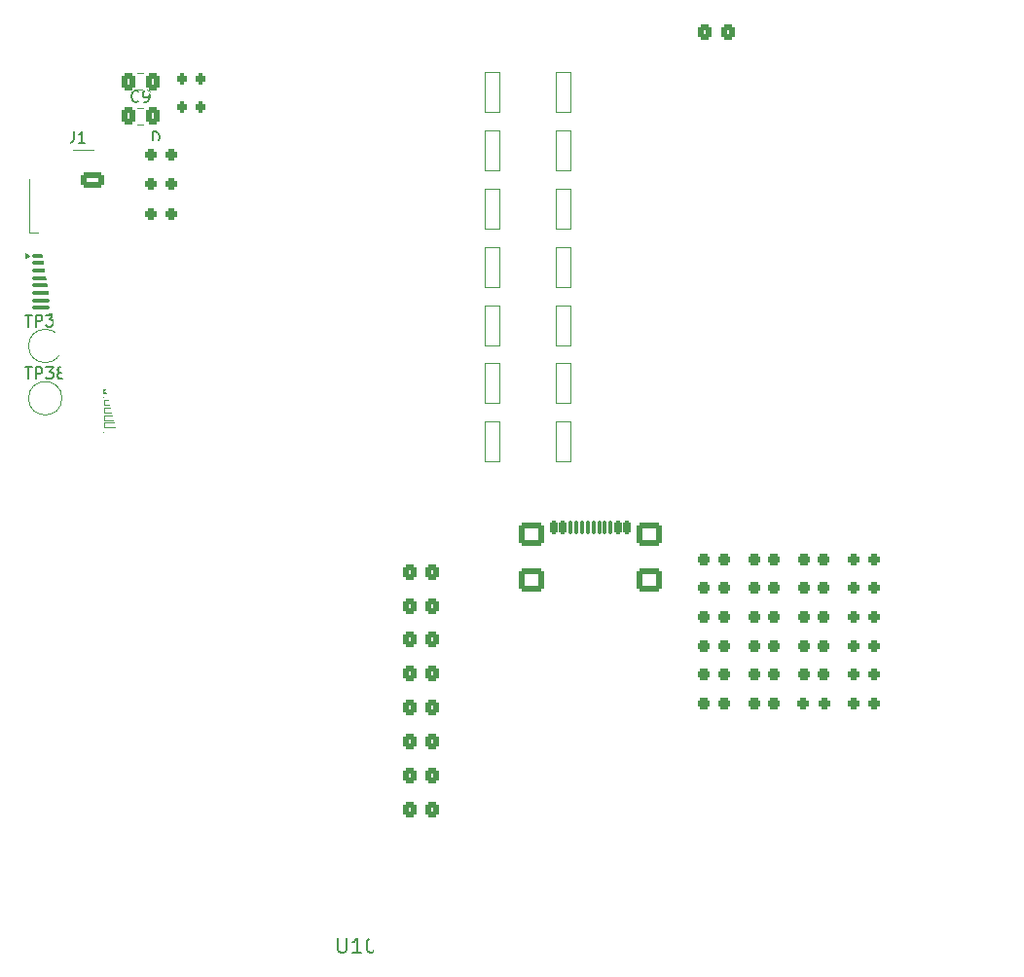
<source format=gbr>
%TF.GenerationSoftware,KiCad,Pcbnew,9.0.0*%
%TF.CreationDate,2025-03-28T07:13:47+02:00*%
%TF.ProjectId,PCB,5043422e-6b69-4636-9164-5f7063625858,rev?*%
%TF.SameCoordinates,Original*%
%TF.FileFunction,Legend,Top*%
%TF.FilePolarity,Positive*%
%FSLAX46Y46*%
G04 Gerber Fmt 4.6, Leading zero omitted, Abs format (unit mm)*
G04 Created by KiCad (PCBNEW 9.0.0) date 2025-03-28 07:13:47*
%MOMM*%
%LPD*%
G01*
G04 APERTURE LIST*
G04 Aperture macros list*
%AMRoundRect*
0 Rectangle with rounded corners*
0 $1 Rounding radius*
0 $2 $3 $4 $5 $6 $7 $8 $9 X,Y pos of 4 corners*
0 Add a 4 corners polygon primitive as box body*
4,1,4,$2,$3,$4,$5,$6,$7,$8,$9,$2,$3,0*
0 Add four circle primitives for the rounded corners*
1,1,$1+$1,$2,$3*
1,1,$1+$1,$4,$5*
1,1,$1+$1,$6,$7*
1,1,$1+$1,$8,$9*
0 Add four rect primitives between the rounded corners*
20,1,$1+$1,$2,$3,$4,$5,0*
20,1,$1+$1,$4,$5,$6,$7,0*
20,1,$1+$1,$6,$7,$8,$9,0*
20,1,$1+$1,$8,$9,$2,$3,0*%
%AMFreePoly0*
4,1,105,0.014314,0.350054,0.029314,0.348054,0.034841,0.347003,0.049341,0.343403,0.055967,0.341267,0.069967,0.335667,0.075685,0.332955,0.088885,0.325655,0.094239,0.322240,0.106439,0.313340,0.111210,0.309392,0.122110,0.299192,0.126508,0.294523,0.136208,0.282823,0.139930,0.277717,0.148030,0.265017,0.151354,0.258924,0.157654,0.245224,0.159521,0.240571,0.164421,0.226371,
0.166303,0.219305,0.169103,0.204605,0.169892,0.198413,0.170892,0.183113,0.171000,0.179800,0.171000,-0.180100,0.170887,-0.183479,0.169887,-0.198479,0.169103,-0.204605,0.166303,-0.219305,0.164526,-0.226063,0.159626,-0.240563,0.157534,-0.245783,0.151234,-0.259283,0.148222,-0.264814,0.140122,-0.277714,0.135790,-0.283620,0.126090,-0.295020,0.122643,-0.298686,0.111743,-0.309186,
0.106218,-0.313800,0.094018,-0.322600,0.088626,-0.325997,0.075426,-0.333197,0.069675,-0.335882,0.055675,-0.341382,0.050295,-0.343157,0.035795,-0.347057,0.028321,-0.348477,0.013321,-0.350177,0.007600,-0.350500,-0.007600,-0.350500,-0.013436,-0.350164,-0.028136,-0.348464,-0.035245,-0.347123,-0.050045,-0.343223,-0.055791,-0.341337,-0.069691,-0.335837,-0.075326,-0.333197,-0.088526,-0.325997,
-0.093918,-0.322600,-0.106118,-0.313800,-0.111643,-0.309186,-0.122543,-0.298686,-0.125990,-0.295020,-0.135690,-0.283620,-0.140022,-0.277714,-0.148122,-0.264814,-0.151003,-0.259561,-0.157403,-0.246061,-0.159726,-0.240265,-0.164526,-0.225765,-0.166203,-0.219305,-0.169003,-0.204605,-0.169828,-0.197805,-0.170628,-0.182805,-0.170700,-0.180100,-0.170700,0.179800,-0.170631,0.182453,-0.169831,0.197753,
-0.169003,0.204605,-0.166203,0.219305,-0.164425,0.226068,-0.159625,0.240268,-0.157526,0.245501,-0.151126,0.259201,-0.147930,0.265017,-0.139830,0.277717,-0.136108,0.282823,-0.126408,0.294523,-0.122010,0.299192,-0.111110,0.309392,-0.106339,0.313340,-0.094139,0.322240,-0.088785,0.325655,-0.075585,0.332955,-0.069983,0.335620,-0.056083,0.341220,-0.049107,0.343461,-0.034307,0.347061,
-0.029148,0.348036,-0.014448,0.350036,-0.007600,0.350500,0.007600,0.350500,0.014314,0.350054,0.014314,0.350054,$1*%
%AMFreePoly1*
4,1,105,0.014014,0.350054,0.029014,0.348054,0.034384,0.347042,0.049084,0.343442,0.055867,0.341267,0.069867,0.335667,0.075585,0.332955,0.088785,0.325655,0.094139,0.322240,0.106339,0.313340,0.111110,0.309392,0.122010,0.299192,0.126408,0.294523,0.136108,0.282823,0.139830,0.277717,0.147930,0.265017,0.151126,0.259201,0.157526,0.245501,0.159927,0.239346,0.164427,0.225146,
0.165903,0.219305,0.168703,0.204605,0.169492,0.198413,0.170492,0.183113,0.170600,0.179800,0.170600,-0.180100,0.170487,-0.183479,0.169487,-0.198479,0.168703,-0.204605,0.165903,-0.219305,0.164517,-0.224857,0.160017,-0.239357,0.157403,-0.246061,0.151003,-0.259561,0.148122,-0.264814,0.140022,-0.277714,0.135690,-0.283620,0.125990,-0.295020,0.122543,-0.298686,0.111643,-0.309186,
0.106118,-0.313800,0.093918,-0.322600,0.088526,-0.325997,0.075326,-0.333197,0.069575,-0.335882,0.055575,-0.341382,0.050027,-0.343201,0.035327,-0.347101,0.028021,-0.348477,0.013021,-0.350177,0.007300,-0.350500,-0.007700,-0.350500,-0.013421,-0.350177,-0.028421,-0.348477,-0.035980,-0.347033,-0.050380,-0.343133,-0.055336,-0.341514,-0.069636,-0.336014,-0.075726,-0.333197,-0.088926,-0.325997,
-0.094318,-0.322600,-0.106518,-0.313800,-0.112043,-0.309186,-0.122943,-0.298686,-0.126557,-0.294822,-0.136157,-0.283422,-0.140622,-0.277230,-0.148522,-0.264330,-0.150838,-0.260112,-0.157438,-0.246612,-0.160222,-0.239661,-0.164822,-0.225161,-0.166303,-0.219305,-0.169103,-0.204605,-0.169887,-0.198479,-0.170887,-0.183479,-0.171000,-0.180100,-0.171000,0.179800,-0.170892,0.183113,-0.169892,0.198413,
-0.169103,0.204605,-0.166303,0.219305,-0.164728,0.225455,-0.160128,0.239655,-0.157566,0.246048,-0.150966,0.259748,-0.148335,0.264532,-0.140435,0.277232,-0.136572,0.282623,-0.126972,0.294323,-0.122410,0.299192,-0.111510,0.309392,-0.106739,0.313340,-0.094539,0.322240,-0.089185,0.325655,-0.075985,0.332955,-0.069924,0.335802,-0.055624,0.341402,-0.049421,0.343383,-0.035021,0.346983,
-0.029414,0.348054,-0.014414,0.350054,-0.007700,0.350500,0.007300,0.350500,0.014014,0.350054,0.014014,0.350054,$1*%
%AMFreePoly2*
4,1,105,0.014314,0.350054,0.029314,0.348054,0.034841,0.347003,0.049341,0.343403,0.055967,0.341267,0.069967,0.335667,0.075685,0.332955,0.088885,0.325655,0.094239,0.322240,0.106439,0.313340,0.111210,0.309392,0.122110,0.299192,0.126508,0.294523,0.136208,0.282823,0.139930,0.277717,0.148030,0.265017,0.151354,0.258924,0.157654,0.245224,0.159521,0.240571,0.164421,0.226371,
0.166303,0.219305,0.169103,0.204605,0.169892,0.198413,0.170892,0.183113,0.171000,0.179800,0.171000,-0.180100,0.170887,-0.183479,0.169887,-0.198479,0.169103,-0.204605,0.166303,-0.219305,0.164526,-0.226063,0.159626,-0.240563,0.157534,-0.245783,0.151234,-0.259283,0.148222,-0.264814,0.140122,-0.277714,0.135790,-0.283620,0.126090,-0.295020,0.122643,-0.298686,0.111743,-0.309186,
0.106218,-0.313800,0.094018,-0.322600,0.088626,-0.325997,0.075426,-0.333197,0.069675,-0.335882,0.055675,-0.341382,0.050295,-0.343157,0.035795,-0.347057,0.028321,-0.348477,0.013321,-0.350177,0.007600,-0.350500,-0.007600,-0.350500,-0.013436,-0.350164,-0.028136,-0.348464,-0.035245,-0.347123,-0.050045,-0.343223,-0.055791,-0.341337,-0.069691,-0.335837,-0.075326,-0.333197,-0.088526,-0.325997,
-0.093918,-0.322600,-0.106118,-0.313800,-0.111476,-0.309346,-0.122476,-0.298846,-0.126257,-0.294822,-0.135857,-0.283422,-0.140022,-0.277714,-0.148122,-0.264814,-0.151003,-0.259561,-0.157403,-0.246061,-0.159726,-0.240265,-0.164526,-0.225765,-0.166203,-0.219305,-0.169003,-0.204605,-0.169828,-0.197805,-0.170628,-0.182805,-0.170700,-0.180100,-0.170700,0.179800,-0.170631,0.182453,-0.169831,0.197753,
-0.169003,0.204605,-0.166203,0.219305,-0.164425,0.226068,-0.159625,0.240268,-0.157526,0.245501,-0.151126,0.259201,-0.147930,0.265017,-0.139830,0.277717,-0.136272,0.282623,-0.126672,0.294323,-0.121941,0.299350,-0.110941,0.309550,-0.106339,0.313340,-0.094139,0.322240,-0.088785,0.325655,-0.075585,0.332955,-0.069983,0.335620,-0.056083,0.341220,-0.049107,0.343461,-0.034307,0.347061,
-0.029148,0.348036,-0.014448,0.350036,-0.007600,0.350500,0.007600,0.350500,0.014314,0.350054,0.014314,0.350054,$1*%
%AMFreePoly3*
4,1,105,0.014314,0.350054,0.029314,0.348054,0.034841,0.347003,0.049341,0.343403,0.055967,0.341267,0.069967,0.335667,0.075685,0.332955,0.088885,0.325655,0.094239,0.322240,0.106439,0.313340,0.111210,0.309392,0.122110,0.299192,0.126508,0.294523,0.136208,0.282823,0.139930,0.277717,0.148030,0.265017,0.151354,0.258924,0.157654,0.245224,0.159521,0.240571,0.164421,0.226371,
0.166364,0.218977,0.169064,0.204277,0.169769,0.198743,0.170869,0.183443,0.171000,0.179800,0.171000,-0.180100,0.170864,-0.183815,0.169764,-0.198815,0.169064,-0.204277,0.166364,-0.218977,0.164526,-0.226063,0.159626,-0.240563,0.157534,-0.245783,0.151234,-0.259283,0.148222,-0.264814,0.140122,-0.277714,0.135790,-0.283620,0.126090,-0.295020,0.122643,-0.298686,0.111743,-0.309186,
0.106218,-0.313800,0.094018,-0.322600,0.088626,-0.325997,0.075426,-0.333197,0.069675,-0.335882,0.055675,-0.341382,0.050295,-0.343157,0.035795,-0.347057,0.028321,-0.348477,0.013321,-0.350177,0.007600,-0.350500,-0.007600,-0.350500,-0.013436,-0.350164,-0.028136,-0.348464,-0.035245,-0.347123,-0.050045,-0.343223,-0.055791,-0.341337,-0.069691,-0.335837,-0.075326,-0.333197,-0.088526,-0.325997,
-0.093918,-0.322600,-0.106118,-0.313800,-0.111476,-0.309346,-0.122476,-0.298846,-0.126257,-0.294822,-0.135857,-0.283422,-0.140022,-0.277714,-0.148122,-0.264814,-0.151003,-0.259561,-0.157403,-0.246061,-0.159726,-0.240265,-0.164526,-0.225765,-0.166203,-0.219305,-0.169003,-0.204605,-0.169828,-0.197805,-0.170628,-0.182805,-0.170700,-0.180100,-0.170700,0.179800,-0.170631,0.182453,-0.169831,0.197753,
-0.169003,0.204605,-0.166203,0.219305,-0.164425,0.226068,-0.159625,0.240268,-0.157526,0.245501,-0.151126,0.259201,-0.147930,0.265017,-0.139830,0.277717,-0.136272,0.282623,-0.126672,0.294323,-0.121941,0.299350,-0.110941,0.309550,-0.106339,0.313340,-0.094139,0.322240,-0.088785,0.325655,-0.075585,0.332955,-0.069983,0.335620,-0.056083,0.341220,-0.049107,0.343461,-0.034307,0.347061,
-0.029148,0.348036,-0.014448,0.350036,-0.007600,0.350500,0.007600,0.350500,0.014314,0.350054,0.014314,0.350054,$1*%
%AMFreePoly4*
4,1,105,0.014314,0.350354,0.029314,0.348354,0.035478,0.347141,0.049978,0.343341,0.055382,0.341596,0.069382,0.336196,0.075685,0.333255,0.088885,0.325955,0.094239,0.322540,0.106439,0.313640,0.111568,0.309354,0.122468,0.298954,0.126231,0.294953,0.135931,0.283453,0.139930,0.278017,0.148030,0.265317,0.151354,0.259224,0.157654,0.245524,0.159521,0.240871,0.164421,0.226671,
0.166397,0.219099,0.169097,0.204099,0.169764,0.198815,0.170864,0.183815,0.171000,0.180100,0.171000,-0.179800,0.170867,-0.183467,0.169767,-0.198667,0.169075,-0.204117,0.166375,-0.218917,0.164421,-0.226371,0.159521,-0.240571,0.157654,-0.245224,0.151354,-0.258924,0.148030,-0.265017,0.139930,-0.277717,0.136208,-0.282823,0.126508,-0.294523,0.122110,-0.299192,0.111210,-0.309392,
0.106218,-0.313500,0.094018,-0.322300,0.089141,-0.325412,0.075941,-0.332812,0.069967,-0.335667,0.055967,-0.341267,0.049341,-0.343403,0.034841,-0.347003,0.029314,-0.348054,0.014314,-0.350054,0.007600,-0.350500,-0.007600,-0.350500,-0.014448,-0.350036,-0.029148,-0.348036,-0.034307,-0.347061,-0.049107,-0.343461,-0.056083,-0.341220,-0.069983,-0.335620,-0.075841,-0.332812,-0.089041,-0.325412,
-0.093918,-0.322300,-0.106118,-0.313500,-0.110941,-0.309550,-0.121941,-0.299350,-0.126672,-0.294323,-0.136272,-0.282623,-0.139830,-0.277717,-0.147930,-0.265017,-0.151126,-0.259201,-0.157526,-0.245501,-0.159625,-0.240268,-0.164425,-0.226068,-0.166215,-0.219243,-0.169015,-0.204443,-0.169830,-0.197670,-0.170630,-0.182470,-0.170700,-0.179800,-0.170700,0.180100,-0.170628,0.182805,-0.169828,0.197805,
-0.169037,0.204422,-0.166237,0.219422,-0.164425,0.226368,-0.159625,0.240568,-0.157526,0.245801,-0.151126,0.259501,-0.147930,0.265317,-0.139830,0.278017,-0.135998,0.283255,-0.126398,0.294755,-0.122300,0.299114,-0.111300,0.309514,-0.106339,0.313640,-0.094139,0.322540,-0.088785,0.325955,-0.075585,0.333255,-0.069396,0.336152,-0.055496,0.341552,-0.049733,0.343404,-0.034933,0.347204,
-0.029148,0.348336,-0.014448,0.350336,-0.007600,0.350800,0.007600,0.350800,0.014314,0.350354,0.014314,0.350354,$1*%
%AMFreePoly5*
4,1,105,0.014014,0.350354,0.029014,0.348354,0.035014,0.347183,0.049714,0.343383,0.055282,0.341596,0.069282,0.336196,0.075585,0.333255,0.088785,0.325955,0.094139,0.322540,0.106339,0.313640,0.111468,0.309354,0.122368,0.298954,0.126131,0.294953,0.135831,0.283453,0.139830,0.278017,0.147930,0.265317,0.151126,0.259501,0.157526,0.245801,0.159927,0.239646,0.164427,0.225446,
0.165937,0.219422,0.168737,0.204422,0.169487,0.198479,0.170487,0.183479,0.170600,0.180100,0.170600,-0.179800,0.170490,-0.183135,0.169490,-0.198335,0.168715,-0.204443,0.165915,-0.219243,0.164427,-0.225146,0.159927,-0.239346,0.157526,-0.245501,0.151126,-0.259201,0.147930,-0.265017,0.139830,-0.277717,0.136108,-0.282823,0.126408,-0.294523,0.122010,-0.299192,0.111110,-0.309392,
0.106118,-0.313500,0.093918,-0.322300,0.089041,-0.325412,0.075841,-0.332812,0.069867,-0.335667,0.055867,-0.341267,0.049084,-0.343442,0.034384,-0.347042,0.029014,-0.348054,0.014014,-0.350054,0.007300,-0.350500,-0.007700,-0.350500,-0.014414,-0.350054,-0.029414,-0.348054,-0.035021,-0.346983,-0.049421,-0.343383,-0.055624,-0.341402,-0.069924,-0.335802,-0.076241,-0.332812,-0.089441,-0.325412,
-0.094318,-0.322300,-0.106518,-0.313500,-0.111510,-0.309392,-0.122410,-0.299192,-0.126972,-0.294323,-0.136572,-0.282623,-0.140435,-0.277232,-0.148335,-0.264532,-0.150966,-0.259748,-0.157566,-0.246048,-0.160128,-0.239655,-0.164728,-0.225455,-0.166315,-0.219243,-0.169115,-0.204443,-0.169890,-0.198335,-0.170890,-0.183135,-0.171000,-0.179800,-0.171000,0.180100,-0.170887,0.183479,-0.169887,0.198479,
-0.169137,0.204422,-0.166337,0.219422,-0.164728,0.225755,-0.160128,0.239955,-0.157566,0.246348,-0.150966,0.260048,-0.148335,0.264832,-0.140435,0.277532,-0.136298,0.283255,-0.126698,0.294755,-0.122768,0.298954,-0.111868,0.309354,-0.106739,0.313640,-0.094539,0.322540,-0.089185,0.325955,-0.075985,0.333255,-0.069346,0.336324,-0.055046,0.341724,-0.050062,0.343319,-0.035662,0.347119,
-0.029414,0.348354,-0.014414,0.350354,-0.007700,0.350800,0.007300,0.350800,0.014014,0.350354,0.014014,0.350354,$1*%
%AMFreePoly6*
4,1,105,0.014314,0.350354,0.029314,0.348354,0.035478,0.347141,0.049978,0.343341,0.055382,0.341596,0.069382,0.336196,0.075685,0.333255,0.088885,0.325955,0.094239,0.322540,0.106439,0.313640,0.111568,0.309354,0.122468,0.298954,0.126231,0.294953,0.135931,0.283453,0.139930,0.278017,0.148030,0.265317,0.151354,0.259224,0.157654,0.245524,0.159521,0.240871,0.164421,0.226671,
0.166337,0.219422,0.169137,0.204422,0.169887,0.198479,0.170887,0.183479,0.171000,0.180100,0.171000,-0.179800,0.170890,-0.183135,0.169890,-0.198335,0.169115,-0.204443,0.166315,-0.219243,0.164421,-0.226371,0.159521,-0.240571,0.157654,-0.245224,0.151354,-0.258924,0.148030,-0.265017,0.139930,-0.277717,0.136208,-0.282823,0.126508,-0.294523,0.122110,-0.299192,0.111210,-0.309392,
0.106218,-0.313500,0.094018,-0.322300,0.089141,-0.325412,0.075941,-0.332812,0.069967,-0.335667,0.055967,-0.341267,0.049341,-0.343403,0.034841,-0.347003,0.029314,-0.348054,0.014314,-0.350054,0.007600,-0.350500,-0.007600,-0.350500,-0.014448,-0.350036,-0.029148,-0.348036,-0.034307,-0.347061,-0.049107,-0.343461,-0.056083,-0.341220,-0.069983,-0.335620,-0.075841,-0.332812,-0.089041,-0.325412,
-0.093918,-0.322300,-0.106118,-0.313500,-0.110941,-0.309550,-0.121941,-0.299350,-0.126672,-0.294323,-0.136272,-0.282623,-0.139830,-0.277717,-0.147930,-0.265017,-0.151126,-0.259201,-0.157526,-0.245501,-0.159625,-0.240268,-0.164425,-0.226068,-0.166215,-0.219243,-0.169015,-0.204443,-0.169830,-0.197670,-0.170630,-0.182470,-0.170700,-0.179800,-0.170700,0.180100,-0.170628,0.182805,-0.169828,0.197805,
-0.169037,0.204422,-0.166237,0.219422,-0.164425,0.226368,-0.159625,0.240568,-0.157526,0.245801,-0.151126,0.259501,-0.147930,0.265317,-0.139830,0.278017,-0.135998,0.283255,-0.126398,0.294755,-0.122300,0.299114,-0.111300,0.309514,-0.106339,0.313640,-0.094139,0.322540,-0.088785,0.325955,-0.075585,0.333255,-0.069396,0.336152,-0.055496,0.341552,-0.049733,0.343404,-0.034933,0.347204,
-0.029148,0.348336,-0.014448,0.350336,-0.007600,0.350800,0.007600,0.350800,0.014314,0.350354,0.014314,0.350354,$1*%
%AMFreePoly7*
4,1,105,0.014314,0.350354,0.029314,0.348354,0.035478,0.347141,0.049978,0.343341,0.055382,0.341596,0.069382,0.336196,0.075685,0.333255,0.088885,0.325955,0.094239,0.322540,0.106439,0.313640,0.111568,0.309354,0.122468,0.298954,0.126231,0.294953,0.135931,0.283453,0.139930,0.278017,0.148030,0.265317,0.151354,0.259224,0.157654,0.245524,0.159521,0.240871,0.164421,0.226671,
0.166337,0.219422,0.169137,0.204422,0.169887,0.198479,0.170887,0.183479,0.171000,0.180100,0.171000,-0.179800,0.170890,-0.183135,0.169890,-0.198335,0.169115,-0.204443,0.166315,-0.219243,0.164421,-0.226371,0.159521,-0.240571,0.157654,-0.245224,0.151354,-0.258924,0.148030,-0.265017,0.139930,-0.277717,0.136208,-0.282823,0.126508,-0.294523,0.122110,-0.299192,0.111210,-0.309392,
0.106218,-0.313500,0.094018,-0.322300,0.089141,-0.325412,0.075941,-0.332812,0.069967,-0.335667,0.055967,-0.341267,0.049341,-0.343403,0.034841,-0.347003,0.029314,-0.348054,0.014314,-0.350054,0.007600,-0.350500,-0.007600,-0.350500,-0.014448,-0.350036,-0.029148,-0.348036,-0.034307,-0.347061,-0.049107,-0.343461,-0.056083,-0.341220,-0.069983,-0.335620,-0.075841,-0.332812,-0.089041,-0.325412,
-0.093918,-0.322300,-0.106118,-0.313500,-0.111110,-0.309392,-0.122010,-0.299192,-0.126408,-0.294523,-0.136108,-0.282823,-0.139830,-0.277717,-0.147930,-0.265017,-0.151126,-0.259201,-0.157526,-0.245501,-0.159625,-0.240268,-0.164425,-0.226068,-0.166215,-0.219243,-0.169015,-0.204443,-0.169830,-0.197670,-0.170630,-0.182470,-0.170700,-0.179800,-0.170700,0.180100,-0.170628,0.182805,-0.169828,0.197805,
-0.169037,0.204422,-0.166237,0.219422,-0.164425,0.226368,-0.159625,0.240568,-0.157526,0.245801,-0.151126,0.259501,-0.147930,0.265317,-0.139830,0.278017,-0.135831,0.283453,-0.126131,0.294953,-0.122368,0.298954,-0.111468,0.309354,-0.106339,0.313640,-0.094139,0.322540,-0.088785,0.325955,-0.075585,0.333255,-0.069396,0.336152,-0.055496,0.341552,-0.049733,0.343404,-0.034933,0.347204,
-0.029148,0.348336,-0.014448,0.350336,-0.007600,0.350800,0.007600,0.350800,0.014314,0.350354,0.014314,0.350354,$1*%
%AMFreePoly8*
4,1,113,0.697425,0.275663,0.704225,0.275163,0.710317,0.274342,0.716917,0.273042,0.721832,0.271817,0.728432,0.269817,0.734892,0.267369,0.740992,0.264569,0.745718,0.262091,0.751618,0.258591,0.756783,0.255081,0.762083,0.250981,0.766921,0.246721,0.771721,0.241921,0.776259,0.236719,0.780359,0.231319,0.783394,0.226847,0.786894,0.221047,0.789569,0.215992,0.792369,0.209892,
0.794609,0.204103,0.796709,0.197503,0.798281,0.191187,0.799481,0.184587,0.800252,0.177707,0.800552,0.170807,0.800600,0.168600,0.800600,-0.168900,0.800548,-0.171207,0.800248,-0.177807,0.799549,-0.184204,0.798349,-0.191104,0.796493,-0.198464,0.794393,-0.204764,0.792741,-0.209062,0.789941,-0.215462,0.786478,-0.222024,0.782978,-0.227624,0.780889,-0.230710,0.776789,-0.236310,
0.770544,-0.243360,0.765744,-0.247860,0.763449,-0.249886,0.758149,-0.254286,0.751618,-0.258891,0.745718,-0.262391,0.740992,-0.264869,0.734892,-0.267669,0.728432,-0.270117,0.721832,-0.272117,0.716917,-0.273342,0.710317,-0.274642,0.702739,-0.275551,0.695939,-0.275851,0.693700,-0.275900,-0.693900,-0.275900,-0.696172,-0.275849,-0.702872,-0.275549,-0.710139,-0.274696,-0.716939,-0.273396,
-0.722552,-0.271988,-0.728952,-0.269988,-0.734432,-0.267922,-0.740732,-0.265122,-0.747024,-0.261778,-0.752624,-0.258278,-0.758149,-0.254286,-0.763449,-0.249886,-0.765361,-0.248216,-0.770261,-0.243716,-0.776192,-0.237239,-0.780492,-0.231639,-0.783278,-0.227624,-0.786778,-0.222024,-0.790241,-0.215462,-0.793041,-0.209062,-0.794693,-0.204764,-0.796793,-0.198464,-0.798875,-0.189686,-0.799875,-0.182786,
-0.800255,-0.179337,-0.800755,-0.172737,-0.800900,-0.168900,-0.800900,0.168600,-0.800767,0.172272,-0.800267,0.179172,-0.799827,0.183110,-0.798827,0.189710,-0.797009,0.197503,-0.794909,0.204103,-0.792669,0.209892,-0.789869,0.215992,-0.787194,0.221047,-0.783694,0.226847,-0.779940,0.232245,-0.775640,0.237645,-0.771449,0.242289,-0.766549,0.247089,-0.762083,0.250981,-0.756783,0.255081,
-0.752624,0.257978,-0.747024,0.261478,-0.740732,0.264822,-0.734432,0.267622,-0.728952,0.269688,-0.722552,0.271688,-0.716939,0.273096,-0.710139,0.274396,-0.704381,0.275159,-0.697681,0.275659,-0.693900,0.275800,0.693700,0.275800,0.697425,0.275663,0.697425,0.275663,$1*%
%AMFreePoly9*
4,1,113,0.695939,0.275551,0.702739,0.275251,0.709587,0.274481,0.716187,0.273281,0.722503,0.271709,0.729103,0.269609,0.734892,0.267369,0.740992,0.264569,0.745718,0.262091,0.751618,0.258591,0.756783,0.255081,0.762083,0.250981,0.766921,0.246721,0.771721,0.241921,0.775981,0.237083,0.780081,0.231783,0.783591,0.226618,0.787091,0.220718,0.789569,0.215992,0.792369,0.209892,
0.794609,0.204103,0.796709,0.197503,0.798281,0.191187,0.799481,0.184587,0.800252,0.177707,0.800552,0.170807,0.800600,0.168600,0.800600,-0.168900,0.800548,-0.171207,0.800248,-0.177807,0.799549,-0.184204,0.798349,-0.191104,0.796493,-0.198464,0.794393,-0.204764,0.792741,-0.209062,0.789941,-0.215462,0.786894,-0.221347,0.783394,-0.227147,0.780359,-0.231619,0.776259,-0.237019,
0.771721,-0.242221,0.766921,-0.247021,0.761602,-0.251648,0.756302,-0.255648,0.752160,-0.258465,0.746260,-0.262065,0.740992,-0.264869,0.734892,-0.267669,0.728432,-0.270117,0.721832,-0.272117,0.716917,-0.273342,0.710317,-0.274642,0.702739,-0.275551,0.695939,-0.275851,0.693700,-0.275900,-0.693900,-0.275900,-0.696172,-0.275849,-0.702872,-0.275549,-0.710139,-0.274696,-0.716939,-0.273396,
-0.722552,-0.271988,-0.728952,-0.269988,-0.734432,-0.267922,-0.740732,-0.265122,-0.747570,-0.261432,-0.753170,-0.257832,-0.756302,-0.255648,-0.761602,-0.251648,-0.766549,-0.247389,-0.771449,-0.242589,-0.775640,-0.237945,-0.779940,-0.232545,-0.783694,-0.227147,-0.787194,-0.221347,-0.790241,-0.215462,-0.793041,-0.209062,-0.794693,-0.204764,-0.796793,-0.198464,-0.798875,-0.189686,-0.799875,-0.182786,
-0.800255,-0.179337,-0.800755,-0.172737,-0.800900,-0.168900,-0.800900,0.168600,-0.800767,0.172272,-0.800267,0.179172,-0.799827,0.183110,-0.798827,0.189710,-0.797009,0.197503,-0.794909,0.204103,-0.792669,0.209892,-0.789869,0.215992,-0.787391,0.220718,-0.783891,0.226618,-0.779649,0.232706,-0.775349,0.238006,-0.771449,0.242289,-0.766549,0.247089,-0.762083,0.250981,-0.756783,0.255081,
-0.752624,0.257978,-0.747024,0.261478,-0.740732,0.264822,-0.734432,0.267622,-0.729638,0.269468,-0.723238,0.271568,-0.716228,0.273327,-0.709428,0.274527,-0.702872,0.275249,-0.696172,0.275549,-0.693900,0.275600,0.693700,0.275600,0.695939,0.275551,0.695939,0.275551,$1*%
%AMFreePoly10*
4,1,113,0.695939,0.275551,0.702739,0.275251,0.709587,0.274481,0.716187,0.273281,0.722503,0.271709,0.729103,0.269609,0.734892,0.267369,0.740992,0.264569,0.745718,0.262091,0.751618,0.258591,0.756783,0.255081,0.762083,0.250981,0.766921,0.246721,0.771721,0.241921,0.775981,0.237083,0.780081,0.231783,0.783591,0.226618,0.787091,0.220718,0.789822,0.215432,0.792622,0.209132,
0.794468,0.204338,0.796568,0.197938,0.798281,0.191187,0.799481,0.184587,0.800251,0.177739,0.800551,0.170939,0.800600,0.168700,0.800600,-0.168900,0.800548,-0.171207,0.800248,-0.177807,0.799549,-0.184204,0.798349,-0.191104,0.796493,-0.198464,0.794393,-0.204764,0.792741,-0.209062,0.789941,-0.215462,0.786894,-0.221347,0.783394,-0.227147,0.780081,-0.231983,0.775981,-0.237283,
0.772089,-0.241749,0.767289,-0.246649,0.761602,-0.251648,0.756302,-0.255648,0.752160,-0.258465,0.746260,-0.262065,0.740992,-0.264869,0.734892,-0.267669,0.728432,-0.270117,0.721832,-0.272117,0.716917,-0.273342,0.710317,-0.274642,0.701993,-0.275578,0.695193,-0.275778,0.693700,-0.275800,-0.693900,-0.275800,-0.695416,-0.275777,-0.702116,-0.275577,-0.710139,-0.274696,-0.716939,-0.273396,
-0.722552,-0.271988,-0.728952,-0.269988,-0.734432,-0.267922,-0.740732,-0.265122,-0.747570,-0.261432,-0.753170,-0.257832,-0.756302,-0.255648,-0.761602,-0.251648,-0.766921,-0.247021,-0.771821,-0.242121,-0.775349,-0.238206,-0.779649,-0.232906,-0.783694,-0.227147,-0.787194,-0.221347,-0.790241,-0.215462,-0.793041,-0.209062,-0.794693,-0.204764,-0.796793,-0.198464,-0.798875,-0.189686,-0.799875,-0.182786,
-0.800255,-0.179337,-0.800755,-0.172737,-0.800900,-0.168900,-0.800900,0.168700,-0.800763,0.172425,-0.800263,0.179225,-0.799827,0.183110,-0.798827,0.189710,-0.796868,0.197938,-0.794768,0.204338,-0.792922,0.209132,-0.790122,0.215432,-0.787391,0.220718,-0.783891,0.226618,-0.779649,0.232706,-0.775349,0.238006,-0.771449,0.242289,-0.766549,0.247089,-0.762083,0.250981,-0.756783,0.255081,
-0.752624,0.257978,-0.747024,0.261478,-0.740732,0.264822,-0.734432,0.267622,-0.729638,0.269468,-0.723238,0.271568,-0.716228,0.273327,-0.709428,0.274527,-0.702872,0.275249,-0.696172,0.275549,-0.693900,0.275600,0.693700,0.275600,0.695939,0.275551,0.695939,0.275551,$1*%
%AMFreePoly11*
4,1,113,0.695193,0.275578,0.701993,0.275378,0.710317,0.274442,0.716917,0.273142,0.721832,0.271917,0.728432,0.269917,0.734892,0.267469,0.740992,0.264669,0.746260,0.261865,0.752160,0.258265,0.756783,0.255081,0.762083,0.250981,0.766921,0.246721,0.771721,0.241921,0.775981,0.237083,0.780081,0.231783,0.783591,0.226618,0.787091,0.220718,0.789822,0.215432,0.792622,0.209132,
0.794468,0.204338,0.796568,0.197938,0.798281,0.191187,0.799481,0.184587,0.800251,0.177739,0.800551,0.170939,0.800600,0.168700,0.800600,-0.168900,0.800551,-0.171139,0.800251,-0.177939,0.799504,-0.184656,0.798304,-0.191356,0.796493,-0.198464,0.794393,-0.204764,0.792741,-0.209062,0.789941,-0.215462,0.786894,-0.221347,0.783394,-0.227147,0.780081,-0.231983,0.775981,-0.237283,
0.772089,-0.241749,0.767289,-0.246649,0.761602,-0.251648,0.756302,-0.255648,0.752160,-0.258465,0.746260,-0.262065,0.740992,-0.264869,0.734892,-0.267669,0.728432,-0.270117,0.721832,-0.272117,0.716917,-0.273342,0.710317,-0.274642,0.701993,-0.275578,0.695193,-0.275778,0.693700,-0.275800,-0.693900,-0.275800,-0.695416,-0.275777,-0.702116,-0.275577,-0.710139,-0.274696,-0.716939,-0.273396,
-0.722552,-0.271988,-0.728952,-0.269988,-0.734432,-0.267922,-0.740732,-0.265122,-0.747570,-0.261432,-0.753170,-0.257832,-0.756302,-0.255648,-0.761602,-0.251648,-0.766921,-0.247021,-0.771821,-0.242121,-0.775349,-0.238206,-0.779649,-0.232906,-0.783694,-0.227147,-0.787194,-0.221347,-0.790241,-0.215462,-0.793041,-0.209062,-0.794693,-0.204764,-0.796793,-0.198464,-0.798843,-0.189899,-0.799843,-0.183199,
-0.800263,-0.179425,-0.800763,-0.172625,-0.800900,-0.168900,-0.800900,0.168700,-0.800763,0.172425,-0.800263,0.179225,-0.799827,0.183110,-0.798827,0.189710,-0.796868,0.197938,-0.794768,0.204338,-0.792922,0.209132,-0.790122,0.215432,-0.787391,0.220718,-0.783891,0.226618,-0.779649,0.232706,-0.775349,0.238006,-0.771449,0.242289,-0.766549,0.247089,-0.762083,0.250981,-0.756783,0.255081,
-0.753170,0.257632,-0.747570,0.261232,-0.740732,0.264922,-0.734432,0.267722,-0.728952,0.269788,-0.722552,0.271788,-0.716939,0.273196,-0.710139,0.274496,-0.702116,0.275377,-0.695416,0.275577,-0.693900,0.275600,0.693700,0.275600,0.695193,0.275578,0.695193,0.275578,$1*%
%AMFreePoly12*
4,1,113,0.695193,0.275778,0.701993,0.275578,0.710317,0.274642,0.716917,0.273342,0.721832,0.272117,0.728432,0.270117,0.734892,0.267669,0.740992,0.264869,0.746260,0.262065,0.752160,0.258465,0.756302,0.255648,0.761602,0.251648,0.767289,0.246649,0.772089,0.241749,0.775981,0.237283,0.780081,0.231983,0.783394,0.227147,0.786894,0.221347,0.789941,0.215462,0.792741,0.209062,
0.794393,0.204764,0.796493,0.198464,0.798304,0.191356,0.799504,0.184656,0.800251,0.177939,0.800551,0.171139,0.800600,0.168900,0.800600,-0.168700,0.800551,-0.170939,0.800251,-0.177739,0.799481,-0.184587,0.798281,-0.191187,0.796568,-0.197938,0.794468,-0.204338,0.792622,-0.209132,0.789822,-0.215432,0.787091,-0.220718,0.783591,-0.226618,0.780081,-0.231783,0.775981,-0.237083,
0.771721,-0.241921,0.766921,-0.246721,0.762083,-0.250981,0.756783,-0.255081,0.752160,-0.258265,0.746260,-0.261865,0.740992,-0.264669,0.734892,-0.267469,0.728432,-0.269917,0.721832,-0.271917,0.716917,-0.273142,0.710317,-0.274442,0.701993,-0.275378,0.695193,-0.275578,0.693700,-0.275600,-0.693900,-0.275600,-0.695416,-0.275577,-0.702116,-0.275377,-0.710139,-0.274496,-0.716939,-0.273196,
-0.722552,-0.271788,-0.728952,-0.269788,-0.734432,-0.267722,-0.740732,-0.264922,-0.747570,-0.261232,-0.753170,-0.257632,-0.756783,-0.255081,-0.762083,-0.250981,-0.766549,-0.247089,-0.771449,-0.242289,-0.775349,-0.238006,-0.779649,-0.232706,-0.783891,-0.226618,-0.787391,-0.220718,-0.790122,-0.215432,-0.792922,-0.209132,-0.794768,-0.204338,-0.796868,-0.197938,-0.798827,-0.189710,-0.799827,-0.183110,
-0.800263,-0.179225,-0.800763,-0.172425,-0.800900,-0.168700,-0.800900,0.168900,-0.800763,0.172625,-0.800263,0.179425,-0.799843,0.183199,-0.798843,0.189899,-0.796793,0.198464,-0.794693,0.204764,-0.793041,0.209062,-0.790241,0.215462,-0.787194,0.221347,-0.783694,0.227147,-0.779649,0.232906,-0.775349,0.238206,-0.771821,0.242121,-0.766921,0.247021,-0.761602,0.251648,-0.756302,0.255648,
-0.753170,0.257832,-0.747570,0.261432,-0.740732,0.265122,-0.734432,0.267922,-0.728952,0.269988,-0.722552,0.271988,-0.716939,0.273396,-0.710139,0.274696,-0.702116,0.275577,-0.695416,0.275777,-0.693900,0.275800,0.693700,0.275800,0.695193,0.275778,0.695193,0.275778,$1*%
%AMFreePoly13*
4,1,113,0.695193,0.275778,0.701993,0.275578,0.710317,0.274642,0.716917,0.273342,0.721832,0.272117,0.728432,0.270117,0.734892,0.267669,0.740992,0.264869,0.746260,0.262065,0.752160,0.258465,0.756302,0.255648,0.761602,0.251648,0.767289,0.246649,0.772089,0.241749,0.775981,0.237283,0.780081,0.231983,0.783394,0.227147,0.786894,0.221347,0.789941,0.215462,0.792741,0.209062,
0.794393,0.204764,0.796493,0.198464,0.798349,0.191104,0.799549,0.184204,0.800248,0.177807,0.800548,0.171207,0.800600,0.168900,0.800600,-0.168700,0.800551,-0.170939,0.800251,-0.177739,0.799481,-0.184587,0.798281,-0.191187,0.796568,-0.197938,0.794468,-0.204338,0.792622,-0.209132,0.789822,-0.215432,0.787091,-0.220718,0.783591,-0.226618,0.780081,-0.231783,0.775981,-0.237083,
0.771721,-0.241921,0.766921,-0.246721,0.762083,-0.250981,0.756783,-0.255081,0.751618,-0.258591,0.745718,-0.262091,0.740992,-0.264569,0.734892,-0.267369,0.729103,-0.269609,0.722503,-0.271709,0.716187,-0.273281,0.709587,-0.274481,0.702739,-0.275251,0.695939,-0.275551,0.693700,-0.275600,-0.693900,-0.275600,-0.696172,-0.275549,-0.702872,-0.275249,-0.709428,-0.274527,-0.716228,-0.273327,
-0.723238,-0.271568,-0.729638,-0.269468,-0.734432,-0.267622,-0.740732,-0.264822,-0.747024,-0.261478,-0.752624,-0.257978,-0.756783,-0.255081,-0.762083,-0.250981,-0.766549,-0.247089,-0.771449,-0.242289,-0.775349,-0.238006,-0.779649,-0.232706,-0.783891,-0.226618,-0.787391,-0.220718,-0.790122,-0.215432,-0.792922,-0.209132,-0.794768,-0.204338,-0.796868,-0.197938,-0.798827,-0.189710,-0.799827,-0.183110,
-0.800263,-0.179225,-0.800763,-0.172425,-0.800900,-0.168700,-0.800900,0.168900,-0.800755,0.172737,-0.800255,0.179337,-0.799875,0.182786,-0.798875,0.189686,-0.796793,0.198464,-0.794693,0.204764,-0.793041,0.209062,-0.790241,0.215462,-0.787194,0.221347,-0.783694,0.227147,-0.779649,0.232906,-0.775349,0.238206,-0.771821,0.242121,-0.766921,0.247021,-0.761602,0.251648,-0.756302,0.255648,
-0.753170,0.257832,-0.747570,0.261432,-0.740732,0.265122,-0.734432,0.267922,-0.728952,0.269988,-0.722552,0.271988,-0.716939,0.273396,-0.710139,0.274696,-0.702116,0.275577,-0.695416,0.275777,-0.693900,0.275800,0.693700,0.275800,0.695193,0.275778,0.695193,0.275778,$1*%
%AMFreePoly14*
4,1,113,0.695939,0.275851,0.702739,0.275551,0.710317,0.274642,0.716917,0.273342,0.721832,0.272117,0.728432,0.270117,0.734892,0.267669,0.740992,0.264869,0.746260,0.262065,0.752160,0.258465,0.756302,0.255648,0.761602,0.251648,0.766921,0.247021,0.771721,0.242221,0.776259,0.237019,0.780359,0.231619,0.783394,0.227147,0.786894,0.221347,0.789941,0.215462,0.792741,0.209062,
0.794393,0.204764,0.796493,0.198464,0.798349,0.191104,0.799549,0.184204,0.800248,0.177807,0.800548,0.171207,0.800600,0.168900,0.800600,-0.168600,0.800552,-0.170807,0.800252,-0.177707,0.799481,-0.184587,0.798281,-0.191187,0.796709,-0.197503,0.794609,-0.204103,0.792369,-0.209892,0.789569,-0.215992,0.787091,-0.220718,0.783591,-0.226618,0.780081,-0.231783,0.775981,-0.237083,
0.771721,-0.241921,0.766921,-0.246721,0.762083,-0.250981,0.756783,-0.255081,0.751618,-0.258591,0.745718,-0.262091,0.740992,-0.264569,0.734892,-0.267369,0.729103,-0.269609,0.722503,-0.271709,0.716187,-0.273281,0.709587,-0.274481,0.702739,-0.275251,0.695939,-0.275551,0.693700,-0.275600,-0.693900,-0.275600,-0.696172,-0.275549,-0.702872,-0.275249,-0.709428,-0.274527,-0.716228,-0.273327,
-0.723238,-0.271568,-0.729638,-0.269468,-0.734432,-0.267622,-0.740732,-0.264822,-0.747024,-0.261478,-0.752624,-0.257978,-0.756783,-0.255081,-0.762083,-0.250981,-0.766549,-0.247089,-0.771449,-0.242289,-0.775349,-0.238006,-0.779649,-0.232706,-0.783891,-0.226618,-0.787391,-0.220718,-0.789869,-0.215992,-0.792669,-0.209892,-0.794909,-0.204103,-0.797009,-0.197503,-0.798827,-0.189710,-0.799827,-0.183110,
-0.800267,-0.179172,-0.800767,-0.172272,-0.800900,-0.168600,-0.800900,0.168900,-0.800755,0.172737,-0.800255,0.179337,-0.799875,0.182786,-0.798875,0.189686,-0.796793,0.198464,-0.794693,0.204764,-0.793041,0.209062,-0.790241,0.215462,-0.787194,0.221347,-0.783694,0.227147,-0.779940,0.232545,-0.775640,0.237945,-0.771449,0.242589,-0.766549,0.247389,-0.761602,0.251648,-0.756302,0.255648,
-0.753170,0.257832,-0.747570,0.261432,-0.740732,0.265122,-0.734432,0.267922,-0.728952,0.269988,-0.722552,0.271988,-0.716939,0.273396,-0.710139,0.274696,-0.702872,0.275549,-0.696172,0.275849,-0.693900,0.275900,0.693700,0.275900,0.695939,0.275851,0.695939,0.275851,$1*%
%AMFreePoly15*
4,1,113,0.695939,0.275851,0.702739,0.275551,0.710317,0.274642,0.716917,0.273342,0.721832,0.272117,0.728432,0.270117,0.734892,0.267669,0.740992,0.264869,0.745718,0.262391,0.751618,0.258891,0.758149,0.254286,0.763449,0.249886,0.765744,0.247860,0.770544,0.243360,0.776789,0.236310,0.780889,0.230710,0.782978,0.227624,0.786478,0.222024,0.789941,0.215462,0.792741,0.209062,
0.794393,0.204764,0.796493,0.198464,0.798349,0.191104,0.799549,0.184204,0.800248,0.177807,0.800548,0.171207,0.800600,0.168900,0.800600,-0.168600,0.800552,-0.170807,0.800252,-0.177707,0.799481,-0.184587,0.798281,-0.191187,0.796709,-0.197503,0.794609,-0.204103,0.792369,-0.209892,0.789569,-0.215992,0.786894,-0.221047,0.783394,-0.226847,0.780359,-0.231319,0.776259,-0.236719,
0.771721,-0.241921,0.766921,-0.246721,0.762083,-0.250981,0.756783,-0.255081,0.751618,-0.258591,0.745718,-0.262091,0.740992,-0.264569,0.734892,-0.267369,0.728432,-0.269817,0.721832,-0.271817,0.716917,-0.273042,0.710317,-0.274342,0.704225,-0.275163,0.697425,-0.275663,0.693700,-0.275800,-0.693900,-0.275800,-0.697681,-0.275659,-0.704381,-0.275159,-0.710139,-0.274396,-0.716939,-0.273096,
-0.722552,-0.271688,-0.728952,-0.269688,-0.734432,-0.267622,-0.740732,-0.264822,-0.747024,-0.261478,-0.752624,-0.257978,-0.756783,-0.255081,-0.762083,-0.250981,-0.766549,-0.247089,-0.771449,-0.242289,-0.775640,-0.237645,-0.779940,-0.232245,-0.783694,-0.226847,-0.787194,-0.221047,-0.789869,-0.215992,-0.792669,-0.209892,-0.794909,-0.204103,-0.797009,-0.197503,-0.798827,-0.189710,-0.799827,-0.183110,
-0.800267,-0.179172,-0.800767,-0.172272,-0.800900,-0.168600,-0.800900,0.168900,-0.800755,0.172737,-0.800255,0.179337,-0.799875,0.182786,-0.798875,0.189686,-0.796793,0.198464,-0.794693,0.204764,-0.793041,0.209062,-0.790241,0.215462,-0.786778,0.222024,-0.783278,0.227624,-0.780492,0.231639,-0.776192,0.237239,-0.770261,0.243716,-0.765361,0.248216,-0.763449,0.249886,-0.758149,0.254286,
-0.752624,0.258278,-0.747024,0.261778,-0.740732,0.265122,-0.734432,0.267922,-0.728952,0.269988,-0.722552,0.271988,-0.716939,0.273396,-0.710139,0.274696,-0.702872,0.275549,-0.696172,0.275849,-0.693900,0.275900,0.693700,0.275900,0.695939,0.275851,0.695939,0.275851,$1*%
%AMFreePoly16*
4,1,113,0.696172,0.275849,0.702872,0.275549,0.710139,0.274696,0.716939,0.273396,0.722552,0.271988,0.728952,0.269988,0.734432,0.267922,0.740732,0.265122,0.747024,0.261778,0.752624,0.258278,0.758149,0.254286,0.763449,0.249886,0.765361,0.248216,0.770261,0.243716,0.776192,0.237239,0.780492,0.231639,0.783278,0.227624,0.786778,0.222024,0.790241,0.215462,0.793041,0.209062,
0.794693,0.204764,0.796793,0.198464,0.798875,0.189686,0.799875,0.182786,0.800255,0.179337,0.800755,0.172737,0.800900,0.168900,0.800900,-0.168600,0.800767,-0.172272,0.800267,-0.179172,0.799827,-0.183110,0.798827,-0.189710,0.797009,-0.197503,0.794909,-0.204103,0.792669,-0.209892,0.789869,-0.215992,0.787194,-0.221047,0.783694,-0.226847,0.779940,-0.232245,0.775640,-0.237645,
0.771449,-0.242289,0.766549,-0.247089,0.762083,-0.250981,0.756783,-0.255081,0.752624,-0.257978,0.747024,-0.261478,0.740732,-0.264822,0.734432,-0.267622,0.728952,-0.269688,0.722552,-0.271688,0.716939,-0.273096,0.710139,-0.274396,0.704381,-0.275159,0.697681,-0.275659,0.693900,-0.275800,-0.693700,-0.275800,-0.697425,-0.275663,-0.704225,-0.275163,-0.710317,-0.274342,-0.716917,-0.273042,
-0.721832,-0.271817,-0.728432,-0.269817,-0.734892,-0.267369,-0.740992,-0.264569,-0.745718,-0.262091,-0.751618,-0.258591,-0.756783,-0.255081,-0.762083,-0.250981,-0.766921,-0.246721,-0.771721,-0.241921,-0.776259,-0.236719,-0.780359,-0.231319,-0.783394,-0.226847,-0.786894,-0.221047,-0.789569,-0.215992,-0.792369,-0.209892,-0.794609,-0.204103,-0.796709,-0.197503,-0.798281,-0.191187,-0.799481,-0.184587,
-0.800252,-0.177707,-0.800552,-0.170807,-0.800600,-0.168600,-0.800600,0.168900,-0.800548,0.171207,-0.800248,0.177807,-0.799549,0.184204,-0.798349,0.191104,-0.796493,0.198464,-0.794393,0.204764,-0.792741,0.209062,-0.789941,0.215462,-0.786478,0.222024,-0.782978,0.227624,-0.780889,0.230710,-0.776789,0.236310,-0.770544,0.243360,-0.765744,0.247860,-0.763449,0.249886,-0.758149,0.254286,
-0.751618,0.258891,-0.745718,0.262391,-0.740992,0.264869,-0.734892,0.267669,-0.728432,0.270117,-0.721832,0.272117,-0.716917,0.273342,-0.710317,0.274642,-0.702739,0.275551,-0.695939,0.275851,-0.693700,0.275900,0.693900,0.275900,0.696172,0.275849,0.696172,0.275849,$1*%
%AMFreePoly17*
4,1,113,0.696172,0.275849,0.702872,0.275549,0.710139,0.274696,0.716939,0.273396,0.722552,0.271988,0.728952,0.269988,0.734432,0.267922,0.740732,0.265122,0.747570,0.261432,0.753170,0.257832,0.756302,0.255648,0.761602,0.251648,0.766549,0.247389,0.771449,0.242589,0.775640,0.237945,0.779940,0.232545,0.783694,0.227147,0.787194,0.221347,0.790241,0.215462,0.793041,0.209062,
0.794693,0.204764,0.796793,0.198464,0.798875,0.189686,0.799875,0.182786,0.800255,0.179337,0.800755,0.172737,0.800900,0.168900,0.800900,-0.168600,0.800767,-0.172272,0.800267,-0.179172,0.799827,-0.183110,0.798827,-0.189710,0.797009,-0.197503,0.794909,-0.204103,0.792669,-0.209892,0.789869,-0.215992,0.787391,-0.220718,0.783891,-0.226618,0.779649,-0.232706,0.775349,-0.238006,
0.771449,-0.242289,0.766549,-0.247089,0.762083,-0.250981,0.756783,-0.255081,0.752624,-0.257978,0.747024,-0.261478,0.740732,-0.264822,0.734432,-0.267622,0.729638,-0.269468,0.723238,-0.271568,0.716228,-0.273327,0.709428,-0.274527,0.702872,-0.275249,0.696172,-0.275549,0.693900,-0.275600,-0.693700,-0.275600,-0.695939,-0.275551,-0.702739,-0.275251,-0.709587,-0.274481,-0.716187,-0.273281,
-0.722503,-0.271709,-0.729103,-0.269609,-0.734892,-0.267369,-0.740992,-0.264569,-0.745718,-0.262091,-0.751618,-0.258591,-0.756783,-0.255081,-0.762083,-0.250981,-0.766921,-0.246721,-0.771721,-0.241921,-0.775981,-0.237083,-0.780081,-0.231783,-0.783591,-0.226618,-0.787091,-0.220718,-0.789569,-0.215992,-0.792369,-0.209892,-0.794609,-0.204103,-0.796709,-0.197503,-0.798281,-0.191187,-0.799481,-0.184587,
-0.800252,-0.177707,-0.800552,-0.170807,-0.800600,-0.168600,-0.800600,0.168900,-0.800548,0.171207,-0.800248,0.177807,-0.799549,0.184204,-0.798349,0.191104,-0.796493,0.198464,-0.794393,0.204764,-0.792741,0.209062,-0.789941,0.215462,-0.786894,0.221347,-0.783394,0.227147,-0.780359,0.231619,-0.776259,0.237019,-0.771721,0.242221,-0.766921,0.247021,-0.761602,0.251648,-0.756302,0.255648,
-0.752160,0.258465,-0.746260,0.262065,-0.740992,0.264869,-0.734892,0.267669,-0.728432,0.270117,-0.721832,0.272117,-0.716917,0.273342,-0.710317,0.274642,-0.702739,0.275551,-0.695939,0.275851,-0.693700,0.275900,0.693900,0.275900,0.696172,0.275849,0.696172,0.275849,$1*%
%AMFreePoly18*
4,1,113,0.695416,0.275777,0.702116,0.275577,0.710139,0.274696,0.716939,0.273396,0.722552,0.271988,0.728952,0.269988,0.734432,0.267922,0.740732,0.265122,0.747570,0.261432,0.753170,0.257832,0.756302,0.255648,0.761602,0.251648,0.766921,0.247021,0.771821,0.242121,0.775349,0.238206,0.779649,0.232906,0.783694,0.227147,0.787194,0.221347,0.790241,0.215462,0.793041,0.209062,
0.794693,0.204764,0.796793,0.198464,0.798875,0.189686,0.799875,0.182786,0.800255,0.179337,0.800755,0.172737,0.800900,0.168900,0.800900,-0.168700,0.800763,-0.172425,0.800263,-0.179225,0.799827,-0.183110,0.798827,-0.189710,0.796868,-0.197938,0.794768,-0.204338,0.792922,-0.209132,0.790122,-0.215432,0.787391,-0.220718,0.783891,-0.226618,0.779649,-0.232706,0.775349,-0.238006,
0.771449,-0.242289,0.766549,-0.247089,0.762083,-0.250981,0.756783,-0.255081,0.752624,-0.257978,0.747024,-0.261478,0.740732,-0.264822,0.734432,-0.267622,0.729638,-0.269468,0.723238,-0.271568,0.716228,-0.273327,0.709428,-0.274527,0.702872,-0.275249,0.696172,-0.275549,0.693900,-0.275600,-0.693700,-0.275600,-0.695939,-0.275551,-0.702739,-0.275251,-0.709587,-0.274481,-0.716187,-0.273281,
-0.722503,-0.271709,-0.729103,-0.269609,-0.734892,-0.267369,-0.740992,-0.264569,-0.745718,-0.262091,-0.751618,-0.258591,-0.756783,-0.255081,-0.762083,-0.250981,-0.766921,-0.246721,-0.771721,-0.241921,-0.775981,-0.237083,-0.780081,-0.231783,-0.783591,-0.226618,-0.787091,-0.220718,-0.789822,-0.215432,-0.792622,-0.209132,-0.794468,-0.204338,-0.796568,-0.197938,-0.798281,-0.191187,-0.799481,-0.184587,
-0.800251,-0.177739,-0.800551,-0.170939,-0.800600,-0.168700,-0.800600,0.168900,-0.800548,0.171207,-0.800248,0.177807,-0.799549,0.184204,-0.798349,0.191104,-0.796493,0.198464,-0.794393,0.204764,-0.792741,0.209062,-0.789941,0.215462,-0.786894,0.221347,-0.783394,0.227147,-0.780081,0.231983,-0.775981,0.237283,-0.772089,0.241749,-0.767289,0.246649,-0.761602,0.251648,-0.756302,0.255648,
-0.752160,0.258465,-0.746260,0.262065,-0.740992,0.264869,-0.734892,0.267669,-0.728432,0.270117,-0.721832,0.272117,-0.716917,0.273342,-0.710317,0.274642,-0.701993,0.275578,-0.695193,0.275778,-0.693700,0.275800,0.693900,0.275800,0.695416,0.275777,0.695416,0.275777,$1*%
%AMFreePoly19*
4,1,113,0.695416,0.275777,0.702116,0.275577,0.710139,0.274696,0.716939,0.273396,0.722552,0.271988,0.728952,0.269988,0.734432,0.267922,0.740732,0.265122,0.747570,0.261432,0.753170,0.257832,0.756302,0.255648,0.761602,0.251648,0.766921,0.247021,0.771821,0.242121,0.775349,0.238206,0.779649,0.232906,0.783694,0.227147,0.787194,0.221347,0.790241,0.215462,0.793041,0.209062,
0.794693,0.204764,0.796793,0.198464,0.798843,0.189899,0.799843,0.183199,0.800263,0.179425,0.800763,0.172625,0.800900,0.168900,0.800900,-0.168700,0.800763,-0.172425,0.800263,-0.179225,0.799827,-0.183110,0.798827,-0.189710,0.796868,-0.197938,0.794768,-0.204338,0.792922,-0.209132,0.790122,-0.215432,0.787391,-0.220718,0.783891,-0.226618,0.779649,-0.232706,0.775349,-0.238006,
0.771449,-0.242289,0.766549,-0.247089,0.762083,-0.250981,0.756783,-0.255081,0.753170,-0.257632,0.747570,-0.261232,0.740732,-0.264922,0.734432,-0.267722,0.728952,-0.269788,0.722552,-0.271788,0.716939,-0.273196,0.710139,-0.274496,0.702116,-0.275377,0.695416,-0.275577,0.693900,-0.275600,-0.693700,-0.275600,-0.695193,-0.275578,-0.701993,-0.275378,-0.710317,-0.274442,-0.716917,-0.273142,
-0.721832,-0.271917,-0.728432,-0.269917,-0.734892,-0.267469,-0.740992,-0.264669,-0.746260,-0.261865,-0.752160,-0.258265,-0.756783,-0.255081,-0.762083,-0.250981,-0.766921,-0.246721,-0.771721,-0.241921,-0.775981,-0.237083,-0.780081,-0.231783,-0.783591,-0.226618,-0.787091,-0.220718,-0.789822,-0.215432,-0.792622,-0.209132,-0.794468,-0.204338,-0.796568,-0.197938,-0.798281,-0.191187,-0.799481,-0.184587,
-0.800251,-0.177739,-0.800551,-0.170939,-0.800600,-0.168700,-0.800600,0.168900,-0.800551,0.171139,-0.800251,0.177939,-0.799504,0.184656,-0.798304,0.191356,-0.796493,0.198464,-0.794393,0.204764,-0.792741,0.209062,-0.789941,0.215462,-0.786894,0.221347,-0.783394,0.227147,-0.780081,0.231983,-0.775981,0.237283,-0.772089,0.241749,-0.767289,0.246649,-0.761602,0.251648,-0.756302,0.255648,
-0.752160,0.258465,-0.746260,0.262065,-0.740992,0.264869,-0.734892,0.267669,-0.728432,0.270117,-0.721832,0.272117,-0.716917,0.273342,-0.710317,0.274642,-0.701993,0.275578,-0.695193,0.275778,-0.693700,0.275800,0.693900,0.275800,0.695416,0.275777,0.695416,0.275777,$1*%
%AMFreePoly20*
4,1,113,0.695416,0.275577,0.702116,0.275377,0.710139,0.274496,0.716939,0.273196,0.722552,0.271788,0.728952,0.269788,0.734432,0.267722,0.740732,0.264922,0.747570,0.261232,0.753170,0.257632,0.756783,0.255081,0.762083,0.250981,0.766549,0.247089,0.771449,0.242289,0.775349,0.238006,0.779649,0.232706,0.783891,0.226618,0.787391,0.220718,0.790122,0.215432,0.792922,0.209132,
0.794768,0.204338,0.796868,0.197938,0.798827,0.189710,0.799827,0.183110,0.800263,0.179225,0.800763,0.172425,0.800900,0.168700,0.800900,-0.168900,0.800763,-0.172625,0.800263,-0.179425,0.799843,-0.183199,0.798843,-0.189899,0.796793,-0.198464,0.794693,-0.204764,0.793041,-0.209062,0.790241,-0.215462,0.787194,-0.221347,0.783694,-0.227147,0.779649,-0.232906,0.775349,-0.238206,
0.771821,-0.242121,0.766921,-0.247021,0.761602,-0.251648,0.756302,-0.255648,0.753170,-0.257832,0.747570,-0.261432,0.740732,-0.265122,0.734432,-0.267922,0.728952,-0.269988,0.722552,-0.271988,0.716939,-0.273396,0.710139,-0.274696,0.702116,-0.275577,0.695416,-0.275777,0.693900,-0.275800,-0.693700,-0.275800,-0.695193,-0.275778,-0.701993,-0.275578,-0.710317,-0.274642,-0.716917,-0.273342,
-0.721832,-0.272117,-0.728432,-0.270117,-0.734892,-0.267669,-0.740992,-0.264869,-0.746260,-0.262065,-0.752160,-0.258465,-0.756302,-0.255648,-0.761602,-0.251648,-0.767289,-0.246649,-0.772089,-0.241749,-0.775981,-0.237283,-0.780081,-0.231983,-0.783394,-0.227147,-0.786894,-0.221347,-0.789941,-0.215462,-0.792741,-0.209062,-0.794393,-0.204764,-0.796493,-0.198464,-0.798304,-0.191356,-0.799504,-0.184656,
-0.800251,-0.177939,-0.800551,-0.171139,-0.800600,-0.168900,-0.800600,0.168700,-0.800551,0.170939,-0.800251,0.177739,-0.799481,0.184587,-0.798281,0.191187,-0.796568,0.197938,-0.794468,0.204338,-0.792622,0.209132,-0.789822,0.215432,-0.787091,0.220718,-0.783591,0.226618,-0.780081,0.231783,-0.775981,0.237083,-0.771721,0.241921,-0.766921,0.246721,-0.762083,0.250981,-0.756783,0.255081,
-0.752160,0.258265,-0.746260,0.261865,-0.740992,0.264669,-0.734892,0.267469,-0.728432,0.269917,-0.721832,0.271917,-0.716917,0.273142,-0.710317,0.274442,-0.701993,0.275378,-0.695193,0.275578,-0.693700,0.275600,0.693900,0.275600,0.695416,0.275577,0.695416,0.275577,$1*%
%AMFreePoly21*
4,1,113,0.696172,0.275549,0.702872,0.275249,0.709428,0.274527,0.716228,0.273327,0.723238,0.271568,0.729638,0.269468,0.734432,0.267622,0.740732,0.264822,0.747024,0.261478,0.752624,0.257978,0.756783,0.255081,0.762083,0.250981,0.766549,0.247089,0.771449,0.242289,0.775349,0.238006,0.779649,0.232706,0.783891,0.226618,0.787391,0.220718,0.790122,0.215432,0.792922,0.209132,
0.794768,0.204338,0.796868,0.197938,0.798827,0.189710,0.799827,0.183110,0.800263,0.179225,0.800763,0.172425,0.800900,0.168700,0.800900,-0.168900,0.800755,-0.172737,0.800255,-0.179337,0.799875,-0.182786,0.798875,-0.189686,0.796793,-0.198464,0.794693,-0.204764,0.793041,-0.209062,0.790241,-0.215462,0.787194,-0.221347,0.783694,-0.227147,0.779649,-0.232906,0.775349,-0.238206,
0.771821,-0.242121,0.766921,-0.247021,0.761602,-0.251648,0.756302,-0.255648,0.753170,-0.257832,0.747570,-0.261432,0.740732,-0.265122,0.734432,-0.267922,0.728952,-0.269988,0.722552,-0.271988,0.716939,-0.273396,0.710139,-0.274696,0.702116,-0.275577,0.695416,-0.275777,0.693900,-0.275800,-0.693700,-0.275800,-0.695193,-0.275778,-0.701993,-0.275578,-0.710317,-0.274642,-0.716917,-0.273342,
-0.721832,-0.272117,-0.728432,-0.270117,-0.734892,-0.267669,-0.740992,-0.264869,-0.746260,-0.262065,-0.752160,-0.258465,-0.756302,-0.255648,-0.761602,-0.251648,-0.767289,-0.246649,-0.772089,-0.241749,-0.775981,-0.237283,-0.780081,-0.231983,-0.783394,-0.227147,-0.786894,-0.221347,-0.789941,-0.215462,-0.792741,-0.209062,-0.794393,-0.204764,-0.796493,-0.198464,-0.798349,-0.191104,-0.799549,-0.184204,
-0.800248,-0.177807,-0.800548,-0.171207,-0.800600,-0.168900,-0.800600,0.168700,-0.800551,0.170939,-0.800251,0.177739,-0.799481,0.184587,-0.798281,0.191187,-0.796568,0.197938,-0.794468,0.204338,-0.792622,0.209132,-0.789822,0.215432,-0.787091,0.220718,-0.783591,0.226618,-0.780081,0.231783,-0.775981,0.237083,-0.771721,0.241921,-0.766921,0.246721,-0.762083,0.250981,-0.756783,0.255081,
-0.751618,0.258591,-0.745718,0.262091,-0.740992,0.264569,-0.734892,0.267369,-0.729103,0.269609,-0.722503,0.271709,-0.716187,0.273281,-0.709587,0.274481,-0.702739,0.275251,-0.695939,0.275551,-0.693700,0.275600,0.693900,0.275600,0.696172,0.275549,0.696172,0.275549,$1*%
%AMFreePoly22*
4,1,113,0.696172,0.275549,0.702872,0.275249,0.709428,0.274527,0.716228,0.273327,0.723238,0.271568,0.729638,0.269468,0.734432,0.267622,0.740732,0.264822,0.747024,0.261478,0.752624,0.257978,0.756783,0.255081,0.762083,0.250981,0.766549,0.247089,0.771449,0.242289,0.775349,0.238006,0.779649,0.232706,0.783891,0.226618,0.787391,0.220718,0.789869,0.215992,0.792669,0.209892,
0.794909,0.204103,0.797009,0.197503,0.798827,0.189710,0.799827,0.183110,0.800267,0.179172,0.800767,0.172272,0.800900,0.168600,0.800900,-0.168900,0.800755,-0.172737,0.800255,-0.179337,0.799875,-0.182786,0.798875,-0.189686,0.796793,-0.198464,0.794693,-0.204764,0.793041,-0.209062,0.790241,-0.215462,0.787194,-0.221347,0.783694,-0.227147,0.779940,-0.232545,0.775640,-0.237945,
0.771449,-0.242589,0.766549,-0.247389,0.761602,-0.251648,0.756302,-0.255648,0.753170,-0.257832,0.747570,-0.261432,0.740732,-0.265122,0.734432,-0.267922,0.728952,-0.269988,0.722552,-0.271988,0.716939,-0.273396,0.710139,-0.274696,0.702872,-0.275549,0.696172,-0.275849,0.693900,-0.275900,-0.693700,-0.275900,-0.695939,-0.275851,-0.702739,-0.275551,-0.710317,-0.274642,-0.716917,-0.273342,
-0.721832,-0.272117,-0.728432,-0.270117,-0.734892,-0.267669,-0.740992,-0.264869,-0.746260,-0.262065,-0.752160,-0.258465,-0.756302,-0.255648,-0.761602,-0.251648,-0.766921,-0.247021,-0.771721,-0.242221,-0.776259,-0.237019,-0.780359,-0.231619,-0.783394,-0.227147,-0.786894,-0.221347,-0.789941,-0.215462,-0.792741,-0.209062,-0.794393,-0.204764,-0.796493,-0.198464,-0.798349,-0.191104,-0.799549,-0.184204,
-0.800248,-0.177807,-0.800548,-0.171207,-0.800600,-0.168900,-0.800600,0.168600,-0.800552,0.170807,-0.800252,0.177707,-0.799481,0.184587,-0.798281,0.191187,-0.796709,0.197503,-0.794609,0.204103,-0.792369,0.209892,-0.789569,0.215992,-0.787091,0.220718,-0.783591,0.226618,-0.780081,0.231783,-0.775981,0.237083,-0.771721,0.241921,-0.766921,0.246721,-0.762083,0.250981,-0.756783,0.255081,
-0.751618,0.258591,-0.745718,0.262091,-0.740992,0.264569,-0.734892,0.267369,-0.729103,0.269609,-0.722503,0.271709,-0.716187,0.273281,-0.709587,0.274481,-0.702739,0.275251,-0.695939,0.275551,-0.693700,0.275600,0.693900,0.275600,0.696172,0.275549,0.696172,0.275549,$1*%
%AMFreePoly23*
4,1,113,0.697681,0.275659,0.704381,0.275159,0.710139,0.274396,0.716939,0.273096,0.722552,0.271688,0.728952,0.269688,0.734432,0.267622,0.740732,0.264822,0.747024,0.261478,0.752624,0.257978,0.756783,0.255081,0.762083,0.250981,0.766549,0.247089,0.771449,0.242289,0.775640,0.237645,0.779940,0.232245,0.783694,0.226847,0.787194,0.221047,0.789869,0.215992,0.792669,0.209892,
0.794909,0.204103,0.797009,0.197503,0.798827,0.189710,0.799827,0.183110,0.800267,0.179172,0.800767,0.172272,0.800900,0.168600,0.800900,-0.168900,0.800755,-0.172737,0.800255,-0.179337,0.799875,-0.182786,0.798875,-0.189686,0.796793,-0.198464,0.794693,-0.204764,0.793041,-0.209062,0.790241,-0.215462,0.786778,-0.222024,0.783278,-0.227624,0.780492,-0.231639,0.776192,-0.237239,
0.770261,-0.243716,0.765361,-0.248216,0.763449,-0.249886,0.758149,-0.254286,0.752624,-0.258278,0.747024,-0.261778,0.740732,-0.265122,0.734432,-0.267922,0.728952,-0.269988,0.722552,-0.271988,0.716939,-0.273396,0.710139,-0.274696,0.702872,-0.275549,0.696172,-0.275849,0.693900,-0.275900,-0.693700,-0.275900,-0.695939,-0.275851,-0.702739,-0.275551,-0.710317,-0.274642,-0.716917,-0.273342,
-0.721832,-0.272117,-0.728432,-0.270117,-0.734892,-0.267669,-0.740992,-0.264869,-0.745718,-0.262391,-0.751618,-0.258891,-0.758149,-0.254286,-0.763449,-0.249886,-0.765744,-0.247860,-0.770544,-0.243360,-0.776789,-0.236310,-0.780889,-0.230710,-0.782978,-0.227624,-0.786478,-0.222024,-0.789941,-0.215462,-0.792741,-0.209062,-0.794393,-0.204764,-0.796493,-0.198464,-0.798349,-0.191104,-0.799549,-0.184204,
-0.800248,-0.177807,-0.800548,-0.171207,-0.800600,-0.168900,-0.800600,0.168600,-0.800552,0.170807,-0.800252,0.177707,-0.799481,0.184587,-0.798281,0.191187,-0.796709,0.197503,-0.794609,0.204103,-0.792369,0.209892,-0.789569,0.215992,-0.786894,0.221047,-0.783394,0.226847,-0.780359,0.231319,-0.776259,0.236719,-0.771721,0.241921,-0.766921,0.246721,-0.762083,0.250981,-0.756783,0.255081,
-0.751618,0.258591,-0.745718,0.262091,-0.740992,0.264569,-0.734892,0.267369,-0.728432,0.269817,-0.721832,0.271817,-0.716917,0.273042,-0.710317,0.274342,-0.704225,0.275163,-0.697425,0.275663,-0.693700,0.275800,0.693900,0.275800,0.697681,0.275659,0.697681,0.275659,$1*%
%AMFreePoly24*
4,1,13,1.735921,2.535821,1.750800,2.499900,1.750800,-2.499900,1.735921,-2.535821,1.700000,-2.550700,-1.700000,-2.550700,-1.735921,-2.535821,-1.750800,-2.499900,-1.750800,2.499900,-1.735921,2.535821,-1.700000,2.550700,1.700000,2.550700,1.735921,2.535821,1.735921,2.535821,$1*%
G04 Aperture macros list end*
%ADD10C,0.150000*%
%ADD11C,0.120000*%
%ADD12C,0.150100*%
%ADD13C,0.152400*%
%ADD14C,0.127000*%
%ADD15C,0.199900*%
%ADD16C,0.254000*%
%ADD17C,0.400100*%
%ADD18RoundRect,0.250001X-0.462499X-0.849999X0.462499X-0.849999X0.462499X0.849999X-0.462499X0.849999X0*%
%ADD19RoundRect,0.050800X-0.387500X-0.099950X0.387500X-0.099950X0.387500X0.099950X-0.387500X0.099950X0*%
%ADD20RoundRect,0.050800X-1.424950X-0.789950X1.424950X-0.789950X1.424950X0.789950X-1.424950X0.789950X0*%
%ADD21FreePoly0,0.000000*%
%ADD22FreePoly1,0.000000*%
%ADD23FreePoly2,0.000000*%
%ADD24FreePoly3,0.000000*%
%ADD25FreePoly4,0.000000*%
%ADD26FreePoly5,0.000000*%
%ADD27FreePoly6,0.000000*%
%ADD28FreePoly7,0.000000*%
%ADD29R,2.460000X2.310000*%
%ADD30RoundRect,0.100000X-0.687500X-0.100000X0.687500X-0.100000X0.687500X0.100000X-0.687500X0.100000X0*%
%ADD31RoundRect,0.050800X-0.660400X-0.215900X0.660400X-0.215900X0.660400X0.215900X-0.660400X0.215900X0*%
%ADD32FreePoly8,0.000000*%
%ADD33FreePoly9,0.000000*%
%ADD34FreePoly10,0.000000*%
%ADD35FreePoly11,0.000000*%
%ADD36FreePoly12,0.000000*%
%ADD37FreePoly13,0.000000*%
%ADD38FreePoly14,0.000000*%
%ADD39FreePoly15,0.000000*%
%ADD40FreePoly16,0.000000*%
%ADD41FreePoly17,0.000000*%
%ADD42FreePoly18,0.000000*%
%ADD43FreePoly19,0.000000*%
%ADD44FreePoly20,0.000000*%
%ADD45FreePoly21,0.000000*%
%ADD46FreePoly22,0.000000*%
%ADD47FreePoly23,0.000000*%
%ADD48FreePoly24,0.000000*%
%ADD49C,1.000000*%
%ADD50C,2.500000*%
%ADD51O,3.101600X1.701600*%
%ADD52RoundRect,0.250000X-0.350000X-0.450000X0.350000X-0.450000X0.350000X0.450000X-0.350000X0.450000X0*%
%ADD53RoundRect,0.237500X-0.250000X-0.237500X0.250000X-0.237500X0.250000X0.237500X-0.250000X0.237500X0*%
%ADD54RoundRect,0.050800X-0.641250X-1.728000X0.641250X-1.728000X0.641250X1.728000X-0.641250X1.728000X0*%
%ADD55RoundRect,0.200000X-0.200000X-0.275000X0.200000X-0.275000X0.200000X0.275000X-0.200000X0.275000X0*%
%ADD56R,1.000000X1.500000*%
%ADD57C,0.650000*%
%ADD58RoundRect,0.150000X-0.150000X-0.425000X0.150000X-0.425000X0.150000X0.425000X-0.150000X0.425000X0*%
%ADD59RoundRect,0.075000X-0.075000X-0.500000X0.075000X-0.500000X0.075000X0.500000X-0.075000X0.500000X0*%
%ADD60RoundRect,0.250000X-0.840000X-0.750000X0.840000X-0.750000X0.840000X0.750000X-0.840000X0.750000X0*%
%ADD61R,1.700000X1.700000*%
%ADD62O,1.700000X1.700000*%
%ADD63C,1.150000*%
%ADD64RoundRect,0.250000X-0.750000X-0.400000X0.750000X-0.400000X0.750000X0.400000X-0.750000X0.400000X0*%
%ADD65O,2.000000X1.300000*%
%ADD66RoundRect,0.237500X-0.287500X-0.237500X0.287500X-0.237500X0.287500X0.237500X-0.287500X0.237500X0*%
%ADD67RoundRect,0.237500X-0.300000X-0.237500X0.300000X-0.237500X0.300000X0.237500X-0.300000X0.237500X0*%
%ADD68RoundRect,0.250000X-0.337500X-0.475000X0.337500X-0.475000X0.337500X0.475000X-0.337500X0.475000X0*%
G04 APERTURE END LIST*
D10*
X256170833Y-135654819D02*
X255694643Y-135654819D01*
X255694643Y-135654819D02*
X255694643Y-134654819D01*
X256456548Y-134750057D02*
X256504167Y-134702438D01*
X256504167Y-134702438D02*
X256599405Y-134654819D01*
X256599405Y-134654819D02*
X256837500Y-134654819D01*
X256837500Y-134654819D02*
X256932738Y-134702438D01*
X256932738Y-134702438D02*
X256980357Y-134750057D01*
X256980357Y-134750057D02*
X257027976Y-134845295D01*
X257027976Y-134845295D02*
X257027976Y-134940533D01*
X257027976Y-134940533D02*
X256980357Y-135083390D01*
X256980357Y-135083390D02*
X256408929Y-135654819D01*
X256408929Y-135654819D02*
X257027976Y-135654819D01*
X256170833Y-131904819D02*
X255694643Y-131904819D01*
X255694643Y-131904819D02*
X255694643Y-130904819D01*
X257027976Y-131904819D02*
X256456548Y-131904819D01*
X256742262Y-131904819D02*
X256742262Y-130904819D01*
X256742262Y-130904819D02*
X256647024Y-131047676D01*
X256647024Y-131047676D02*
X256551786Y-131142914D01*
X256551786Y-131142914D02*
X256456548Y-131190533D01*
X222237818Y-97904576D02*
X222237818Y-98932671D01*
X222237818Y-98932671D02*
X222298295Y-99053623D01*
X222298295Y-99053623D02*
X222358771Y-99114100D01*
X222358771Y-99114100D02*
X222479723Y-99174576D01*
X222479723Y-99174576D02*
X222721628Y-99174576D01*
X222721628Y-99174576D02*
X222842580Y-99114100D01*
X222842580Y-99114100D02*
X222903057Y-99053623D01*
X222903057Y-99053623D02*
X222963533Y-98932671D01*
X222963533Y-98932671D02*
X222963533Y-97904576D01*
X224233533Y-99174576D02*
X223507818Y-99174576D01*
X223870675Y-99174576D02*
X223870675Y-97904576D01*
X223870675Y-97904576D02*
X223749723Y-98086004D01*
X223749723Y-98086004D02*
X223628771Y-98206957D01*
X223628771Y-98206957D02*
X223507818Y-98267433D01*
X225443057Y-99174576D02*
X224717342Y-99174576D01*
X225080199Y-99174576D02*
X225080199Y-97904576D01*
X225080199Y-97904576D02*
X224959247Y-98086004D01*
X224959247Y-98086004D02*
X224838295Y-98206957D01*
X224838295Y-98206957D02*
X224717342Y-98267433D01*
X230810018Y-158954676D02*
X230810018Y-159982771D01*
X230810018Y-159982771D02*
X230870495Y-160103723D01*
X230870495Y-160103723D02*
X230930971Y-160164200D01*
X230930971Y-160164200D02*
X231051923Y-160224676D01*
X231051923Y-160224676D02*
X231293828Y-160224676D01*
X231293828Y-160224676D02*
X231414780Y-160164200D01*
X231414780Y-160164200D02*
X231475257Y-160103723D01*
X231475257Y-160103723D02*
X231535733Y-159982771D01*
X231535733Y-159982771D02*
X231535733Y-158954676D01*
X232805733Y-160224676D02*
X232080018Y-160224676D01*
X232442875Y-160224676D02*
X232442875Y-158954676D01*
X232442875Y-158954676D02*
X232321923Y-159136104D01*
X232321923Y-159136104D02*
X232200971Y-159257057D01*
X232200971Y-159257057D02*
X232080018Y-159317533D01*
X233591923Y-158954676D02*
X233712876Y-158954676D01*
X233712876Y-158954676D02*
X233833828Y-159015152D01*
X233833828Y-159015152D02*
X233894304Y-159075628D01*
X233894304Y-159075628D02*
X233954780Y-159196580D01*
X233954780Y-159196580D02*
X234015257Y-159438485D01*
X234015257Y-159438485D02*
X234015257Y-159740866D01*
X234015257Y-159740866D02*
X233954780Y-159982771D01*
X233954780Y-159982771D02*
X233894304Y-160103723D01*
X233894304Y-160103723D02*
X233833828Y-160164200D01*
X233833828Y-160164200D02*
X233712876Y-160224676D01*
X233712876Y-160224676D02*
X233591923Y-160224676D01*
X233591923Y-160224676D02*
X233470971Y-160164200D01*
X233470971Y-160164200D02*
X233410495Y-160103723D01*
X233410495Y-160103723D02*
X233350018Y-159982771D01*
X233350018Y-159982771D02*
X233289542Y-159740866D01*
X233289542Y-159740866D02*
X233289542Y-159438485D01*
X233289542Y-159438485D02*
X233350018Y-159196580D01*
X233350018Y-159196580D02*
X233410495Y-159075628D01*
X233410495Y-159075628D02*
X233470971Y-159015152D01*
X233470971Y-159015152D02*
X233591923Y-158954676D01*
X207100595Y-97829819D02*
X207100595Y-98639342D01*
X207100595Y-98639342D02*
X207148214Y-98734580D01*
X207148214Y-98734580D02*
X207195833Y-98782200D01*
X207195833Y-98782200D02*
X207291071Y-98829819D01*
X207291071Y-98829819D02*
X207481547Y-98829819D01*
X207481547Y-98829819D02*
X207576785Y-98782200D01*
X207576785Y-98782200D02*
X207624404Y-98734580D01*
X207624404Y-98734580D02*
X207672023Y-98639342D01*
X207672023Y-98639342D02*
X207672023Y-97829819D01*
X208576785Y-98163152D02*
X208576785Y-98829819D01*
X208338690Y-97782200D02*
X208100595Y-98496485D01*
X208100595Y-98496485D02*
X208719642Y-98496485D01*
X208999080Y-110279726D02*
X208999080Y-111307821D01*
X208999080Y-111307821D02*
X209059557Y-111428773D01*
X209059557Y-111428773D02*
X209120033Y-111489250D01*
X209120033Y-111489250D02*
X209240985Y-111549726D01*
X209240985Y-111549726D02*
X209482890Y-111549726D01*
X209482890Y-111549726D02*
X209603842Y-111489250D01*
X209603842Y-111489250D02*
X209664319Y-111428773D01*
X209664319Y-111428773D02*
X209724795Y-111307821D01*
X209724795Y-111307821D02*
X209724795Y-110279726D01*
X210269080Y-110400678D02*
X210329556Y-110340202D01*
X210329556Y-110340202D02*
X210450509Y-110279726D01*
X210450509Y-110279726D02*
X210752890Y-110279726D01*
X210752890Y-110279726D02*
X210873842Y-110340202D01*
X210873842Y-110340202D02*
X210934318Y-110400678D01*
X210934318Y-110400678D02*
X210994795Y-110521630D01*
X210994795Y-110521630D02*
X210994795Y-110642583D01*
X210994795Y-110642583D02*
X210934318Y-110824011D01*
X210934318Y-110824011D02*
X210208604Y-111549726D01*
X210208604Y-111549726D02*
X210994795Y-111549726D01*
X211169917Y-104119675D02*
X211169917Y-105147770D01*
X211169917Y-105147770D02*
X211230394Y-105268722D01*
X211230394Y-105268722D02*
X211290870Y-105329199D01*
X211290870Y-105329199D02*
X211411822Y-105389675D01*
X211411822Y-105389675D02*
X211653727Y-105389675D01*
X211653727Y-105389675D02*
X211774679Y-105329199D01*
X211774679Y-105329199D02*
X211835156Y-105268722D01*
X211835156Y-105268722D02*
X211895632Y-105147770D01*
X211895632Y-105147770D02*
X211895632Y-104119675D01*
X213165632Y-105389675D02*
X212439917Y-105389675D01*
X212802774Y-105389675D02*
X212802774Y-104119675D01*
X212802774Y-104119675D02*
X212681822Y-104301103D01*
X212681822Y-104301103D02*
X212560870Y-104422056D01*
X212560870Y-104422056D02*
X212439917Y-104482532D01*
X273311905Y-118156819D02*
X273883333Y-118156819D01*
X273597619Y-119156819D02*
X273597619Y-118156819D01*
X274216667Y-119156819D02*
X274216667Y-118156819D01*
X274216667Y-118156819D02*
X274597619Y-118156819D01*
X274597619Y-118156819D02*
X274692857Y-118204438D01*
X274692857Y-118204438D02*
X274740476Y-118252057D01*
X274740476Y-118252057D02*
X274788095Y-118347295D01*
X274788095Y-118347295D02*
X274788095Y-118490152D01*
X274788095Y-118490152D02*
X274740476Y-118585390D01*
X274740476Y-118585390D02*
X274692857Y-118633009D01*
X274692857Y-118633009D02*
X274597619Y-118680628D01*
X274597619Y-118680628D02*
X274216667Y-118680628D01*
X275645238Y-118490152D02*
X275645238Y-119156819D01*
X275407143Y-118109200D02*
X275169048Y-118823485D01*
X275169048Y-118823485D02*
X275788095Y-118823485D01*
X276359524Y-118156819D02*
X276454762Y-118156819D01*
X276454762Y-118156819D02*
X276550000Y-118204438D01*
X276550000Y-118204438D02*
X276597619Y-118252057D01*
X276597619Y-118252057D02*
X276645238Y-118347295D01*
X276645238Y-118347295D02*
X276692857Y-118537771D01*
X276692857Y-118537771D02*
X276692857Y-118775866D01*
X276692857Y-118775866D02*
X276645238Y-118966342D01*
X276645238Y-118966342D02*
X276597619Y-119061580D01*
X276597619Y-119061580D02*
X276550000Y-119109200D01*
X276550000Y-119109200D02*
X276454762Y-119156819D01*
X276454762Y-119156819D02*
X276359524Y-119156819D01*
X276359524Y-119156819D02*
X276264286Y-119109200D01*
X276264286Y-119109200D02*
X276216667Y-119061580D01*
X276216667Y-119061580D02*
X276169048Y-118966342D01*
X276169048Y-118966342D02*
X276121429Y-118775866D01*
X276121429Y-118775866D02*
X276121429Y-118537771D01*
X276121429Y-118537771D02*
X276169048Y-118347295D01*
X276169048Y-118347295D02*
X276216667Y-118252057D01*
X276216667Y-118252057D02*
X276264286Y-118204438D01*
X276264286Y-118204438D02*
X276359524Y-118156819D01*
X273311905Y-115106819D02*
X273883333Y-115106819D01*
X273597619Y-116106819D02*
X273597619Y-115106819D01*
X274216667Y-116106819D02*
X274216667Y-115106819D01*
X274216667Y-115106819D02*
X274597619Y-115106819D01*
X274597619Y-115106819D02*
X274692857Y-115154438D01*
X274692857Y-115154438D02*
X274740476Y-115202057D01*
X274740476Y-115202057D02*
X274788095Y-115297295D01*
X274788095Y-115297295D02*
X274788095Y-115440152D01*
X274788095Y-115440152D02*
X274740476Y-115535390D01*
X274740476Y-115535390D02*
X274692857Y-115583009D01*
X274692857Y-115583009D02*
X274597619Y-115630628D01*
X274597619Y-115630628D02*
X274216667Y-115630628D01*
X275121429Y-115106819D02*
X275740476Y-115106819D01*
X275740476Y-115106819D02*
X275407143Y-115487771D01*
X275407143Y-115487771D02*
X275550000Y-115487771D01*
X275550000Y-115487771D02*
X275645238Y-115535390D01*
X275645238Y-115535390D02*
X275692857Y-115583009D01*
X275692857Y-115583009D02*
X275740476Y-115678247D01*
X275740476Y-115678247D02*
X275740476Y-115916342D01*
X275740476Y-115916342D02*
X275692857Y-116011580D01*
X275692857Y-116011580D02*
X275645238Y-116059200D01*
X275645238Y-116059200D02*
X275550000Y-116106819D01*
X275550000Y-116106819D02*
X275264286Y-116106819D01*
X275264286Y-116106819D02*
X275169048Y-116059200D01*
X275169048Y-116059200D02*
X275121429Y-116011580D01*
X276216667Y-116106819D02*
X276407143Y-116106819D01*
X276407143Y-116106819D02*
X276502381Y-116059200D01*
X276502381Y-116059200D02*
X276550000Y-116011580D01*
X276550000Y-116011580D02*
X276645238Y-115868723D01*
X276645238Y-115868723D02*
X276692857Y-115678247D01*
X276692857Y-115678247D02*
X276692857Y-115297295D01*
X276692857Y-115297295D02*
X276645238Y-115202057D01*
X276645238Y-115202057D02*
X276597619Y-115154438D01*
X276597619Y-115154438D02*
X276502381Y-115106819D01*
X276502381Y-115106819D02*
X276311905Y-115106819D01*
X276311905Y-115106819D02*
X276216667Y-115154438D01*
X276216667Y-115154438D02*
X276169048Y-115202057D01*
X276169048Y-115202057D02*
X276121429Y-115297295D01*
X276121429Y-115297295D02*
X276121429Y-115535390D01*
X276121429Y-115535390D02*
X276169048Y-115630628D01*
X276169048Y-115630628D02*
X276216667Y-115678247D01*
X276216667Y-115678247D02*
X276311905Y-115725866D01*
X276311905Y-115725866D02*
X276502381Y-115725866D01*
X276502381Y-115725866D02*
X276597619Y-115678247D01*
X276597619Y-115678247D02*
X276645238Y-115630628D01*
X276645238Y-115630628D02*
X276692857Y-115535390D01*
X203599405Y-109276819D02*
X204170833Y-109276819D01*
X203885119Y-110276819D02*
X203885119Y-109276819D01*
X204504167Y-110276819D02*
X204504167Y-109276819D01*
X204504167Y-109276819D02*
X204885119Y-109276819D01*
X204885119Y-109276819D02*
X204980357Y-109324438D01*
X204980357Y-109324438D02*
X205027976Y-109372057D01*
X205027976Y-109372057D02*
X205075595Y-109467295D01*
X205075595Y-109467295D02*
X205075595Y-109610152D01*
X205075595Y-109610152D02*
X205027976Y-109705390D01*
X205027976Y-109705390D02*
X204980357Y-109753009D01*
X204980357Y-109753009D02*
X204885119Y-109800628D01*
X204885119Y-109800628D02*
X204504167Y-109800628D01*
X205408929Y-109276819D02*
X206027976Y-109276819D01*
X206027976Y-109276819D02*
X205694643Y-109657771D01*
X205694643Y-109657771D02*
X205837500Y-109657771D01*
X205837500Y-109657771D02*
X205932738Y-109705390D01*
X205932738Y-109705390D02*
X205980357Y-109753009D01*
X205980357Y-109753009D02*
X206027976Y-109848247D01*
X206027976Y-109848247D02*
X206027976Y-110086342D01*
X206027976Y-110086342D02*
X205980357Y-110181580D01*
X205980357Y-110181580D02*
X205932738Y-110229200D01*
X205932738Y-110229200D02*
X205837500Y-110276819D01*
X205837500Y-110276819D02*
X205551786Y-110276819D01*
X205551786Y-110276819D02*
X205456548Y-110229200D01*
X205456548Y-110229200D02*
X205408929Y-110181580D01*
X206599405Y-109705390D02*
X206504167Y-109657771D01*
X206504167Y-109657771D02*
X206456548Y-109610152D01*
X206456548Y-109610152D02*
X206408929Y-109514914D01*
X206408929Y-109514914D02*
X206408929Y-109467295D01*
X206408929Y-109467295D02*
X206456548Y-109372057D01*
X206456548Y-109372057D02*
X206504167Y-109324438D01*
X206504167Y-109324438D02*
X206599405Y-109276819D01*
X206599405Y-109276819D02*
X206789881Y-109276819D01*
X206789881Y-109276819D02*
X206885119Y-109324438D01*
X206885119Y-109324438D02*
X206932738Y-109372057D01*
X206932738Y-109372057D02*
X206980357Y-109467295D01*
X206980357Y-109467295D02*
X206980357Y-109514914D01*
X206980357Y-109514914D02*
X206932738Y-109610152D01*
X206932738Y-109610152D02*
X206885119Y-109657771D01*
X206885119Y-109657771D02*
X206789881Y-109705390D01*
X206789881Y-109705390D02*
X206599405Y-109705390D01*
X206599405Y-109705390D02*
X206504167Y-109753009D01*
X206504167Y-109753009D02*
X206456548Y-109800628D01*
X206456548Y-109800628D02*
X206408929Y-109895866D01*
X206408929Y-109895866D02*
X206408929Y-110086342D01*
X206408929Y-110086342D02*
X206456548Y-110181580D01*
X206456548Y-110181580D02*
X206504167Y-110229200D01*
X206504167Y-110229200D02*
X206599405Y-110276819D01*
X206599405Y-110276819D02*
X206789881Y-110276819D01*
X206789881Y-110276819D02*
X206885119Y-110229200D01*
X206885119Y-110229200D02*
X206932738Y-110181580D01*
X206932738Y-110181580D02*
X206980357Y-110086342D01*
X206980357Y-110086342D02*
X206980357Y-109895866D01*
X206980357Y-109895866D02*
X206932738Y-109800628D01*
X206932738Y-109800628D02*
X206885119Y-109753009D01*
X206885119Y-109753009D02*
X206789881Y-109705390D01*
X203599405Y-104726819D02*
X204170833Y-104726819D01*
X203885119Y-105726819D02*
X203885119Y-104726819D01*
X204504167Y-105726819D02*
X204504167Y-104726819D01*
X204504167Y-104726819D02*
X204885119Y-104726819D01*
X204885119Y-104726819D02*
X204980357Y-104774438D01*
X204980357Y-104774438D02*
X205027976Y-104822057D01*
X205027976Y-104822057D02*
X205075595Y-104917295D01*
X205075595Y-104917295D02*
X205075595Y-105060152D01*
X205075595Y-105060152D02*
X205027976Y-105155390D01*
X205027976Y-105155390D02*
X204980357Y-105203009D01*
X204980357Y-105203009D02*
X204885119Y-105250628D01*
X204885119Y-105250628D02*
X204504167Y-105250628D01*
X205408929Y-104726819D02*
X206027976Y-104726819D01*
X206027976Y-104726819D02*
X205694643Y-105107771D01*
X205694643Y-105107771D02*
X205837500Y-105107771D01*
X205837500Y-105107771D02*
X205932738Y-105155390D01*
X205932738Y-105155390D02*
X205980357Y-105203009D01*
X205980357Y-105203009D02*
X206027976Y-105298247D01*
X206027976Y-105298247D02*
X206027976Y-105536342D01*
X206027976Y-105536342D02*
X205980357Y-105631580D01*
X205980357Y-105631580D02*
X205932738Y-105679200D01*
X205932738Y-105679200D02*
X205837500Y-105726819D01*
X205837500Y-105726819D02*
X205551786Y-105726819D01*
X205551786Y-105726819D02*
X205456548Y-105679200D01*
X205456548Y-105679200D02*
X205408929Y-105631580D01*
X206361310Y-104726819D02*
X207027976Y-104726819D01*
X207027976Y-104726819D02*
X206599405Y-105726819D01*
X273311905Y-112056819D02*
X273883333Y-112056819D01*
X273597619Y-113056819D02*
X273597619Y-112056819D01*
X274216667Y-113056819D02*
X274216667Y-112056819D01*
X274216667Y-112056819D02*
X274597619Y-112056819D01*
X274597619Y-112056819D02*
X274692857Y-112104438D01*
X274692857Y-112104438D02*
X274740476Y-112152057D01*
X274740476Y-112152057D02*
X274788095Y-112247295D01*
X274788095Y-112247295D02*
X274788095Y-112390152D01*
X274788095Y-112390152D02*
X274740476Y-112485390D01*
X274740476Y-112485390D02*
X274692857Y-112533009D01*
X274692857Y-112533009D02*
X274597619Y-112580628D01*
X274597619Y-112580628D02*
X274216667Y-112580628D01*
X275121429Y-112056819D02*
X275740476Y-112056819D01*
X275740476Y-112056819D02*
X275407143Y-112437771D01*
X275407143Y-112437771D02*
X275550000Y-112437771D01*
X275550000Y-112437771D02*
X275645238Y-112485390D01*
X275645238Y-112485390D02*
X275692857Y-112533009D01*
X275692857Y-112533009D02*
X275740476Y-112628247D01*
X275740476Y-112628247D02*
X275740476Y-112866342D01*
X275740476Y-112866342D02*
X275692857Y-112961580D01*
X275692857Y-112961580D02*
X275645238Y-113009200D01*
X275645238Y-113009200D02*
X275550000Y-113056819D01*
X275550000Y-113056819D02*
X275264286Y-113056819D01*
X275264286Y-113056819D02*
X275169048Y-113009200D01*
X275169048Y-113009200D02*
X275121429Y-112961580D01*
X276597619Y-112056819D02*
X276407143Y-112056819D01*
X276407143Y-112056819D02*
X276311905Y-112104438D01*
X276311905Y-112104438D02*
X276264286Y-112152057D01*
X276264286Y-112152057D02*
X276169048Y-112294914D01*
X276169048Y-112294914D02*
X276121429Y-112485390D01*
X276121429Y-112485390D02*
X276121429Y-112866342D01*
X276121429Y-112866342D02*
X276169048Y-112961580D01*
X276169048Y-112961580D02*
X276216667Y-113009200D01*
X276216667Y-113009200D02*
X276311905Y-113056819D01*
X276311905Y-113056819D02*
X276502381Y-113056819D01*
X276502381Y-113056819D02*
X276597619Y-113009200D01*
X276597619Y-113009200D02*
X276645238Y-112961580D01*
X276645238Y-112961580D02*
X276692857Y-112866342D01*
X276692857Y-112866342D02*
X276692857Y-112628247D01*
X276692857Y-112628247D02*
X276645238Y-112533009D01*
X276645238Y-112533009D02*
X276597619Y-112485390D01*
X276597619Y-112485390D02*
X276502381Y-112437771D01*
X276502381Y-112437771D02*
X276311905Y-112437771D01*
X276311905Y-112437771D02*
X276216667Y-112485390D01*
X276216667Y-112485390D02*
X276169048Y-112533009D01*
X276169048Y-112533009D02*
X276121429Y-112628247D01*
X273311905Y-109006819D02*
X273883333Y-109006819D01*
X273597619Y-110006819D02*
X273597619Y-109006819D01*
X274216667Y-110006819D02*
X274216667Y-109006819D01*
X274216667Y-109006819D02*
X274597619Y-109006819D01*
X274597619Y-109006819D02*
X274692857Y-109054438D01*
X274692857Y-109054438D02*
X274740476Y-109102057D01*
X274740476Y-109102057D02*
X274788095Y-109197295D01*
X274788095Y-109197295D02*
X274788095Y-109340152D01*
X274788095Y-109340152D02*
X274740476Y-109435390D01*
X274740476Y-109435390D02*
X274692857Y-109483009D01*
X274692857Y-109483009D02*
X274597619Y-109530628D01*
X274597619Y-109530628D02*
X274216667Y-109530628D01*
X275121429Y-109006819D02*
X275740476Y-109006819D01*
X275740476Y-109006819D02*
X275407143Y-109387771D01*
X275407143Y-109387771D02*
X275550000Y-109387771D01*
X275550000Y-109387771D02*
X275645238Y-109435390D01*
X275645238Y-109435390D02*
X275692857Y-109483009D01*
X275692857Y-109483009D02*
X275740476Y-109578247D01*
X275740476Y-109578247D02*
X275740476Y-109816342D01*
X275740476Y-109816342D02*
X275692857Y-109911580D01*
X275692857Y-109911580D02*
X275645238Y-109959200D01*
X275645238Y-109959200D02*
X275550000Y-110006819D01*
X275550000Y-110006819D02*
X275264286Y-110006819D01*
X275264286Y-110006819D02*
X275169048Y-109959200D01*
X275169048Y-109959200D02*
X275121429Y-109911580D01*
X276645238Y-109006819D02*
X276169048Y-109006819D01*
X276169048Y-109006819D02*
X276121429Y-109483009D01*
X276121429Y-109483009D02*
X276169048Y-109435390D01*
X276169048Y-109435390D02*
X276264286Y-109387771D01*
X276264286Y-109387771D02*
X276502381Y-109387771D01*
X276502381Y-109387771D02*
X276597619Y-109435390D01*
X276597619Y-109435390D02*
X276645238Y-109483009D01*
X276645238Y-109483009D02*
X276692857Y-109578247D01*
X276692857Y-109578247D02*
X276692857Y-109816342D01*
X276692857Y-109816342D02*
X276645238Y-109911580D01*
X276645238Y-109911580D02*
X276597619Y-109959200D01*
X276597619Y-109959200D02*
X276502381Y-110006819D01*
X276502381Y-110006819D02*
X276264286Y-110006819D01*
X276264286Y-110006819D02*
X276169048Y-109959200D01*
X276169048Y-109959200D02*
X276121429Y-109911580D01*
X273311905Y-105956819D02*
X273883333Y-105956819D01*
X273597619Y-106956819D02*
X273597619Y-105956819D01*
X274216667Y-106956819D02*
X274216667Y-105956819D01*
X274216667Y-105956819D02*
X274597619Y-105956819D01*
X274597619Y-105956819D02*
X274692857Y-106004438D01*
X274692857Y-106004438D02*
X274740476Y-106052057D01*
X274740476Y-106052057D02*
X274788095Y-106147295D01*
X274788095Y-106147295D02*
X274788095Y-106290152D01*
X274788095Y-106290152D02*
X274740476Y-106385390D01*
X274740476Y-106385390D02*
X274692857Y-106433009D01*
X274692857Y-106433009D02*
X274597619Y-106480628D01*
X274597619Y-106480628D02*
X274216667Y-106480628D01*
X275121429Y-105956819D02*
X275740476Y-105956819D01*
X275740476Y-105956819D02*
X275407143Y-106337771D01*
X275407143Y-106337771D02*
X275550000Y-106337771D01*
X275550000Y-106337771D02*
X275645238Y-106385390D01*
X275645238Y-106385390D02*
X275692857Y-106433009D01*
X275692857Y-106433009D02*
X275740476Y-106528247D01*
X275740476Y-106528247D02*
X275740476Y-106766342D01*
X275740476Y-106766342D02*
X275692857Y-106861580D01*
X275692857Y-106861580D02*
X275645238Y-106909200D01*
X275645238Y-106909200D02*
X275550000Y-106956819D01*
X275550000Y-106956819D02*
X275264286Y-106956819D01*
X275264286Y-106956819D02*
X275169048Y-106909200D01*
X275169048Y-106909200D02*
X275121429Y-106861580D01*
X276597619Y-106290152D02*
X276597619Y-106956819D01*
X276359524Y-105909200D02*
X276121429Y-106623485D01*
X276121429Y-106623485D02*
X276740476Y-106623485D01*
X270261905Y-121206819D02*
X270833333Y-121206819D01*
X270547619Y-122206819D02*
X270547619Y-121206819D01*
X271166667Y-122206819D02*
X271166667Y-121206819D01*
X271166667Y-121206819D02*
X271547619Y-121206819D01*
X271547619Y-121206819D02*
X271642857Y-121254438D01*
X271642857Y-121254438D02*
X271690476Y-121302057D01*
X271690476Y-121302057D02*
X271738095Y-121397295D01*
X271738095Y-121397295D02*
X271738095Y-121540152D01*
X271738095Y-121540152D02*
X271690476Y-121635390D01*
X271690476Y-121635390D02*
X271642857Y-121683009D01*
X271642857Y-121683009D02*
X271547619Y-121730628D01*
X271547619Y-121730628D02*
X271166667Y-121730628D01*
X272071429Y-121206819D02*
X272690476Y-121206819D01*
X272690476Y-121206819D02*
X272357143Y-121587771D01*
X272357143Y-121587771D02*
X272500000Y-121587771D01*
X272500000Y-121587771D02*
X272595238Y-121635390D01*
X272595238Y-121635390D02*
X272642857Y-121683009D01*
X272642857Y-121683009D02*
X272690476Y-121778247D01*
X272690476Y-121778247D02*
X272690476Y-122016342D01*
X272690476Y-122016342D02*
X272642857Y-122111580D01*
X272642857Y-122111580D02*
X272595238Y-122159200D01*
X272595238Y-122159200D02*
X272500000Y-122206819D01*
X272500000Y-122206819D02*
X272214286Y-122206819D01*
X272214286Y-122206819D02*
X272119048Y-122159200D01*
X272119048Y-122159200D02*
X272071429Y-122111580D01*
X273023810Y-121206819D02*
X273642857Y-121206819D01*
X273642857Y-121206819D02*
X273309524Y-121587771D01*
X273309524Y-121587771D02*
X273452381Y-121587771D01*
X273452381Y-121587771D02*
X273547619Y-121635390D01*
X273547619Y-121635390D02*
X273595238Y-121683009D01*
X273595238Y-121683009D02*
X273642857Y-121778247D01*
X273642857Y-121778247D02*
X273642857Y-122016342D01*
X273642857Y-122016342D02*
X273595238Y-122111580D01*
X273595238Y-122111580D02*
X273547619Y-122159200D01*
X273547619Y-122159200D02*
X273452381Y-122206819D01*
X273452381Y-122206819D02*
X273166667Y-122206819D01*
X273166667Y-122206819D02*
X273071429Y-122159200D01*
X273071429Y-122159200D02*
X273023810Y-122111580D01*
X270261905Y-118156819D02*
X270833333Y-118156819D01*
X270547619Y-119156819D02*
X270547619Y-118156819D01*
X271166667Y-119156819D02*
X271166667Y-118156819D01*
X271166667Y-118156819D02*
X271547619Y-118156819D01*
X271547619Y-118156819D02*
X271642857Y-118204438D01*
X271642857Y-118204438D02*
X271690476Y-118252057D01*
X271690476Y-118252057D02*
X271738095Y-118347295D01*
X271738095Y-118347295D02*
X271738095Y-118490152D01*
X271738095Y-118490152D02*
X271690476Y-118585390D01*
X271690476Y-118585390D02*
X271642857Y-118633009D01*
X271642857Y-118633009D02*
X271547619Y-118680628D01*
X271547619Y-118680628D02*
X271166667Y-118680628D01*
X272071429Y-118156819D02*
X272690476Y-118156819D01*
X272690476Y-118156819D02*
X272357143Y-118537771D01*
X272357143Y-118537771D02*
X272500000Y-118537771D01*
X272500000Y-118537771D02*
X272595238Y-118585390D01*
X272595238Y-118585390D02*
X272642857Y-118633009D01*
X272642857Y-118633009D02*
X272690476Y-118728247D01*
X272690476Y-118728247D02*
X272690476Y-118966342D01*
X272690476Y-118966342D02*
X272642857Y-119061580D01*
X272642857Y-119061580D02*
X272595238Y-119109200D01*
X272595238Y-119109200D02*
X272500000Y-119156819D01*
X272500000Y-119156819D02*
X272214286Y-119156819D01*
X272214286Y-119156819D02*
X272119048Y-119109200D01*
X272119048Y-119109200D02*
X272071429Y-119061580D01*
X273071429Y-118252057D02*
X273119048Y-118204438D01*
X273119048Y-118204438D02*
X273214286Y-118156819D01*
X273214286Y-118156819D02*
X273452381Y-118156819D01*
X273452381Y-118156819D02*
X273547619Y-118204438D01*
X273547619Y-118204438D02*
X273595238Y-118252057D01*
X273595238Y-118252057D02*
X273642857Y-118347295D01*
X273642857Y-118347295D02*
X273642857Y-118442533D01*
X273642857Y-118442533D02*
X273595238Y-118585390D01*
X273595238Y-118585390D02*
X273023810Y-119156819D01*
X273023810Y-119156819D02*
X273642857Y-119156819D01*
X270261905Y-115106819D02*
X270833333Y-115106819D01*
X270547619Y-116106819D02*
X270547619Y-115106819D01*
X271166667Y-116106819D02*
X271166667Y-115106819D01*
X271166667Y-115106819D02*
X271547619Y-115106819D01*
X271547619Y-115106819D02*
X271642857Y-115154438D01*
X271642857Y-115154438D02*
X271690476Y-115202057D01*
X271690476Y-115202057D02*
X271738095Y-115297295D01*
X271738095Y-115297295D02*
X271738095Y-115440152D01*
X271738095Y-115440152D02*
X271690476Y-115535390D01*
X271690476Y-115535390D02*
X271642857Y-115583009D01*
X271642857Y-115583009D02*
X271547619Y-115630628D01*
X271547619Y-115630628D02*
X271166667Y-115630628D01*
X272071429Y-115106819D02*
X272690476Y-115106819D01*
X272690476Y-115106819D02*
X272357143Y-115487771D01*
X272357143Y-115487771D02*
X272500000Y-115487771D01*
X272500000Y-115487771D02*
X272595238Y-115535390D01*
X272595238Y-115535390D02*
X272642857Y-115583009D01*
X272642857Y-115583009D02*
X272690476Y-115678247D01*
X272690476Y-115678247D02*
X272690476Y-115916342D01*
X272690476Y-115916342D02*
X272642857Y-116011580D01*
X272642857Y-116011580D02*
X272595238Y-116059200D01*
X272595238Y-116059200D02*
X272500000Y-116106819D01*
X272500000Y-116106819D02*
X272214286Y-116106819D01*
X272214286Y-116106819D02*
X272119048Y-116059200D01*
X272119048Y-116059200D02*
X272071429Y-116011580D01*
X273309524Y-115106819D02*
X273404762Y-115106819D01*
X273404762Y-115106819D02*
X273500000Y-115154438D01*
X273500000Y-115154438D02*
X273547619Y-115202057D01*
X273547619Y-115202057D02*
X273595238Y-115297295D01*
X273595238Y-115297295D02*
X273642857Y-115487771D01*
X273642857Y-115487771D02*
X273642857Y-115725866D01*
X273642857Y-115725866D02*
X273595238Y-115916342D01*
X273595238Y-115916342D02*
X273547619Y-116011580D01*
X273547619Y-116011580D02*
X273500000Y-116059200D01*
X273500000Y-116059200D02*
X273404762Y-116106819D01*
X273404762Y-116106819D02*
X273309524Y-116106819D01*
X273309524Y-116106819D02*
X273214286Y-116059200D01*
X273214286Y-116059200D02*
X273166667Y-116011580D01*
X273166667Y-116011580D02*
X273119048Y-115916342D01*
X273119048Y-115916342D02*
X273071429Y-115725866D01*
X273071429Y-115725866D02*
X273071429Y-115487771D01*
X273071429Y-115487771D02*
X273119048Y-115297295D01*
X273119048Y-115297295D02*
X273166667Y-115202057D01*
X273166667Y-115202057D02*
X273214286Y-115154438D01*
X273214286Y-115154438D02*
X273309524Y-115106819D01*
X270261905Y-112056819D02*
X270833333Y-112056819D01*
X270547619Y-113056819D02*
X270547619Y-112056819D01*
X271166667Y-113056819D02*
X271166667Y-112056819D01*
X271166667Y-112056819D02*
X271547619Y-112056819D01*
X271547619Y-112056819D02*
X271642857Y-112104438D01*
X271642857Y-112104438D02*
X271690476Y-112152057D01*
X271690476Y-112152057D02*
X271738095Y-112247295D01*
X271738095Y-112247295D02*
X271738095Y-112390152D01*
X271738095Y-112390152D02*
X271690476Y-112485390D01*
X271690476Y-112485390D02*
X271642857Y-112533009D01*
X271642857Y-112533009D02*
X271547619Y-112580628D01*
X271547619Y-112580628D02*
X271166667Y-112580628D01*
X272119048Y-112152057D02*
X272166667Y-112104438D01*
X272166667Y-112104438D02*
X272261905Y-112056819D01*
X272261905Y-112056819D02*
X272500000Y-112056819D01*
X272500000Y-112056819D02*
X272595238Y-112104438D01*
X272595238Y-112104438D02*
X272642857Y-112152057D01*
X272642857Y-112152057D02*
X272690476Y-112247295D01*
X272690476Y-112247295D02*
X272690476Y-112342533D01*
X272690476Y-112342533D02*
X272642857Y-112485390D01*
X272642857Y-112485390D02*
X272071429Y-113056819D01*
X272071429Y-113056819D02*
X272690476Y-113056819D01*
X273023810Y-112056819D02*
X273690476Y-112056819D01*
X273690476Y-112056819D02*
X273261905Y-113056819D01*
X270261905Y-109006819D02*
X270833333Y-109006819D01*
X270547619Y-110006819D02*
X270547619Y-109006819D01*
X271166667Y-110006819D02*
X271166667Y-109006819D01*
X271166667Y-109006819D02*
X271547619Y-109006819D01*
X271547619Y-109006819D02*
X271642857Y-109054438D01*
X271642857Y-109054438D02*
X271690476Y-109102057D01*
X271690476Y-109102057D02*
X271738095Y-109197295D01*
X271738095Y-109197295D02*
X271738095Y-109340152D01*
X271738095Y-109340152D02*
X271690476Y-109435390D01*
X271690476Y-109435390D02*
X271642857Y-109483009D01*
X271642857Y-109483009D02*
X271547619Y-109530628D01*
X271547619Y-109530628D02*
X271166667Y-109530628D01*
X272119048Y-109102057D02*
X272166667Y-109054438D01*
X272166667Y-109054438D02*
X272261905Y-109006819D01*
X272261905Y-109006819D02*
X272500000Y-109006819D01*
X272500000Y-109006819D02*
X272595238Y-109054438D01*
X272595238Y-109054438D02*
X272642857Y-109102057D01*
X272642857Y-109102057D02*
X272690476Y-109197295D01*
X272690476Y-109197295D02*
X272690476Y-109292533D01*
X272690476Y-109292533D02*
X272642857Y-109435390D01*
X272642857Y-109435390D02*
X272071429Y-110006819D01*
X272071429Y-110006819D02*
X272690476Y-110006819D01*
X273547619Y-109006819D02*
X273357143Y-109006819D01*
X273357143Y-109006819D02*
X273261905Y-109054438D01*
X273261905Y-109054438D02*
X273214286Y-109102057D01*
X273214286Y-109102057D02*
X273119048Y-109244914D01*
X273119048Y-109244914D02*
X273071429Y-109435390D01*
X273071429Y-109435390D02*
X273071429Y-109816342D01*
X273071429Y-109816342D02*
X273119048Y-109911580D01*
X273119048Y-109911580D02*
X273166667Y-109959200D01*
X273166667Y-109959200D02*
X273261905Y-110006819D01*
X273261905Y-110006819D02*
X273452381Y-110006819D01*
X273452381Y-110006819D02*
X273547619Y-109959200D01*
X273547619Y-109959200D02*
X273595238Y-109911580D01*
X273595238Y-109911580D02*
X273642857Y-109816342D01*
X273642857Y-109816342D02*
X273642857Y-109578247D01*
X273642857Y-109578247D02*
X273595238Y-109483009D01*
X273595238Y-109483009D02*
X273547619Y-109435390D01*
X273547619Y-109435390D02*
X273452381Y-109387771D01*
X273452381Y-109387771D02*
X273261905Y-109387771D01*
X273261905Y-109387771D02*
X273166667Y-109435390D01*
X273166667Y-109435390D02*
X273119048Y-109483009D01*
X273119048Y-109483009D02*
X273071429Y-109578247D01*
X270261905Y-105956819D02*
X270833333Y-105956819D01*
X270547619Y-106956819D02*
X270547619Y-105956819D01*
X271166667Y-106956819D02*
X271166667Y-105956819D01*
X271166667Y-105956819D02*
X271547619Y-105956819D01*
X271547619Y-105956819D02*
X271642857Y-106004438D01*
X271642857Y-106004438D02*
X271690476Y-106052057D01*
X271690476Y-106052057D02*
X271738095Y-106147295D01*
X271738095Y-106147295D02*
X271738095Y-106290152D01*
X271738095Y-106290152D02*
X271690476Y-106385390D01*
X271690476Y-106385390D02*
X271642857Y-106433009D01*
X271642857Y-106433009D02*
X271547619Y-106480628D01*
X271547619Y-106480628D02*
X271166667Y-106480628D01*
X272119048Y-106052057D02*
X272166667Y-106004438D01*
X272166667Y-106004438D02*
X272261905Y-105956819D01*
X272261905Y-105956819D02*
X272500000Y-105956819D01*
X272500000Y-105956819D02*
X272595238Y-106004438D01*
X272595238Y-106004438D02*
X272642857Y-106052057D01*
X272642857Y-106052057D02*
X272690476Y-106147295D01*
X272690476Y-106147295D02*
X272690476Y-106242533D01*
X272690476Y-106242533D02*
X272642857Y-106385390D01*
X272642857Y-106385390D02*
X272071429Y-106956819D01*
X272071429Y-106956819D02*
X272690476Y-106956819D01*
X273595238Y-105956819D02*
X273119048Y-105956819D01*
X273119048Y-105956819D02*
X273071429Y-106433009D01*
X273071429Y-106433009D02*
X273119048Y-106385390D01*
X273119048Y-106385390D02*
X273214286Y-106337771D01*
X273214286Y-106337771D02*
X273452381Y-106337771D01*
X273452381Y-106337771D02*
X273547619Y-106385390D01*
X273547619Y-106385390D02*
X273595238Y-106433009D01*
X273595238Y-106433009D02*
X273642857Y-106528247D01*
X273642857Y-106528247D02*
X273642857Y-106766342D01*
X273642857Y-106766342D02*
X273595238Y-106861580D01*
X273595238Y-106861580D02*
X273547619Y-106909200D01*
X273547619Y-106909200D02*
X273452381Y-106956819D01*
X273452381Y-106956819D02*
X273214286Y-106956819D01*
X273214286Y-106956819D02*
X273119048Y-106909200D01*
X273119048Y-106909200D02*
X273071429Y-106861580D01*
X267211905Y-121206819D02*
X267783333Y-121206819D01*
X267497619Y-122206819D02*
X267497619Y-121206819D01*
X268116667Y-122206819D02*
X268116667Y-121206819D01*
X268116667Y-121206819D02*
X268497619Y-121206819D01*
X268497619Y-121206819D02*
X268592857Y-121254438D01*
X268592857Y-121254438D02*
X268640476Y-121302057D01*
X268640476Y-121302057D02*
X268688095Y-121397295D01*
X268688095Y-121397295D02*
X268688095Y-121540152D01*
X268688095Y-121540152D02*
X268640476Y-121635390D01*
X268640476Y-121635390D02*
X268592857Y-121683009D01*
X268592857Y-121683009D02*
X268497619Y-121730628D01*
X268497619Y-121730628D02*
X268116667Y-121730628D01*
X269069048Y-121302057D02*
X269116667Y-121254438D01*
X269116667Y-121254438D02*
X269211905Y-121206819D01*
X269211905Y-121206819D02*
X269450000Y-121206819D01*
X269450000Y-121206819D02*
X269545238Y-121254438D01*
X269545238Y-121254438D02*
X269592857Y-121302057D01*
X269592857Y-121302057D02*
X269640476Y-121397295D01*
X269640476Y-121397295D02*
X269640476Y-121492533D01*
X269640476Y-121492533D02*
X269592857Y-121635390D01*
X269592857Y-121635390D02*
X269021429Y-122206819D01*
X269021429Y-122206819D02*
X269640476Y-122206819D01*
X270497619Y-121540152D02*
X270497619Y-122206819D01*
X270259524Y-121159200D02*
X270021429Y-121873485D01*
X270021429Y-121873485D02*
X270640476Y-121873485D01*
X267211905Y-118156819D02*
X267783333Y-118156819D01*
X267497619Y-119156819D02*
X267497619Y-118156819D01*
X268116667Y-119156819D02*
X268116667Y-118156819D01*
X268116667Y-118156819D02*
X268497619Y-118156819D01*
X268497619Y-118156819D02*
X268592857Y-118204438D01*
X268592857Y-118204438D02*
X268640476Y-118252057D01*
X268640476Y-118252057D02*
X268688095Y-118347295D01*
X268688095Y-118347295D02*
X268688095Y-118490152D01*
X268688095Y-118490152D02*
X268640476Y-118585390D01*
X268640476Y-118585390D02*
X268592857Y-118633009D01*
X268592857Y-118633009D02*
X268497619Y-118680628D01*
X268497619Y-118680628D02*
X268116667Y-118680628D01*
X269069048Y-118252057D02*
X269116667Y-118204438D01*
X269116667Y-118204438D02*
X269211905Y-118156819D01*
X269211905Y-118156819D02*
X269450000Y-118156819D01*
X269450000Y-118156819D02*
X269545238Y-118204438D01*
X269545238Y-118204438D02*
X269592857Y-118252057D01*
X269592857Y-118252057D02*
X269640476Y-118347295D01*
X269640476Y-118347295D02*
X269640476Y-118442533D01*
X269640476Y-118442533D02*
X269592857Y-118585390D01*
X269592857Y-118585390D02*
X269021429Y-119156819D01*
X269021429Y-119156819D02*
X269640476Y-119156819D01*
X269973810Y-118156819D02*
X270592857Y-118156819D01*
X270592857Y-118156819D02*
X270259524Y-118537771D01*
X270259524Y-118537771D02*
X270402381Y-118537771D01*
X270402381Y-118537771D02*
X270497619Y-118585390D01*
X270497619Y-118585390D02*
X270545238Y-118633009D01*
X270545238Y-118633009D02*
X270592857Y-118728247D01*
X270592857Y-118728247D02*
X270592857Y-118966342D01*
X270592857Y-118966342D02*
X270545238Y-119061580D01*
X270545238Y-119061580D02*
X270497619Y-119109200D01*
X270497619Y-119109200D02*
X270402381Y-119156819D01*
X270402381Y-119156819D02*
X270116667Y-119156819D01*
X270116667Y-119156819D02*
X270021429Y-119109200D01*
X270021429Y-119109200D02*
X269973810Y-119061580D01*
X267211905Y-115106819D02*
X267783333Y-115106819D01*
X267497619Y-116106819D02*
X267497619Y-115106819D01*
X268116667Y-116106819D02*
X268116667Y-115106819D01*
X268116667Y-115106819D02*
X268497619Y-115106819D01*
X268497619Y-115106819D02*
X268592857Y-115154438D01*
X268592857Y-115154438D02*
X268640476Y-115202057D01*
X268640476Y-115202057D02*
X268688095Y-115297295D01*
X268688095Y-115297295D02*
X268688095Y-115440152D01*
X268688095Y-115440152D02*
X268640476Y-115535390D01*
X268640476Y-115535390D02*
X268592857Y-115583009D01*
X268592857Y-115583009D02*
X268497619Y-115630628D01*
X268497619Y-115630628D02*
X268116667Y-115630628D01*
X269069048Y-115202057D02*
X269116667Y-115154438D01*
X269116667Y-115154438D02*
X269211905Y-115106819D01*
X269211905Y-115106819D02*
X269450000Y-115106819D01*
X269450000Y-115106819D02*
X269545238Y-115154438D01*
X269545238Y-115154438D02*
X269592857Y-115202057D01*
X269592857Y-115202057D02*
X269640476Y-115297295D01*
X269640476Y-115297295D02*
X269640476Y-115392533D01*
X269640476Y-115392533D02*
X269592857Y-115535390D01*
X269592857Y-115535390D02*
X269021429Y-116106819D01*
X269021429Y-116106819D02*
X269640476Y-116106819D01*
X270021429Y-115202057D02*
X270069048Y-115154438D01*
X270069048Y-115154438D02*
X270164286Y-115106819D01*
X270164286Y-115106819D02*
X270402381Y-115106819D01*
X270402381Y-115106819D02*
X270497619Y-115154438D01*
X270497619Y-115154438D02*
X270545238Y-115202057D01*
X270545238Y-115202057D02*
X270592857Y-115297295D01*
X270592857Y-115297295D02*
X270592857Y-115392533D01*
X270592857Y-115392533D02*
X270545238Y-115535390D01*
X270545238Y-115535390D02*
X269973810Y-116106819D01*
X269973810Y-116106819D02*
X270592857Y-116106819D01*
X267211905Y-112056819D02*
X267783333Y-112056819D01*
X267497619Y-113056819D02*
X267497619Y-112056819D01*
X268116667Y-113056819D02*
X268116667Y-112056819D01*
X268116667Y-112056819D02*
X268497619Y-112056819D01*
X268497619Y-112056819D02*
X268592857Y-112104438D01*
X268592857Y-112104438D02*
X268640476Y-112152057D01*
X268640476Y-112152057D02*
X268688095Y-112247295D01*
X268688095Y-112247295D02*
X268688095Y-112390152D01*
X268688095Y-112390152D02*
X268640476Y-112485390D01*
X268640476Y-112485390D02*
X268592857Y-112533009D01*
X268592857Y-112533009D02*
X268497619Y-112580628D01*
X268497619Y-112580628D02*
X268116667Y-112580628D01*
X269069048Y-112152057D02*
X269116667Y-112104438D01*
X269116667Y-112104438D02*
X269211905Y-112056819D01*
X269211905Y-112056819D02*
X269450000Y-112056819D01*
X269450000Y-112056819D02*
X269545238Y-112104438D01*
X269545238Y-112104438D02*
X269592857Y-112152057D01*
X269592857Y-112152057D02*
X269640476Y-112247295D01*
X269640476Y-112247295D02*
X269640476Y-112342533D01*
X269640476Y-112342533D02*
X269592857Y-112485390D01*
X269592857Y-112485390D02*
X269021429Y-113056819D01*
X269021429Y-113056819D02*
X269640476Y-113056819D01*
X270592857Y-113056819D02*
X270021429Y-113056819D01*
X270307143Y-113056819D02*
X270307143Y-112056819D01*
X270307143Y-112056819D02*
X270211905Y-112199676D01*
X270211905Y-112199676D02*
X270116667Y-112294914D01*
X270116667Y-112294914D02*
X270021429Y-112342533D01*
X267211905Y-109006819D02*
X267783333Y-109006819D01*
X267497619Y-110006819D02*
X267497619Y-109006819D01*
X268116667Y-110006819D02*
X268116667Y-109006819D01*
X268116667Y-109006819D02*
X268497619Y-109006819D01*
X268497619Y-109006819D02*
X268592857Y-109054438D01*
X268592857Y-109054438D02*
X268640476Y-109102057D01*
X268640476Y-109102057D02*
X268688095Y-109197295D01*
X268688095Y-109197295D02*
X268688095Y-109340152D01*
X268688095Y-109340152D02*
X268640476Y-109435390D01*
X268640476Y-109435390D02*
X268592857Y-109483009D01*
X268592857Y-109483009D02*
X268497619Y-109530628D01*
X268497619Y-109530628D02*
X268116667Y-109530628D01*
X269069048Y-109102057D02*
X269116667Y-109054438D01*
X269116667Y-109054438D02*
X269211905Y-109006819D01*
X269211905Y-109006819D02*
X269450000Y-109006819D01*
X269450000Y-109006819D02*
X269545238Y-109054438D01*
X269545238Y-109054438D02*
X269592857Y-109102057D01*
X269592857Y-109102057D02*
X269640476Y-109197295D01*
X269640476Y-109197295D02*
X269640476Y-109292533D01*
X269640476Y-109292533D02*
X269592857Y-109435390D01*
X269592857Y-109435390D02*
X269021429Y-110006819D01*
X269021429Y-110006819D02*
X269640476Y-110006819D01*
X270259524Y-109006819D02*
X270354762Y-109006819D01*
X270354762Y-109006819D02*
X270450000Y-109054438D01*
X270450000Y-109054438D02*
X270497619Y-109102057D01*
X270497619Y-109102057D02*
X270545238Y-109197295D01*
X270545238Y-109197295D02*
X270592857Y-109387771D01*
X270592857Y-109387771D02*
X270592857Y-109625866D01*
X270592857Y-109625866D02*
X270545238Y-109816342D01*
X270545238Y-109816342D02*
X270497619Y-109911580D01*
X270497619Y-109911580D02*
X270450000Y-109959200D01*
X270450000Y-109959200D02*
X270354762Y-110006819D01*
X270354762Y-110006819D02*
X270259524Y-110006819D01*
X270259524Y-110006819D02*
X270164286Y-109959200D01*
X270164286Y-109959200D02*
X270116667Y-109911580D01*
X270116667Y-109911580D02*
X270069048Y-109816342D01*
X270069048Y-109816342D02*
X270021429Y-109625866D01*
X270021429Y-109625866D02*
X270021429Y-109387771D01*
X270021429Y-109387771D02*
X270069048Y-109197295D01*
X270069048Y-109197295D02*
X270116667Y-109102057D01*
X270116667Y-109102057D02*
X270164286Y-109054438D01*
X270164286Y-109054438D02*
X270259524Y-109006819D01*
X267211905Y-105956819D02*
X267783333Y-105956819D01*
X267497619Y-106956819D02*
X267497619Y-105956819D01*
X268116667Y-106956819D02*
X268116667Y-105956819D01*
X268116667Y-105956819D02*
X268497619Y-105956819D01*
X268497619Y-105956819D02*
X268592857Y-106004438D01*
X268592857Y-106004438D02*
X268640476Y-106052057D01*
X268640476Y-106052057D02*
X268688095Y-106147295D01*
X268688095Y-106147295D02*
X268688095Y-106290152D01*
X268688095Y-106290152D02*
X268640476Y-106385390D01*
X268640476Y-106385390D02*
X268592857Y-106433009D01*
X268592857Y-106433009D02*
X268497619Y-106480628D01*
X268497619Y-106480628D02*
X268116667Y-106480628D01*
X269640476Y-106956819D02*
X269069048Y-106956819D01*
X269354762Y-106956819D02*
X269354762Y-105956819D01*
X269354762Y-105956819D02*
X269259524Y-106099676D01*
X269259524Y-106099676D02*
X269164286Y-106194914D01*
X269164286Y-106194914D02*
X269069048Y-106242533D01*
X270116667Y-106956819D02*
X270307143Y-106956819D01*
X270307143Y-106956819D02*
X270402381Y-106909200D01*
X270402381Y-106909200D02*
X270450000Y-106861580D01*
X270450000Y-106861580D02*
X270545238Y-106718723D01*
X270545238Y-106718723D02*
X270592857Y-106528247D01*
X270592857Y-106528247D02*
X270592857Y-106147295D01*
X270592857Y-106147295D02*
X270545238Y-106052057D01*
X270545238Y-106052057D02*
X270497619Y-106004438D01*
X270497619Y-106004438D02*
X270402381Y-105956819D01*
X270402381Y-105956819D02*
X270211905Y-105956819D01*
X270211905Y-105956819D02*
X270116667Y-106004438D01*
X270116667Y-106004438D02*
X270069048Y-106052057D01*
X270069048Y-106052057D02*
X270021429Y-106147295D01*
X270021429Y-106147295D02*
X270021429Y-106385390D01*
X270021429Y-106385390D02*
X270069048Y-106480628D01*
X270069048Y-106480628D02*
X270116667Y-106528247D01*
X270116667Y-106528247D02*
X270211905Y-106575866D01*
X270211905Y-106575866D02*
X270402381Y-106575866D01*
X270402381Y-106575866D02*
X270497619Y-106528247D01*
X270497619Y-106528247D02*
X270545238Y-106480628D01*
X270545238Y-106480628D02*
X270592857Y-106385390D01*
X264161905Y-121206819D02*
X264733333Y-121206819D01*
X264447619Y-122206819D02*
X264447619Y-121206819D01*
X265066667Y-122206819D02*
X265066667Y-121206819D01*
X265066667Y-121206819D02*
X265447619Y-121206819D01*
X265447619Y-121206819D02*
X265542857Y-121254438D01*
X265542857Y-121254438D02*
X265590476Y-121302057D01*
X265590476Y-121302057D02*
X265638095Y-121397295D01*
X265638095Y-121397295D02*
X265638095Y-121540152D01*
X265638095Y-121540152D02*
X265590476Y-121635390D01*
X265590476Y-121635390D02*
X265542857Y-121683009D01*
X265542857Y-121683009D02*
X265447619Y-121730628D01*
X265447619Y-121730628D02*
X265066667Y-121730628D01*
X266590476Y-122206819D02*
X266019048Y-122206819D01*
X266304762Y-122206819D02*
X266304762Y-121206819D01*
X266304762Y-121206819D02*
X266209524Y-121349676D01*
X266209524Y-121349676D02*
X266114286Y-121444914D01*
X266114286Y-121444914D02*
X266019048Y-121492533D01*
X267447619Y-121540152D02*
X267447619Y-122206819D01*
X267209524Y-121159200D02*
X266971429Y-121873485D01*
X266971429Y-121873485D02*
X267590476Y-121873485D01*
X264161905Y-118156819D02*
X264733333Y-118156819D01*
X264447619Y-119156819D02*
X264447619Y-118156819D01*
X265066667Y-119156819D02*
X265066667Y-118156819D01*
X265066667Y-118156819D02*
X265447619Y-118156819D01*
X265447619Y-118156819D02*
X265542857Y-118204438D01*
X265542857Y-118204438D02*
X265590476Y-118252057D01*
X265590476Y-118252057D02*
X265638095Y-118347295D01*
X265638095Y-118347295D02*
X265638095Y-118490152D01*
X265638095Y-118490152D02*
X265590476Y-118585390D01*
X265590476Y-118585390D02*
X265542857Y-118633009D01*
X265542857Y-118633009D02*
X265447619Y-118680628D01*
X265447619Y-118680628D02*
X265066667Y-118680628D01*
X266590476Y-119156819D02*
X266019048Y-119156819D01*
X266304762Y-119156819D02*
X266304762Y-118156819D01*
X266304762Y-118156819D02*
X266209524Y-118299676D01*
X266209524Y-118299676D02*
X266114286Y-118394914D01*
X266114286Y-118394914D02*
X266019048Y-118442533D01*
X266923810Y-118156819D02*
X267542857Y-118156819D01*
X267542857Y-118156819D02*
X267209524Y-118537771D01*
X267209524Y-118537771D02*
X267352381Y-118537771D01*
X267352381Y-118537771D02*
X267447619Y-118585390D01*
X267447619Y-118585390D02*
X267495238Y-118633009D01*
X267495238Y-118633009D02*
X267542857Y-118728247D01*
X267542857Y-118728247D02*
X267542857Y-118966342D01*
X267542857Y-118966342D02*
X267495238Y-119061580D01*
X267495238Y-119061580D02*
X267447619Y-119109200D01*
X267447619Y-119109200D02*
X267352381Y-119156819D01*
X267352381Y-119156819D02*
X267066667Y-119156819D01*
X267066667Y-119156819D02*
X266971429Y-119109200D01*
X266971429Y-119109200D02*
X266923810Y-119061580D01*
X264161905Y-115106819D02*
X264733333Y-115106819D01*
X264447619Y-116106819D02*
X264447619Y-115106819D01*
X265066667Y-116106819D02*
X265066667Y-115106819D01*
X265066667Y-115106819D02*
X265447619Y-115106819D01*
X265447619Y-115106819D02*
X265542857Y-115154438D01*
X265542857Y-115154438D02*
X265590476Y-115202057D01*
X265590476Y-115202057D02*
X265638095Y-115297295D01*
X265638095Y-115297295D02*
X265638095Y-115440152D01*
X265638095Y-115440152D02*
X265590476Y-115535390D01*
X265590476Y-115535390D02*
X265542857Y-115583009D01*
X265542857Y-115583009D02*
X265447619Y-115630628D01*
X265447619Y-115630628D02*
X265066667Y-115630628D01*
X266590476Y-116106819D02*
X266019048Y-116106819D01*
X266304762Y-116106819D02*
X266304762Y-115106819D01*
X266304762Y-115106819D02*
X266209524Y-115249676D01*
X266209524Y-115249676D02*
X266114286Y-115344914D01*
X266114286Y-115344914D02*
X266019048Y-115392533D01*
X266971429Y-115202057D02*
X267019048Y-115154438D01*
X267019048Y-115154438D02*
X267114286Y-115106819D01*
X267114286Y-115106819D02*
X267352381Y-115106819D01*
X267352381Y-115106819D02*
X267447619Y-115154438D01*
X267447619Y-115154438D02*
X267495238Y-115202057D01*
X267495238Y-115202057D02*
X267542857Y-115297295D01*
X267542857Y-115297295D02*
X267542857Y-115392533D01*
X267542857Y-115392533D02*
X267495238Y-115535390D01*
X267495238Y-115535390D02*
X266923810Y-116106819D01*
X266923810Y-116106819D02*
X267542857Y-116106819D01*
X264161905Y-112056819D02*
X264733333Y-112056819D01*
X264447619Y-113056819D02*
X264447619Y-112056819D01*
X265066667Y-113056819D02*
X265066667Y-112056819D01*
X265066667Y-112056819D02*
X265447619Y-112056819D01*
X265447619Y-112056819D02*
X265542857Y-112104438D01*
X265542857Y-112104438D02*
X265590476Y-112152057D01*
X265590476Y-112152057D02*
X265638095Y-112247295D01*
X265638095Y-112247295D02*
X265638095Y-112390152D01*
X265638095Y-112390152D02*
X265590476Y-112485390D01*
X265590476Y-112485390D02*
X265542857Y-112533009D01*
X265542857Y-112533009D02*
X265447619Y-112580628D01*
X265447619Y-112580628D02*
X265066667Y-112580628D01*
X266590476Y-113056819D02*
X266019048Y-113056819D01*
X266304762Y-113056819D02*
X266304762Y-112056819D01*
X266304762Y-112056819D02*
X266209524Y-112199676D01*
X266209524Y-112199676D02*
X266114286Y-112294914D01*
X266114286Y-112294914D02*
X266019048Y-112342533D01*
X267542857Y-113056819D02*
X266971429Y-113056819D01*
X267257143Y-113056819D02*
X267257143Y-112056819D01*
X267257143Y-112056819D02*
X267161905Y-112199676D01*
X267161905Y-112199676D02*
X267066667Y-112294914D01*
X267066667Y-112294914D02*
X266971429Y-112342533D01*
X264161905Y-109006819D02*
X264733333Y-109006819D01*
X264447619Y-110006819D02*
X264447619Y-109006819D01*
X265066667Y-110006819D02*
X265066667Y-109006819D01*
X265066667Y-109006819D02*
X265447619Y-109006819D01*
X265447619Y-109006819D02*
X265542857Y-109054438D01*
X265542857Y-109054438D02*
X265590476Y-109102057D01*
X265590476Y-109102057D02*
X265638095Y-109197295D01*
X265638095Y-109197295D02*
X265638095Y-109340152D01*
X265638095Y-109340152D02*
X265590476Y-109435390D01*
X265590476Y-109435390D02*
X265542857Y-109483009D01*
X265542857Y-109483009D02*
X265447619Y-109530628D01*
X265447619Y-109530628D02*
X265066667Y-109530628D01*
X266590476Y-110006819D02*
X266019048Y-110006819D01*
X266304762Y-110006819D02*
X266304762Y-109006819D01*
X266304762Y-109006819D02*
X266209524Y-109149676D01*
X266209524Y-109149676D02*
X266114286Y-109244914D01*
X266114286Y-109244914D02*
X266019048Y-109292533D01*
X267209524Y-109006819D02*
X267304762Y-109006819D01*
X267304762Y-109006819D02*
X267400000Y-109054438D01*
X267400000Y-109054438D02*
X267447619Y-109102057D01*
X267447619Y-109102057D02*
X267495238Y-109197295D01*
X267495238Y-109197295D02*
X267542857Y-109387771D01*
X267542857Y-109387771D02*
X267542857Y-109625866D01*
X267542857Y-109625866D02*
X267495238Y-109816342D01*
X267495238Y-109816342D02*
X267447619Y-109911580D01*
X267447619Y-109911580D02*
X267400000Y-109959200D01*
X267400000Y-109959200D02*
X267304762Y-110006819D01*
X267304762Y-110006819D02*
X267209524Y-110006819D01*
X267209524Y-110006819D02*
X267114286Y-109959200D01*
X267114286Y-109959200D02*
X267066667Y-109911580D01*
X267066667Y-109911580D02*
X267019048Y-109816342D01*
X267019048Y-109816342D02*
X266971429Y-109625866D01*
X266971429Y-109625866D02*
X266971429Y-109387771D01*
X266971429Y-109387771D02*
X267019048Y-109197295D01*
X267019048Y-109197295D02*
X267066667Y-109102057D01*
X267066667Y-109102057D02*
X267114286Y-109054438D01*
X267114286Y-109054438D02*
X267209524Y-109006819D01*
X264638095Y-105956819D02*
X265209523Y-105956819D01*
X264923809Y-106956819D02*
X264923809Y-105956819D01*
X265542857Y-106956819D02*
X265542857Y-105956819D01*
X265542857Y-105956819D02*
X265923809Y-105956819D01*
X265923809Y-105956819D02*
X266019047Y-106004438D01*
X266019047Y-106004438D02*
X266066666Y-106052057D01*
X266066666Y-106052057D02*
X266114285Y-106147295D01*
X266114285Y-106147295D02*
X266114285Y-106290152D01*
X266114285Y-106290152D02*
X266066666Y-106385390D01*
X266066666Y-106385390D02*
X266019047Y-106433009D01*
X266019047Y-106433009D02*
X265923809Y-106480628D01*
X265923809Y-106480628D02*
X265542857Y-106480628D01*
X266590476Y-106956819D02*
X266780952Y-106956819D01*
X266780952Y-106956819D02*
X266876190Y-106909200D01*
X266876190Y-106909200D02*
X266923809Y-106861580D01*
X266923809Y-106861580D02*
X267019047Y-106718723D01*
X267019047Y-106718723D02*
X267066666Y-106528247D01*
X267066666Y-106528247D02*
X267066666Y-106147295D01*
X267066666Y-106147295D02*
X267019047Y-106052057D01*
X267019047Y-106052057D02*
X266971428Y-106004438D01*
X266971428Y-106004438D02*
X266876190Y-105956819D01*
X266876190Y-105956819D02*
X266685714Y-105956819D01*
X266685714Y-105956819D02*
X266590476Y-106004438D01*
X266590476Y-106004438D02*
X266542857Y-106052057D01*
X266542857Y-106052057D02*
X266495238Y-106147295D01*
X266495238Y-106147295D02*
X266495238Y-106385390D01*
X266495238Y-106385390D02*
X266542857Y-106480628D01*
X266542857Y-106480628D02*
X266590476Y-106528247D01*
X266590476Y-106528247D02*
X266685714Y-106575866D01*
X266685714Y-106575866D02*
X266876190Y-106575866D01*
X266876190Y-106575866D02*
X266971428Y-106528247D01*
X266971428Y-106528247D02*
X267019047Y-106480628D01*
X267019047Y-106480628D02*
X267066666Y-106385390D01*
X261588095Y-121206819D02*
X262159523Y-121206819D01*
X261873809Y-122206819D02*
X261873809Y-121206819D01*
X262492857Y-122206819D02*
X262492857Y-121206819D01*
X262492857Y-121206819D02*
X262873809Y-121206819D01*
X262873809Y-121206819D02*
X262969047Y-121254438D01*
X262969047Y-121254438D02*
X263016666Y-121302057D01*
X263016666Y-121302057D02*
X263064285Y-121397295D01*
X263064285Y-121397295D02*
X263064285Y-121540152D01*
X263064285Y-121540152D02*
X263016666Y-121635390D01*
X263016666Y-121635390D02*
X262969047Y-121683009D01*
X262969047Y-121683009D02*
X262873809Y-121730628D01*
X262873809Y-121730628D02*
X262492857Y-121730628D01*
X263635714Y-121635390D02*
X263540476Y-121587771D01*
X263540476Y-121587771D02*
X263492857Y-121540152D01*
X263492857Y-121540152D02*
X263445238Y-121444914D01*
X263445238Y-121444914D02*
X263445238Y-121397295D01*
X263445238Y-121397295D02*
X263492857Y-121302057D01*
X263492857Y-121302057D02*
X263540476Y-121254438D01*
X263540476Y-121254438D02*
X263635714Y-121206819D01*
X263635714Y-121206819D02*
X263826190Y-121206819D01*
X263826190Y-121206819D02*
X263921428Y-121254438D01*
X263921428Y-121254438D02*
X263969047Y-121302057D01*
X263969047Y-121302057D02*
X264016666Y-121397295D01*
X264016666Y-121397295D02*
X264016666Y-121444914D01*
X264016666Y-121444914D02*
X263969047Y-121540152D01*
X263969047Y-121540152D02*
X263921428Y-121587771D01*
X263921428Y-121587771D02*
X263826190Y-121635390D01*
X263826190Y-121635390D02*
X263635714Y-121635390D01*
X263635714Y-121635390D02*
X263540476Y-121683009D01*
X263540476Y-121683009D02*
X263492857Y-121730628D01*
X263492857Y-121730628D02*
X263445238Y-121825866D01*
X263445238Y-121825866D02*
X263445238Y-122016342D01*
X263445238Y-122016342D02*
X263492857Y-122111580D01*
X263492857Y-122111580D02*
X263540476Y-122159200D01*
X263540476Y-122159200D02*
X263635714Y-122206819D01*
X263635714Y-122206819D02*
X263826190Y-122206819D01*
X263826190Y-122206819D02*
X263921428Y-122159200D01*
X263921428Y-122159200D02*
X263969047Y-122111580D01*
X263969047Y-122111580D02*
X264016666Y-122016342D01*
X264016666Y-122016342D02*
X264016666Y-121825866D01*
X264016666Y-121825866D02*
X263969047Y-121730628D01*
X263969047Y-121730628D02*
X263921428Y-121683009D01*
X263921428Y-121683009D02*
X263826190Y-121635390D01*
X261588095Y-118156819D02*
X262159523Y-118156819D01*
X261873809Y-119156819D02*
X261873809Y-118156819D01*
X262492857Y-119156819D02*
X262492857Y-118156819D01*
X262492857Y-118156819D02*
X262873809Y-118156819D01*
X262873809Y-118156819D02*
X262969047Y-118204438D01*
X262969047Y-118204438D02*
X263016666Y-118252057D01*
X263016666Y-118252057D02*
X263064285Y-118347295D01*
X263064285Y-118347295D02*
X263064285Y-118490152D01*
X263064285Y-118490152D02*
X263016666Y-118585390D01*
X263016666Y-118585390D02*
X262969047Y-118633009D01*
X262969047Y-118633009D02*
X262873809Y-118680628D01*
X262873809Y-118680628D02*
X262492857Y-118680628D01*
X263397619Y-118156819D02*
X264064285Y-118156819D01*
X264064285Y-118156819D02*
X263635714Y-119156819D01*
X261588095Y-115106819D02*
X262159523Y-115106819D01*
X261873809Y-116106819D02*
X261873809Y-115106819D01*
X262492857Y-116106819D02*
X262492857Y-115106819D01*
X262492857Y-115106819D02*
X262873809Y-115106819D01*
X262873809Y-115106819D02*
X262969047Y-115154438D01*
X262969047Y-115154438D02*
X263016666Y-115202057D01*
X263016666Y-115202057D02*
X263064285Y-115297295D01*
X263064285Y-115297295D02*
X263064285Y-115440152D01*
X263064285Y-115440152D02*
X263016666Y-115535390D01*
X263016666Y-115535390D02*
X262969047Y-115583009D01*
X262969047Y-115583009D02*
X262873809Y-115630628D01*
X262873809Y-115630628D02*
X262492857Y-115630628D01*
X263921428Y-115106819D02*
X263730952Y-115106819D01*
X263730952Y-115106819D02*
X263635714Y-115154438D01*
X263635714Y-115154438D02*
X263588095Y-115202057D01*
X263588095Y-115202057D02*
X263492857Y-115344914D01*
X263492857Y-115344914D02*
X263445238Y-115535390D01*
X263445238Y-115535390D02*
X263445238Y-115916342D01*
X263445238Y-115916342D02*
X263492857Y-116011580D01*
X263492857Y-116011580D02*
X263540476Y-116059200D01*
X263540476Y-116059200D02*
X263635714Y-116106819D01*
X263635714Y-116106819D02*
X263826190Y-116106819D01*
X263826190Y-116106819D02*
X263921428Y-116059200D01*
X263921428Y-116059200D02*
X263969047Y-116011580D01*
X263969047Y-116011580D02*
X264016666Y-115916342D01*
X264016666Y-115916342D02*
X264016666Y-115678247D01*
X264016666Y-115678247D02*
X263969047Y-115583009D01*
X263969047Y-115583009D02*
X263921428Y-115535390D01*
X263921428Y-115535390D02*
X263826190Y-115487771D01*
X263826190Y-115487771D02*
X263635714Y-115487771D01*
X263635714Y-115487771D02*
X263540476Y-115535390D01*
X263540476Y-115535390D02*
X263492857Y-115583009D01*
X263492857Y-115583009D02*
X263445238Y-115678247D01*
X261588095Y-112056819D02*
X262159523Y-112056819D01*
X261873809Y-113056819D02*
X261873809Y-112056819D01*
X262492857Y-113056819D02*
X262492857Y-112056819D01*
X262492857Y-112056819D02*
X262873809Y-112056819D01*
X262873809Y-112056819D02*
X262969047Y-112104438D01*
X262969047Y-112104438D02*
X263016666Y-112152057D01*
X263016666Y-112152057D02*
X263064285Y-112247295D01*
X263064285Y-112247295D02*
X263064285Y-112390152D01*
X263064285Y-112390152D02*
X263016666Y-112485390D01*
X263016666Y-112485390D02*
X262969047Y-112533009D01*
X262969047Y-112533009D02*
X262873809Y-112580628D01*
X262873809Y-112580628D02*
X262492857Y-112580628D01*
X263921428Y-112390152D02*
X263921428Y-113056819D01*
X263683333Y-112009200D02*
X263445238Y-112723485D01*
X263445238Y-112723485D02*
X264064285Y-112723485D01*
X261588095Y-109006819D02*
X262159523Y-109006819D01*
X261873809Y-110006819D02*
X261873809Y-109006819D01*
X262492857Y-110006819D02*
X262492857Y-109006819D01*
X262492857Y-109006819D02*
X262873809Y-109006819D01*
X262873809Y-109006819D02*
X262969047Y-109054438D01*
X262969047Y-109054438D02*
X263016666Y-109102057D01*
X263016666Y-109102057D02*
X263064285Y-109197295D01*
X263064285Y-109197295D02*
X263064285Y-109340152D01*
X263064285Y-109340152D02*
X263016666Y-109435390D01*
X263016666Y-109435390D02*
X262969047Y-109483009D01*
X262969047Y-109483009D02*
X262873809Y-109530628D01*
X262873809Y-109530628D02*
X262492857Y-109530628D01*
X263397619Y-109006819D02*
X264016666Y-109006819D01*
X264016666Y-109006819D02*
X263683333Y-109387771D01*
X263683333Y-109387771D02*
X263826190Y-109387771D01*
X263826190Y-109387771D02*
X263921428Y-109435390D01*
X263921428Y-109435390D02*
X263969047Y-109483009D01*
X263969047Y-109483009D02*
X264016666Y-109578247D01*
X264016666Y-109578247D02*
X264016666Y-109816342D01*
X264016666Y-109816342D02*
X263969047Y-109911580D01*
X263969047Y-109911580D02*
X263921428Y-109959200D01*
X263921428Y-109959200D02*
X263826190Y-110006819D01*
X263826190Y-110006819D02*
X263540476Y-110006819D01*
X263540476Y-110006819D02*
X263445238Y-109959200D01*
X263445238Y-109959200D02*
X263397619Y-109911580D01*
X261588095Y-105956819D02*
X262159523Y-105956819D01*
X261873809Y-106956819D02*
X261873809Y-105956819D01*
X262492857Y-106956819D02*
X262492857Y-105956819D01*
X262492857Y-105956819D02*
X262873809Y-105956819D01*
X262873809Y-105956819D02*
X262969047Y-106004438D01*
X262969047Y-106004438D02*
X263016666Y-106052057D01*
X263016666Y-106052057D02*
X263064285Y-106147295D01*
X263064285Y-106147295D02*
X263064285Y-106290152D01*
X263064285Y-106290152D02*
X263016666Y-106385390D01*
X263016666Y-106385390D02*
X262969047Y-106433009D01*
X262969047Y-106433009D02*
X262873809Y-106480628D01*
X262873809Y-106480628D02*
X262492857Y-106480628D01*
X263445238Y-106052057D02*
X263492857Y-106004438D01*
X263492857Y-106004438D02*
X263588095Y-105956819D01*
X263588095Y-105956819D02*
X263826190Y-105956819D01*
X263826190Y-105956819D02*
X263921428Y-106004438D01*
X263921428Y-106004438D02*
X263969047Y-106052057D01*
X263969047Y-106052057D02*
X264016666Y-106147295D01*
X264016666Y-106147295D02*
X264016666Y-106242533D01*
X264016666Y-106242533D02*
X263969047Y-106385390D01*
X263969047Y-106385390D02*
X263397619Y-106956819D01*
X263397619Y-106956819D02*
X264016666Y-106956819D01*
X247926166Y-131809250D02*
X248107595Y-131869726D01*
X248107595Y-131869726D02*
X248409976Y-131869726D01*
X248409976Y-131869726D02*
X248530928Y-131809250D01*
X248530928Y-131809250D02*
X248591404Y-131748773D01*
X248591404Y-131748773D02*
X248651881Y-131627821D01*
X248651881Y-131627821D02*
X248651881Y-131506869D01*
X248651881Y-131506869D02*
X248591404Y-131385916D01*
X248591404Y-131385916D02*
X248530928Y-131325440D01*
X248530928Y-131325440D02*
X248409976Y-131264964D01*
X248409976Y-131264964D02*
X248168071Y-131204488D01*
X248168071Y-131204488D02*
X248047119Y-131144011D01*
X248047119Y-131144011D02*
X247986642Y-131083535D01*
X247986642Y-131083535D02*
X247926166Y-130962583D01*
X247926166Y-130962583D02*
X247926166Y-130841630D01*
X247926166Y-130841630D02*
X247986642Y-130720678D01*
X247986642Y-130720678D02*
X248047119Y-130660202D01*
X248047119Y-130660202D02*
X248168071Y-130599726D01*
X248168071Y-130599726D02*
X248470452Y-130599726D01*
X248470452Y-130599726D02*
X248651881Y-130660202D01*
X249075214Y-130599726D02*
X249377595Y-131869726D01*
X249377595Y-131869726D02*
X249619500Y-130962583D01*
X249619500Y-130962583D02*
X249861405Y-131869726D01*
X249861405Y-131869726D02*
X250163786Y-130599726D01*
X251312834Y-131869726D02*
X250587119Y-131869726D01*
X250949976Y-131869726D02*
X250949976Y-130599726D01*
X250949976Y-130599726D02*
X250829024Y-130781154D01*
X250829024Y-130781154D02*
X250708072Y-130902107D01*
X250708072Y-130902107D02*
X250587119Y-130962583D01*
X237367142Y-149484819D02*
X237033809Y-149008628D01*
X236795714Y-149484819D02*
X236795714Y-148484819D01*
X236795714Y-148484819D02*
X237176666Y-148484819D01*
X237176666Y-148484819D02*
X237271904Y-148532438D01*
X237271904Y-148532438D02*
X237319523Y-148580057D01*
X237319523Y-148580057D02*
X237367142Y-148675295D01*
X237367142Y-148675295D02*
X237367142Y-148818152D01*
X237367142Y-148818152D02*
X237319523Y-148913390D01*
X237319523Y-148913390D02*
X237271904Y-148961009D01*
X237271904Y-148961009D02*
X237176666Y-149008628D01*
X237176666Y-149008628D02*
X236795714Y-149008628D01*
X237700476Y-148484819D02*
X238319523Y-148484819D01*
X238319523Y-148484819D02*
X237986190Y-148865771D01*
X237986190Y-148865771D02*
X238129047Y-148865771D01*
X238129047Y-148865771D02*
X238224285Y-148913390D01*
X238224285Y-148913390D02*
X238271904Y-148961009D01*
X238271904Y-148961009D02*
X238319523Y-149056247D01*
X238319523Y-149056247D02*
X238319523Y-149294342D01*
X238319523Y-149294342D02*
X238271904Y-149389580D01*
X238271904Y-149389580D02*
X238224285Y-149437200D01*
X238224285Y-149437200D02*
X238129047Y-149484819D01*
X238129047Y-149484819D02*
X237843333Y-149484819D01*
X237843333Y-149484819D02*
X237748095Y-149437200D01*
X237748095Y-149437200D02*
X237700476Y-149389580D01*
X238700476Y-148580057D02*
X238748095Y-148532438D01*
X238748095Y-148532438D02*
X238843333Y-148484819D01*
X238843333Y-148484819D02*
X239081428Y-148484819D01*
X239081428Y-148484819D02*
X239176666Y-148532438D01*
X239176666Y-148532438D02*
X239224285Y-148580057D01*
X239224285Y-148580057D02*
X239271904Y-148675295D01*
X239271904Y-148675295D02*
X239271904Y-148770533D01*
X239271904Y-148770533D02*
X239224285Y-148913390D01*
X239224285Y-148913390D02*
X238652857Y-149484819D01*
X238652857Y-149484819D02*
X239271904Y-149484819D01*
X237367142Y-146534819D02*
X237033809Y-146058628D01*
X236795714Y-146534819D02*
X236795714Y-145534819D01*
X236795714Y-145534819D02*
X237176666Y-145534819D01*
X237176666Y-145534819D02*
X237271904Y-145582438D01*
X237271904Y-145582438D02*
X237319523Y-145630057D01*
X237319523Y-145630057D02*
X237367142Y-145725295D01*
X237367142Y-145725295D02*
X237367142Y-145868152D01*
X237367142Y-145868152D02*
X237319523Y-145963390D01*
X237319523Y-145963390D02*
X237271904Y-146011009D01*
X237271904Y-146011009D02*
X237176666Y-146058628D01*
X237176666Y-146058628D02*
X236795714Y-146058628D01*
X237700476Y-145534819D02*
X238319523Y-145534819D01*
X238319523Y-145534819D02*
X237986190Y-145915771D01*
X237986190Y-145915771D02*
X238129047Y-145915771D01*
X238129047Y-145915771D02*
X238224285Y-145963390D01*
X238224285Y-145963390D02*
X238271904Y-146011009D01*
X238271904Y-146011009D02*
X238319523Y-146106247D01*
X238319523Y-146106247D02*
X238319523Y-146344342D01*
X238319523Y-146344342D02*
X238271904Y-146439580D01*
X238271904Y-146439580D02*
X238224285Y-146487200D01*
X238224285Y-146487200D02*
X238129047Y-146534819D01*
X238129047Y-146534819D02*
X237843333Y-146534819D01*
X237843333Y-146534819D02*
X237748095Y-146487200D01*
X237748095Y-146487200D02*
X237700476Y-146439580D01*
X239271904Y-146534819D02*
X238700476Y-146534819D01*
X238986190Y-146534819D02*
X238986190Y-145534819D01*
X238986190Y-145534819D02*
X238890952Y-145677676D01*
X238890952Y-145677676D02*
X238795714Y-145772914D01*
X238795714Y-145772914D02*
X238700476Y-145820533D01*
X237367142Y-143584819D02*
X237033809Y-143108628D01*
X236795714Y-143584819D02*
X236795714Y-142584819D01*
X236795714Y-142584819D02*
X237176666Y-142584819D01*
X237176666Y-142584819D02*
X237271904Y-142632438D01*
X237271904Y-142632438D02*
X237319523Y-142680057D01*
X237319523Y-142680057D02*
X237367142Y-142775295D01*
X237367142Y-142775295D02*
X237367142Y-142918152D01*
X237367142Y-142918152D02*
X237319523Y-143013390D01*
X237319523Y-143013390D02*
X237271904Y-143061009D01*
X237271904Y-143061009D02*
X237176666Y-143108628D01*
X237176666Y-143108628D02*
X236795714Y-143108628D01*
X237700476Y-142584819D02*
X238319523Y-142584819D01*
X238319523Y-142584819D02*
X237986190Y-142965771D01*
X237986190Y-142965771D02*
X238129047Y-142965771D01*
X238129047Y-142965771D02*
X238224285Y-143013390D01*
X238224285Y-143013390D02*
X238271904Y-143061009D01*
X238271904Y-143061009D02*
X238319523Y-143156247D01*
X238319523Y-143156247D02*
X238319523Y-143394342D01*
X238319523Y-143394342D02*
X238271904Y-143489580D01*
X238271904Y-143489580D02*
X238224285Y-143537200D01*
X238224285Y-143537200D02*
X238129047Y-143584819D01*
X238129047Y-143584819D02*
X237843333Y-143584819D01*
X237843333Y-143584819D02*
X237748095Y-143537200D01*
X237748095Y-143537200D02*
X237700476Y-143489580D01*
X238938571Y-142584819D02*
X239033809Y-142584819D01*
X239033809Y-142584819D02*
X239129047Y-142632438D01*
X239129047Y-142632438D02*
X239176666Y-142680057D01*
X239176666Y-142680057D02*
X239224285Y-142775295D01*
X239224285Y-142775295D02*
X239271904Y-142965771D01*
X239271904Y-142965771D02*
X239271904Y-143203866D01*
X239271904Y-143203866D02*
X239224285Y-143394342D01*
X239224285Y-143394342D02*
X239176666Y-143489580D01*
X239176666Y-143489580D02*
X239129047Y-143537200D01*
X239129047Y-143537200D02*
X239033809Y-143584819D01*
X239033809Y-143584819D02*
X238938571Y-143584819D01*
X238938571Y-143584819D02*
X238843333Y-143537200D01*
X238843333Y-143537200D02*
X238795714Y-143489580D01*
X238795714Y-143489580D02*
X238748095Y-143394342D01*
X238748095Y-143394342D02*
X238700476Y-143203866D01*
X238700476Y-143203866D02*
X238700476Y-142965771D01*
X238700476Y-142965771D02*
X238748095Y-142775295D01*
X238748095Y-142775295D02*
X238795714Y-142680057D01*
X238795714Y-142680057D02*
X238843333Y-142632438D01*
X238843333Y-142632438D02*
X238938571Y-142584819D01*
X237367142Y-140634819D02*
X237033809Y-140158628D01*
X236795714Y-140634819D02*
X236795714Y-139634819D01*
X236795714Y-139634819D02*
X237176666Y-139634819D01*
X237176666Y-139634819D02*
X237271904Y-139682438D01*
X237271904Y-139682438D02*
X237319523Y-139730057D01*
X237319523Y-139730057D02*
X237367142Y-139825295D01*
X237367142Y-139825295D02*
X237367142Y-139968152D01*
X237367142Y-139968152D02*
X237319523Y-140063390D01*
X237319523Y-140063390D02*
X237271904Y-140111009D01*
X237271904Y-140111009D02*
X237176666Y-140158628D01*
X237176666Y-140158628D02*
X236795714Y-140158628D01*
X237748095Y-139730057D02*
X237795714Y-139682438D01*
X237795714Y-139682438D02*
X237890952Y-139634819D01*
X237890952Y-139634819D02*
X238129047Y-139634819D01*
X238129047Y-139634819D02*
X238224285Y-139682438D01*
X238224285Y-139682438D02*
X238271904Y-139730057D01*
X238271904Y-139730057D02*
X238319523Y-139825295D01*
X238319523Y-139825295D02*
X238319523Y-139920533D01*
X238319523Y-139920533D02*
X238271904Y-140063390D01*
X238271904Y-140063390D02*
X237700476Y-140634819D01*
X237700476Y-140634819D02*
X238319523Y-140634819D01*
X238795714Y-140634819D02*
X238986190Y-140634819D01*
X238986190Y-140634819D02*
X239081428Y-140587200D01*
X239081428Y-140587200D02*
X239129047Y-140539580D01*
X239129047Y-140539580D02*
X239224285Y-140396723D01*
X239224285Y-140396723D02*
X239271904Y-140206247D01*
X239271904Y-140206247D02*
X239271904Y-139825295D01*
X239271904Y-139825295D02*
X239224285Y-139730057D01*
X239224285Y-139730057D02*
X239176666Y-139682438D01*
X239176666Y-139682438D02*
X239081428Y-139634819D01*
X239081428Y-139634819D02*
X238890952Y-139634819D01*
X238890952Y-139634819D02*
X238795714Y-139682438D01*
X238795714Y-139682438D02*
X238748095Y-139730057D01*
X238748095Y-139730057D02*
X238700476Y-139825295D01*
X238700476Y-139825295D02*
X238700476Y-140063390D01*
X238700476Y-140063390D02*
X238748095Y-140158628D01*
X238748095Y-140158628D02*
X238795714Y-140206247D01*
X238795714Y-140206247D02*
X238890952Y-140253866D01*
X238890952Y-140253866D02*
X239081428Y-140253866D01*
X239081428Y-140253866D02*
X239176666Y-140206247D01*
X239176666Y-140206247D02*
X239224285Y-140158628D01*
X239224285Y-140158628D02*
X239271904Y-140063390D01*
X275907142Y-137554819D02*
X275573809Y-137078628D01*
X275335714Y-137554819D02*
X275335714Y-136554819D01*
X275335714Y-136554819D02*
X275716666Y-136554819D01*
X275716666Y-136554819D02*
X275811904Y-136602438D01*
X275811904Y-136602438D02*
X275859523Y-136650057D01*
X275859523Y-136650057D02*
X275907142Y-136745295D01*
X275907142Y-136745295D02*
X275907142Y-136888152D01*
X275907142Y-136888152D02*
X275859523Y-136983390D01*
X275859523Y-136983390D02*
X275811904Y-137031009D01*
X275811904Y-137031009D02*
X275716666Y-137078628D01*
X275716666Y-137078628D02*
X275335714Y-137078628D01*
X276288095Y-136650057D02*
X276335714Y-136602438D01*
X276335714Y-136602438D02*
X276430952Y-136554819D01*
X276430952Y-136554819D02*
X276669047Y-136554819D01*
X276669047Y-136554819D02*
X276764285Y-136602438D01*
X276764285Y-136602438D02*
X276811904Y-136650057D01*
X276811904Y-136650057D02*
X276859523Y-136745295D01*
X276859523Y-136745295D02*
X276859523Y-136840533D01*
X276859523Y-136840533D02*
X276811904Y-136983390D01*
X276811904Y-136983390D02*
X276240476Y-137554819D01*
X276240476Y-137554819D02*
X276859523Y-137554819D01*
X277430952Y-136983390D02*
X277335714Y-136935771D01*
X277335714Y-136935771D02*
X277288095Y-136888152D01*
X277288095Y-136888152D02*
X277240476Y-136792914D01*
X277240476Y-136792914D02*
X277240476Y-136745295D01*
X277240476Y-136745295D02*
X277288095Y-136650057D01*
X277288095Y-136650057D02*
X277335714Y-136602438D01*
X277335714Y-136602438D02*
X277430952Y-136554819D01*
X277430952Y-136554819D02*
X277621428Y-136554819D01*
X277621428Y-136554819D02*
X277716666Y-136602438D01*
X277716666Y-136602438D02*
X277764285Y-136650057D01*
X277764285Y-136650057D02*
X277811904Y-136745295D01*
X277811904Y-136745295D02*
X277811904Y-136792914D01*
X277811904Y-136792914D02*
X277764285Y-136888152D01*
X277764285Y-136888152D02*
X277716666Y-136935771D01*
X277716666Y-136935771D02*
X277621428Y-136983390D01*
X277621428Y-136983390D02*
X277430952Y-136983390D01*
X277430952Y-136983390D02*
X277335714Y-137031009D01*
X277335714Y-137031009D02*
X277288095Y-137078628D01*
X277288095Y-137078628D02*
X277240476Y-137173866D01*
X277240476Y-137173866D02*
X277240476Y-137364342D01*
X277240476Y-137364342D02*
X277288095Y-137459580D01*
X277288095Y-137459580D02*
X277335714Y-137507200D01*
X277335714Y-137507200D02*
X277430952Y-137554819D01*
X277430952Y-137554819D02*
X277621428Y-137554819D01*
X277621428Y-137554819D02*
X277716666Y-137507200D01*
X277716666Y-137507200D02*
X277764285Y-137459580D01*
X277764285Y-137459580D02*
X277811904Y-137364342D01*
X277811904Y-137364342D02*
X277811904Y-137173866D01*
X277811904Y-137173866D02*
X277764285Y-137078628D01*
X277764285Y-137078628D02*
X277716666Y-137031009D01*
X277716666Y-137031009D02*
X277621428Y-136983390D01*
X275907142Y-135044819D02*
X275573809Y-134568628D01*
X275335714Y-135044819D02*
X275335714Y-134044819D01*
X275335714Y-134044819D02*
X275716666Y-134044819D01*
X275716666Y-134044819D02*
X275811904Y-134092438D01*
X275811904Y-134092438D02*
X275859523Y-134140057D01*
X275859523Y-134140057D02*
X275907142Y-134235295D01*
X275907142Y-134235295D02*
X275907142Y-134378152D01*
X275907142Y-134378152D02*
X275859523Y-134473390D01*
X275859523Y-134473390D02*
X275811904Y-134521009D01*
X275811904Y-134521009D02*
X275716666Y-134568628D01*
X275716666Y-134568628D02*
X275335714Y-134568628D01*
X276288095Y-134140057D02*
X276335714Y-134092438D01*
X276335714Y-134092438D02*
X276430952Y-134044819D01*
X276430952Y-134044819D02*
X276669047Y-134044819D01*
X276669047Y-134044819D02*
X276764285Y-134092438D01*
X276764285Y-134092438D02*
X276811904Y-134140057D01*
X276811904Y-134140057D02*
X276859523Y-134235295D01*
X276859523Y-134235295D02*
X276859523Y-134330533D01*
X276859523Y-134330533D02*
X276811904Y-134473390D01*
X276811904Y-134473390D02*
X276240476Y-135044819D01*
X276240476Y-135044819D02*
X276859523Y-135044819D01*
X277192857Y-134044819D02*
X277859523Y-134044819D01*
X277859523Y-134044819D02*
X277430952Y-135044819D01*
X275907142Y-132534819D02*
X275573809Y-132058628D01*
X275335714Y-132534819D02*
X275335714Y-131534819D01*
X275335714Y-131534819D02*
X275716666Y-131534819D01*
X275716666Y-131534819D02*
X275811904Y-131582438D01*
X275811904Y-131582438D02*
X275859523Y-131630057D01*
X275859523Y-131630057D02*
X275907142Y-131725295D01*
X275907142Y-131725295D02*
X275907142Y-131868152D01*
X275907142Y-131868152D02*
X275859523Y-131963390D01*
X275859523Y-131963390D02*
X275811904Y-132011009D01*
X275811904Y-132011009D02*
X275716666Y-132058628D01*
X275716666Y-132058628D02*
X275335714Y-132058628D01*
X276288095Y-131630057D02*
X276335714Y-131582438D01*
X276335714Y-131582438D02*
X276430952Y-131534819D01*
X276430952Y-131534819D02*
X276669047Y-131534819D01*
X276669047Y-131534819D02*
X276764285Y-131582438D01*
X276764285Y-131582438D02*
X276811904Y-131630057D01*
X276811904Y-131630057D02*
X276859523Y-131725295D01*
X276859523Y-131725295D02*
X276859523Y-131820533D01*
X276859523Y-131820533D02*
X276811904Y-131963390D01*
X276811904Y-131963390D02*
X276240476Y-132534819D01*
X276240476Y-132534819D02*
X276859523Y-132534819D01*
X277764285Y-131534819D02*
X277288095Y-131534819D01*
X277288095Y-131534819D02*
X277240476Y-132011009D01*
X277240476Y-132011009D02*
X277288095Y-131963390D01*
X277288095Y-131963390D02*
X277383333Y-131915771D01*
X277383333Y-131915771D02*
X277621428Y-131915771D01*
X277621428Y-131915771D02*
X277716666Y-131963390D01*
X277716666Y-131963390D02*
X277764285Y-132011009D01*
X277764285Y-132011009D02*
X277811904Y-132106247D01*
X277811904Y-132106247D02*
X277811904Y-132344342D01*
X277811904Y-132344342D02*
X277764285Y-132439580D01*
X277764285Y-132439580D02*
X277716666Y-132487200D01*
X277716666Y-132487200D02*
X277621428Y-132534819D01*
X277621428Y-132534819D02*
X277383333Y-132534819D01*
X277383333Y-132534819D02*
X277288095Y-132487200D01*
X277288095Y-132487200D02*
X277240476Y-132439580D01*
X275907142Y-130024819D02*
X275573809Y-129548628D01*
X275335714Y-130024819D02*
X275335714Y-129024819D01*
X275335714Y-129024819D02*
X275716666Y-129024819D01*
X275716666Y-129024819D02*
X275811904Y-129072438D01*
X275811904Y-129072438D02*
X275859523Y-129120057D01*
X275859523Y-129120057D02*
X275907142Y-129215295D01*
X275907142Y-129215295D02*
X275907142Y-129358152D01*
X275907142Y-129358152D02*
X275859523Y-129453390D01*
X275859523Y-129453390D02*
X275811904Y-129501009D01*
X275811904Y-129501009D02*
X275716666Y-129548628D01*
X275716666Y-129548628D02*
X275335714Y-129548628D01*
X276288095Y-129120057D02*
X276335714Y-129072438D01*
X276335714Y-129072438D02*
X276430952Y-129024819D01*
X276430952Y-129024819D02*
X276669047Y-129024819D01*
X276669047Y-129024819D02*
X276764285Y-129072438D01*
X276764285Y-129072438D02*
X276811904Y-129120057D01*
X276811904Y-129120057D02*
X276859523Y-129215295D01*
X276859523Y-129215295D02*
X276859523Y-129310533D01*
X276859523Y-129310533D02*
X276811904Y-129453390D01*
X276811904Y-129453390D02*
X276240476Y-130024819D01*
X276240476Y-130024819D02*
X276859523Y-130024819D01*
X277716666Y-129358152D02*
X277716666Y-130024819D01*
X277478571Y-128977200D02*
X277240476Y-129691485D01*
X277240476Y-129691485D02*
X277859523Y-129691485D01*
X246530871Y-113493326D02*
X246107537Y-112888564D01*
X245805156Y-113493326D02*
X245805156Y-112223326D01*
X245805156Y-112223326D02*
X246288966Y-112223326D01*
X246288966Y-112223326D02*
X246409918Y-112283802D01*
X246409918Y-112283802D02*
X246470395Y-112344278D01*
X246470395Y-112344278D02*
X246530871Y-112465230D01*
X246530871Y-112465230D02*
X246530871Y-112646659D01*
X246530871Y-112646659D02*
X246470395Y-112767611D01*
X246470395Y-112767611D02*
X246409918Y-112828088D01*
X246409918Y-112828088D02*
X246288966Y-112888564D01*
X246288966Y-112888564D02*
X245805156Y-112888564D01*
X247740395Y-113493326D02*
X247014680Y-113493326D01*
X247377537Y-113493326D02*
X247377537Y-112223326D01*
X247377537Y-112223326D02*
X247256585Y-112404754D01*
X247256585Y-112404754D02*
X247135633Y-112525707D01*
X247135633Y-112525707D02*
X247014680Y-112586183D01*
X248345157Y-113493326D02*
X248587061Y-113493326D01*
X248587061Y-113493326D02*
X248708014Y-113432850D01*
X248708014Y-113432850D02*
X248768490Y-113372373D01*
X248768490Y-113372373D02*
X248889442Y-113190945D01*
X248889442Y-113190945D02*
X248949919Y-112949040D01*
X248949919Y-112949040D02*
X248949919Y-112465230D01*
X248949919Y-112465230D02*
X248889442Y-112344278D01*
X248889442Y-112344278D02*
X248828966Y-112283802D01*
X248828966Y-112283802D02*
X248708014Y-112223326D01*
X248708014Y-112223326D02*
X248466109Y-112223326D01*
X248466109Y-112223326D02*
X248345157Y-112283802D01*
X248345157Y-112283802D02*
X248284680Y-112344278D01*
X248284680Y-112344278D02*
X248224204Y-112465230D01*
X248224204Y-112465230D02*
X248224204Y-112767611D01*
X248224204Y-112767611D02*
X248284680Y-112888564D01*
X248284680Y-112888564D02*
X248345157Y-112949040D01*
X248345157Y-112949040D02*
X248466109Y-113009516D01*
X248466109Y-113009516D02*
X248708014Y-113009516D01*
X248708014Y-113009516D02*
X248828966Y-112949040D01*
X248828966Y-112949040D02*
X248889442Y-112888564D01*
X248889442Y-112888564D02*
X248949919Y-112767611D01*
X246530871Y-108427726D02*
X246107537Y-107822964D01*
X245805156Y-108427726D02*
X245805156Y-107157726D01*
X245805156Y-107157726D02*
X246288966Y-107157726D01*
X246288966Y-107157726D02*
X246409918Y-107218202D01*
X246409918Y-107218202D02*
X246470395Y-107278678D01*
X246470395Y-107278678D02*
X246530871Y-107399630D01*
X246530871Y-107399630D02*
X246530871Y-107581059D01*
X246530871Y-107581059D02*
X246470395Y-107702011D01*
X246470395Y-107702011D02*
X246409918Y-107762488D01*
X246409918Y-107762488D02*
X246288966Y-107822964D01*
X246288966Y-107822964D02*
X245805156Y-107822964D01*
X247740395Y-108427726D02*
X247014680Y-108427726D01*
X247377537Y-108427726D02*
X247377537Y-107157726D01*
X247377537Y-107157726D02*
X247256585Y-107339154D01*
X247256585Y-107339154D02*
X247135633Y-107460107D01*
X247135633Y-107460107D02*
X247014680Y-107520583D01*
X248466109Y-107702011D02*
X248345157Y-107641535D01*
X248345157Y-107641535D02*
X248284680Y-107581059D01*
X248284680Y-107581059D02*
X248224204Y-107460107D01*
X248224204Y-107460107D02*
X248224204Y-107399630D01*
X248224204Y-107399630D02*
X248284680Y-107278678D01*
X248284680Y-107278678D02*
X248345157Y-107218202D01*
X248345157Y-107218202D02*
X248466109Y-107157726D01*
X248466109Y-107157726D02*
X248708014Y-107157726D01*
X248708014Y-107157726D02*
X248828966Y-107218202D01*
X248828966Y-107218202D02*
X248889442Y-107278678D01*
X248889442Y-107278678D02*
X248949919Y-107399630D01*
X248949919Y-107399630D02*
X248949919Y-107460107D01*
X248949919Y-107460107D02*
X248889442Y-107581059D01*
X248889442Y-107581059D02*
X248828966Y-107641535D01*
X248828966Y-107641535D02*
X248708014Y-107702011D01*
X248708014Y-107702011D02*
X248466109Y-107702011D01*
X248466109Y-107702011D02*
X248345157Y-107762488D01*
X248345157Y-107762488D02*
X248284680Y-107822964D01*
X248284680Y-107822964D02*
X248224204Y-107943916D01*
X248224204Y-107943916D02*
X248224204Y-108185821D01*
X248224204Y-108185821D02*
X248284680Y-108306773D01*
X248284680Y-108306773D02*
X248345157Y-108367250D01*
X248345157Y-108367250D02*
X248466109Y-108427726D01*
X248466109Y-108427726D02*
X248708014Y-108427726D01*
X248708014Y-108427726D02*
X248828966Y-108367250D01*
X248828966Y-108367250D02*
X248889442Y-108306773D01*
X248889442Y-108306773D02*
X248949919Y-108185821D01*
X248949919Y-108185821D02*
X248949919Y-107943916D01*
X248949919Y-107943916D02*
X248889442Y-107822964D01*
X248889442Y-107822964D02*
X248828966Y-107762488D01*
X248828966Y-107762488D02*
X248708014Y-107702011D01*
X246530871Y-103362126D02*
X246107537Y-102757364D01*
X245805156Y-103362126D02*
X245805156Y-102092126D01*
X245805156Y-102092126D02*
X246288966Y-102092126D01*
X246288966Y-102092126D02*
X246409918Y-102152602D01*
X246409918Y-102152602D02*
X246470395Y-102213078D01*
X246470395Y-102213078D02*
X246530871Y-102334030D01*
X246530871Y-102334030D02*
X246530871Y-102515459D01*
X246530871Y-102515459D02*
X246470395Y-102636411D01*
X246470395Y-102636411D02*
X246409918Y-102696888D01*
X246409918Y-102696888D02*
X246288966Y-102757364D01*
X246288966Y-102757364D02*
X245805156Y-102757364D01*
X247740395Y-103362126D02*
X247014680Y-103362126D01*
X247377537Y-103362126D02*
X247377537Y-102092126D01*
X247377537Y-102092126D02*
X247256585Y-102273554D01*
X247256585Y-102273554D02*
X247135633Y-102394507D01*
X247135633Y-102394507D02*
X247014680Y-102454983D01*
X248163728Y-102092126D02*
X249010395Y-102092126D01*
X249010395Y-102092126D02*
X248466109Y-103362126D01*
X275907142Y-127514819D02*
X275573809Y-127038628D01*
X275335714Y-127514819D02*
X275335714Y-126514819D01*
X275335714Y-126514819D02*
X275716666Y-126514819D01*
X275716666Y-126514819D02*
X275811904Y-126562438D01*
X275811904Y-126562438D02*
X275859523Y-126610057D01*
X275859523Y-126610057D02*
X275907142Y-126705295D01*
X275907142Y-126705295D02*
X275907142Y-126848152D01*
X275907142Y-126848152D02*
X275859523Y-126943390D01*
X275859523Y-126943390D02*
X275811904Y-126991009D01*
X275811904Y-126991009D02*
X275716666Y-127038628D01*
X275716666Y-127038628D02*
X275335714Y-127038628D01*
X276859523Y-127514819D02*
X276288095Y-127514819D01*
X276573809Y-127514819D02*
X276573809Y-126514819D01*
X276573809Y-126514819D02*
X276478571Y-126657676D01*
X276478571Y-126657676D02*
X276383333Y-126752914D01*
X276383333Y-126752914D02*
X276288095Y-126800533D01*
X277716666Y-126514819D02*
X277526190Y-126514819D01*
X277526190Y-126514819D02*
X277430952Y-126562438D01*
X277430952Y-126562438D02*
X277383333Y-126610057D01*
X277383333Y-126610057D02*
X277288095Y-126752914D01*
X277288095Y-126752914D02*
X277240476Y-126943390D01*
X277240476Y-126943390D02*
X277240476Y-127324342D01*
X277240476Y-127324342D02*
X277288095Y-127419580D01*
X277288095Y-127419580D02*
X277335714Y-127467200D01*
X277335714Y-127467200D02*
X277430952Y-127514819D01*
X277430952Y-127514819D02*
X277621428Y-127514819D01*
X277621428Y-127514819D02*
X277716666Y-127467200D01*
X277716666Y-127467200D02*
X277764285Y-127419580D01*
X277764285Y-127419580D02*
X277811904Y-127324342D01*
X277811904Y-127324342D02*
X277811904Y-127086247D01*
X277811904Y-127086247D02*
X277764285Y-126991009D01*
X277764285Y-126991009D02*
X277716666Y-126943390D01*
X277716666Y-126943390D02*
X277621428Y-126895771D01*
X277621428Y-126895771D02*
X277430952Y-126895771D01*
X277430952Y-126895771D02*
X277335714Y-126943390D01*
X277335714Y-126943390D02*
X277288095Y-126991009D01*
X277288095Y-126991009D02*
X277240476Y-127086247D01*
X246530871Y-98296526D02*
X246107537Y-97691764D01*
X245805156Y-98296526D02*
X245805156Y-97026526D01*
X245805156Y-97026526D02*
X246288966Y-97026526D01*
X246288966Y-97026526D02*
X246409918Y-97087002D01*
X246409918Y-97087002D02*
X246470395Y-97147478D01*
X246470395Y-97147478D02*
X246530871Y-97268430D01*
X246530871Y-97268430D02*
X246530871Y-97449859D01*
X246530871Y-97449859D02*
X246470395Y-97570811D01*
X246470395Y-97570811D02*
X246409918Y-97631288D01*
X246409918Y-97631288D02*
X246288966Y-97691764D01*
X246288966Y-97691764D02*
X245805156Y-97691764D01*
X247740395Y-98296526D02*
X247014680Y-98296526D01*
X247377537Y-98296526D02*
X247377537Y-97026526D01*
X247377537Y-97026526D02*
X247256585Y-97207954D01*
X247256585Y-97207954D02*
X247135633Y-97328907D01*
X247135633Y-97328907D02*
X247014680Y-97389383D01*
X248889442Y-97026526D02*
X248284680Y-97026526D01*
X248284680Y-97026526D02*
X248224204Y-97631288D01*
X248224204Y-97631288D02*
X248284680Y-97570811D01*
X248284680Y-97570811D02*
X248405633Y-97510335D01*
X248405633Y-97510335D02*
X248708014Y-97510335D01*
X248708014Y-97510335D02*
X248828966Y-97570811D01*
X248828966Y-97570811D02*
X248889442Y-97631288D01*
X248889442Y-97631288D02*
X248949919Y-97752240D01*
X248949919Y-97752240D02*
X248949919Y-98054621D01*
X248949919Y-98054621D02*
X248889442Y-98175573D01*
X248889442Y-98175573D02*
X248828966Y-98236050D01*
X248828966Y-98236050D02*
X248708014Y-98296526D01*
X248708014Y-98296526D02*
X248405633Y-98296526D01*
X248405633Y-98296526D02*
X248284680Y-98236050D01*
X248284680Y-98236050D02*
X248224204Y-98175573D01*
X275907142Y-125004819D02*
X275573809Y-124528628D01*
X275335714Y-125004819D02*
X275335714Y-124004819D01*
X275335714Y-124004819D02*
X275716666Y-124004819D01*
X275716666Y-124004819D02*
X275811904Y-124052438D01*
X275811904Y-124052438D02*
X275859523Y-124100057D01*
X275859523Y-124100057D02*
X275907142Y-124195295D01*
X275907142Y-124195295D02*
X275907142Y-124338152D01*
X275907142Y-124338152D02*
X275859523Y-124433390D01*
X275859523Y-124433390D02*
X275811904Y-124481009D01*
X275811904Y-124481009D02*
X275716666Y-124528628D01*
X275716666Y-124528628D02*
X275335714Y-124528628D01*
X276859523Y-125004819D02*
X276288095Y-125004819D01*
X276573809Y-125004819D02*
X276573809Y-124004819D01*
X276573809Y-124004819D02*
X276478571Y-124147676D01*
X276478571Y-124147676D02*
X276383333Y-124242914D01*
X276383333Y-124242914D02*
X276288095Y-124290533D01*
X277716666Y-124338152D02*
X277716666Y-125004819D01*
X277478571Y-123957200D02*
X277240476Y-124671485D01*
X277240476Y-124671485D02*
X277859523Y-124671485D01*
X237367142Y-137684819D02*
X237033809Y-137208628D01*
X236795714Y-137684819D02*
X236795714Y-136684819D01*
X236795714Y-136684819D02*
X237176666Y-136684819D01*
X237176666Y-136684819D02*
X237271904Y-136732438D01*
X237271904Y-136732438D02*
X237319523Y-136780057D01*
X237319523Y-136780057D02*
X237367142Y-136875295D01*
X237367142Y-136875295D02*
X237367142Y-137018152D01*
X237367142Y-137018152D02*
X237319523Y-137113390D01*
X237319523Y-137113390D02*
X237271904Y-137161009D01*
X237271904Y-137161009D02*
X237176666Y-137208628D01*
X237176666Y-137208628D02*
X236795714Y-137208628D01*
X238319523Y-137684819D02*
X237748095Y-137684819D01*
X238033809Y-137684819D02*
X238033809Y-136684819D01*
X238033809Y-136684819D02*
X237938571Y-136827676D01*
X237938571Y-136827676D02*
X237843333Y-136922914D01*
X237843333Y-136922914D02*
X237748095Y-136970533D01*
X238652857Y-136684819D02*
X239271904Y-136684819D01*
X239271904Y-136684819D02*
X238938571Y-137065771D01*
X238938571Y-137065771D02*
X239081428Y-137065771D01*
X239081428Y-137065771D02*
X239176666Y-137113390D01*
X239176666Y-137113390D02*
X239224285Y-137161009D01*
X239224285Y-137161009D02*
X239271904Y-137256247D01*
X239271904Y-137256247D02*
X239271904Y-137494342D01*
X239271904Y-137494342D02*
X239224285Y-137589580D01*
X239224285Y-137589580D02*
X239176666Y-137637200D01*
X239176666Y-137637200D02*
X239081428Y-137684819D01*
X239081428Y-137684819D02*
X238795714Y-137684819D01*
X238795714Y-137684819D02*
X238700476Y-137637200D01*
X238700476Y-137637200D02*
X238652857Y-137589580D01*
X246530871Y-93230926D02*
X246107537Y-92626164D01*
X245805156Y-93230926D02*
X245805156Y-91960926D01*
X245805156Y-91960926D02*
X246288966Y-91960926D01*
X246288966Y-91960926D02*
X246409918Y-92021402D01*
X246409918Y-92021402D02*
X246470395Y-92081878D01*
X246470395Y-92081878D02*
X246530871Y-92202830D01*
X246530871Y-92202830D02*
X246530871Y-92384259D01*
X246530871Y-92384259D02*
X246470395Y-92505211D01*
X246470395Y-92505211D02*
X246409918Y-92565688D01*
X246409918Y-92565688D02*
X246288966Y-92626164D01*
X246288966Y-92626164D02*
X245805156Y-92626164D01*
X247740395Y-93230926D02*
X247014680Y-93230926D01*
X247377537Y-93230926D02*
X247377537Y-91960926D01*
X247377537Y-91960926D02*
X247256585Y-92142354D01*
X247256585Y-92142354D02*
X247135633Y-92263307D01*
X247135633Y-92263307D02*
X247014680Y-92323783D01*
X248224204Y-92081878D02*
X248284680Y-92021402D01*
X248284680Y-92021402D02*
X248405633Y-91960926D01*
X248405633Y-91960926D02*
X248708014Y-91960926D01*
X248708014Y-91960926D02*
X248828966Y-92021402D01*
X248828966Y-92021402D02*
X248889442Y-92081878D01*
X248889442Y-92081878D02*
X248949919Y-92202830D01*
X248949919Y-92202830D02*
X248949919Y-92323783D01*
X248949919Y-92323783D02*
X248889442Y-92505211D01*
X248889442Y-92505211D02*
X248163728Y-93230926D01*
X248163728Y-93230926D02*
X248949919Y-93230926D01*
X237367142Y-134734819D02*
X237033809Y-134258628D01*
X236795714Y-134734819D02*
X236795714Y-133734819D01*
X236795714Y-133734819D02*
X237176666Y-133734819D01*
X237176666Y-133734819D02*
X237271904Y-133782438D01*
X237271904Y-133782438D02*
X237319523Y-133830057D01*
X237319523Y-133830057D02*
X237367142Y-133925295D01*
X237367142Y-133925295D02*
X237367142Y-134068152D01*
X237367142Y-134068152D02*
X237319523Y-134163390D01*
X237319523Y-134163390D02*
X237271904Y-134211009D01*
X237271904Y-134211009D02*
X237176666Y-134258628D01*
X237176666Y-134258628D02*
X236795714Y-134258628D01*
X238319523Y-134734819D02*
X237748095Y-134734819D01*
X238033809Y-134734819D02*
X238033809Y-133734819D01*
X238033809Y-133734819D02*
X237938571Y-133877676D01*
X237938571Y-133877676D02*
X237843333Y-133972914D01*
X237843333Y-133972914D02*
X237748095Y-134020533D01*
X239271904Y-134734819D02*
X238700476Y-134734819D01*
X238986190Y-134734819D02*
X238986190Y-133734819D01*
X238986190Y-133734819D02*
X238890952Y-133877676D01*
X238890952Y-133877676D02*
X238795714Y-133972914D01*
X238795714Y-133972914D02*
X238700476Y-134020533D01*
X237367142Y-131784819D02*
X237033809Y-131308628D01*
X236795714Y-131784819D02*
X236795714Y-130784819D01*
X236795714Y-130784819D02*
X237176666Y-130784819D01*
X237176666Y-130784819D02*
X237271904Y-130832438D01*
X237271904Y-130832438D02*
X237319523Y-130880057D01*
X237319523Y-130880057D02*
X237367142Y-130975295D01*
X237367142Y-130975295D02*
X237367142Y-131118152D01*
X237367142Y-131118152D02*
X237319523Y-131213390D01*
X237319523Y-131213390D02*
X237271904Y-131261009D01*
X237271904Y-131261009D02*
X237176666Y-131308628D01*
X237176666Y-131308628D02*
X236795714Y-131308628D01*
X238319523Y-131784819D02*
X237748095Y-131784819D01*
X238033809Y-131784819D02*
X238033809Y-130784819D01*
X238033809Y-130784819D02*
X237938571Y-130927676D01*
X237938571Y-130927676D02*
X237843333Y-131022914D01*
X237843333Y-131022914D02*
X237748095Y-131070533D01*
X238938571Y-130784819D02*
X239033809Y-130784819D01*
X239033809Y-130784819D02*
X239129047Y-130832438D01*
X239129047Y-130832438D02*
X239176666Y-130880057D01*
X239176666Y-130880057D02*
X239224285Y-130975295D01*
X239224285Y-130975295D02*
X239271904Y-131165771D01*
X239271904Y-131165771D02*
X239271904Y-131403866D01*
X239271904Y-131403866D02*
X239224285Y-131594342D01*
X239224285Y-131594342D02*
X239176666Y-131689580D01*
X239176666Y-131689580D02*
X239129047Y-131737200D01*
X239129047Y-131737200D02*
X239033809Y-131784819D01*
X239033809Y-131784819D02*
X238938571Y-131784819D01*
X238938571Y-131784819D02*
X238843333Y-131737200D01*
X238843333Y-131737200D02*
X238795714Y-131689580D01*
X238795714Y-131689580D02*
X238748095Y-131594342D01*
X238748095Y-131594342D02*
X238700476Y-131403866D01*
X238700476Y-131403866D02*
X238700476Y-131165771D01*
X238700476Y-131165771D02*
X238748095Y-130975295D01*
X238748095Y-130975295D02*
X238795714Y-130880057D01*
X238795714Y-130880057D02*
X238843333Y-130832438D01*
X238843333Y-130832438D02*
X238938571Y-130784819D01*
X247135633Y-88165326D02*
X246712299Y-87560564D01*
X246409918Y-88165326D02*
X246409918Y-86895326D01*
X246409918Y-86895326D02*
X246893728Y-86895326D01*
X246893728Y-86895326D02*
X247014680Y-86955802D01*
X247014680Y-86955802D02*
X247075157Y-87016278D01*
X247075157Y-87016278D02*
X247135633Y-87137230D01*
X247135633Y-87137230D02*
X247135633Y-87318659D01*
X247135633Y-87318659D02*
X247075157Y-87439611D01*
X247075157Y-87439611D02*
X247014680Y-87500088D01*
X247014680Y-87500088D02*
X246893728Y-87560564D01*
X246893728Y-87560564D02*
X246409918Y-87560564D01*
X247740395Y-88165326D02*
X247982299Y-88165326D01*
X247982299Y-88165326D02*
X248103252Y-88104850D01*
X248103252Y-88104850D02*
X248163728Y-88044373D01*
X248163728Y-88044373D02*
X248284680Y-87862945D01*
X248284680Y-87862945D02*
X248345157Y-87621040D01*
X248345157Y-87621040D02*
X248345157Y-87137230D01*
X248345157Y-87137230D02*
X248284680Y-87016278D01*
X248284680Y-87016278D02*
X248224204Y-86955802D01*
X248224204Y-86955802D02*
X248103252Y-86895326D01*
X248103252Y-86895326D02*
X247861347Y-86895326D01*
X247861347Y-86895326D02*
X247740395Y-86955802D01*
X247740395Y-86955802D02*
X247679918Y-87016278D01*
X247679918Y-87016278D02*
X247619442Y-87137230D01*
X247619442Y-87137230D02*
X247619442Y-87439611D01*
X247619442Y-87439611D02*
X247679918Y-87560564D01*
X247679918Y-87560564D02*
X247740395Y-87621040D01*
X247740395Y-87621040D02*
X247861347Y-87681516D01*
X247861347Y-87681516D02*
X248103252Y-87681516D01*
X248103252Y-87681516D02*
X248224204Y-87621040D01*
X248224204Y-87621040D02*
X248284680Y-87560564D01*
X248284680Y-87560564D02*
X248345157Y-87439611D01*
X247135633Y-83099726D02*
X246712299Y-82494964D01*
X246409918Y-83099726D02*
X246409918Y-81829726D01*
X246409918Y-81829726D02*
X246893728Y-81829726D01*
X246893728Y-81829726D02*
X247014680Y-81890202D01*
X247014680Y-81890202D02*
X247075157Y-81950678D01*
X247075157Y-81950678D02*
X247135633Y-82071630D01*
X247135633Y-82071630D02*
X247135633Y-82253059D01*
X247135633Y-82253059D02*
X247075157Y-82374011D01*
X247075157Y-82374011D02*
X247014680Y-82434488D01*
X247014680Y-82434488D02*
X246893728Y-82494964D01*
X246893728Y-82494964D02*
X246409918Y-82494964D01*
X247861347Y-82374011D02*
X247740395Y-82313535D01*
X247740395Y-82313535D02*
X247679918Y-82253059D01*
X247679918Y-82253059D02*
X247619442Y-82132107D01*
X247619442Y-82132107D02*
X247619442Y-82071630D01*
X247619442Y-82071630D02*
X247679918Y-81950678D01*
X247679918Y-81950678D02*
X247740395Y-81890202D01*
X247740395Y-81890202D02*
X247861347Y-81829726D01*
X247861347Y-81829726D02*
X248103252Y-81829726D01*
X248103252Y-81829726D02*
X248224204Y-81890202D01*
X248224204Y-81890202D02*
X248284680Y-81950678D01*
X248284680Y-81950678D02*
X248345157Y-82071630D01*
X248345157Y-82071630D02*
X248345157Y-82132107D01*
X248345157Y-82132107D02*
X248284680Y-82253059D01*
X248284680Y-82253059D02*
X248224204Y-82313535D01*
X248224204Y-82313535D02*
X248103252Y-82374011D01*
X248103252Y-82374011D02*
X247861347Y-82374011D01*
X247861347Y-82374011D02*
X247740395Y-82434488D01*
X247740395Y-82434488D02*
X247679918Y-82494964D01*
X247679918Y-82494964D02*
X247619442Y-82615916D01*
X247619442Y-82615916D02*
X247619442Y-82857821D01*
X247619442Y-82857821D02*
X247679918Y-82978773D01*
X247679918Y-82978773D02*
X247740395Y-83039250D01*
X247740395Y-83039250D02*
X247861347Y-83099726D01*
X247861347Y-83099726D02*
X248103252Y-83099726D01*
X248103252Y-83099726D02*
X248224204Y-83039250D01*
X248224204Y-83039250D02*
X248284680Y-82978773D01*
X248284680Y-82978773D02*
X248345157Y-82857821D01*
X248345157Y-82857821D02*
X248345157Y-82615916D01*
X248345157Y-82615916D02*
X248284680Y-82494964D01*
X248284680Y-82494964D02*
X248224204Y-82434488D01*
X248224204Y-82434488D02*
X248103252Y-82374011D01*
X237843333Y-128834819D02*
X237510000Y-128358628D01*
X237271905Y-128834819D02*
X237271905Y-127834819D01*
X237271905Y-127834819D02*
X237652857Y-127834819D01*
X237652857Y-127834819D02*
X237748095Y-127882438D01*
X237748095Y-127882438D02*
X237795714Y-127930057D01*
X237795714Y-127930057D02*
X237843333Y-128025295D01*
X237843333Y-128025295D02*
X237843333Y-128168152D01*
X237843333Y-128168152D02*
X237795714Y-128263390D01*
X237795714Y-128263390D02*
X237748095Y-128311009D01*
X237748095Y-128311009D02*
X237652857Y-128358628D01*
X237652857Y-128358628D02*
X237271905Y-128358628D01*
X238176667Y-127834819D02*
X238843333Y-127834819D01*
X238843333Y-127834819D02*
X238414762Y-128834819D01*
X237843333Y-125884819D02*
X237510000Y-125408628D01*
X237271905Y-125884819D02*
X237271905Y-124884819D01*
X237271905Y-124884819D02*
X237652857Y-124884819D01*
X237652857Y-124884819D02*
X237748095Y-124932438D01*
X237748095Y-124932438D02*
X237795714Y-124980057D01*
X237795714Y-124980057D02*
X237843333Y-125075295D01*
X237843333Y-125075295D02*
X237843333Y-125218152D01*
X237843333Y-125218152D02*
X237795714Y-125313390D01*
X237795714Y-125313390D02*
X237748095Y-125361009D01*
X237748095Y-125361009D02*
X237652857Y-125408628D01*
X237652857Y-125408628D02*
X237271905Y-125408628D01*
X238700476Y-124884819D02*
X238510000Y-124884819D01*
X238510000Y-124884819D02*
X238414762Y-124932438D01*
X238414762Y-124932438D02*
X238367143Y-124980057D01*
X238367143Y-124980057D02*
X238271905Y-125122914D01*
X238271905Y-125122914D02*
X238224286Y-125313390D01*
X238224286Y-125313390D02*
X238224286Y-125694342D01*
X238224286Y-125694342D02*
X238271905Y-125789580D01*
X238271905Y-125789580D02*
X238319524Y-125837200D01*
X238319524Y-125837200D02*
X238414762Y-125884819D01*
X238414762Y-125884819D02*
X238605238Y-125884819D01*
X238605238Y-125884819D02*
X238700476Y-125837200D01*
X238700476Y-125837200D02*
X238748095Y-125789580D01*
X238748095Y-125789580D02*
X238795714Y-125694342D01*
X238795714Y-125694342D02*
X238795714Y-125456247D01*
X238795714Y-125456247D02*
X238748095Y-125361009D01*
X238748095Y-125361009D02*
X238700476Y-125313390D01*
X238700476Y-125313390D02*
X238605238Y-125265771D01*
X238605238Y-125265771D02*
X238414762Y-125265771D01*
X238414762Y-125265771D02*
X238319524Y-125313390D01*
X238319524Y-125313390D02*
X238271905Y-125361009D01*
X238271905Y-125361009D02*
X238224286Y-125456247D01*
X272033333Y-137554819D02*
X271700000Y-137078628D01*
X271461905Y-137554819D02*
X271461905Y-136554819D01*
X271461905Y-136554819D02*
X271842857Y-136554819D01*
X271842857Y-136554819D02*
X271938095Y-136602438D01*
X271938095Y-136602438D02*
X271985714Y-136650057D01*
X271985714Y-136650057D02*
X272033333Y-136745295D01*
X272033333Y-136745295D02*
X272033333Y-136888152D01*
X272033333Y-136888152D02*
X271985714Y-136983390D01*
X271985714Y-136983390D02*
X271938095Y-137031009D01*
X271938095Y-137031009D02*
X271842857Y-137078628D01*
X271842857Y-137078628D02*
X271461905Y-137078628D01*
X272938095Y-136554819D02*
X272461905Y-136554819D01*
X272461905Y-136554819D02*
X272414286Y-137031009D01*
X272414286Y-137031009D02*
X272461905Y-136983390D01*
X272461905Y-136983390D02*
X272557143Y-136935771D01*
X272557143Y-136935771D02*
X272795238Y-136935771D01*
X272795238Y-136935771D02*
X272890476Y-136983390D01*
X272890476Y-136983390D02*
X272938095Y-137031009D01*
X272938095Y-137031009D02*
X272985714Y-137126247D01*
X272985714Y-137126247D02*
X272985714Y-137364342D01*
X272985714Y-137364342D02*
X272938095Y-137459580D01*
X272938095Y-137459580D02*
X272890476Y-137507200D01*
X272890476Y-137507200D02*
X272795238Y-137554819D01*
X272795238Y-137554819D02*
X272557143Y-137554819D01*
X272557143Y-137554819D02*
X272461905Y-137507200D01*
X272461905Y-137507200D02*
X272414286Y-137459580D01*
X217860833Y-85694819D02*
X217527500Y-85218628D01*
X217289405Y-85694819D02*
X217289405Y-84694819D01*
X217289405Y-84694819D02*
X217670357Y-84694819D01*
X217670357Y-84694819D02*
X217765595Y-84742438D01*
X217765595Y-84742438D02*
X217813214Y-84790057D01*
X217813214Y-84790057D02*
X217860833Y-84885295D01*
X217860833Y-84885295D02*
X217860833Y-85028152D01*
X217860833Y-85028152D02*
X217813214Y-85123390D01*
X217813214Y-85123390D02*
X217765595Y-85171009D01*
X217765595Y-85171009D02*
X217670357Y-85218628D01*
X217670357Y-85218628D02*
X217289405Y-85218628D01*
X218717976Y-85028152D02*
X218717976Y-85694819D01*
X218479881Y-84647200D02*
X218241786Y-85361485D01*
X218241786Y-85361485D02*
X218860833Y-85361485D01*
X255785833Y-95304819D02*
X255452500Y-94828628D01*
X255214405Y-95304819D02*
X255214405Y-94304819D01*
X255214405Y-94304819D02*
X255595357Y-94304819D01*
X255595357Y-94304819D02*
X255690595Y-94352438D01*
X255690595Y-94352438D02*
X255738214Y-94400057D01*
X255738214Y-94400057D02*
X255785833Y-94495295D01*
X255785833Y-94495295D02*
X255785833Y-94638152D01*
X255785833Y-94638152D02*
X255738214Y-94733390D01*
X255738214Y-94733390D02*
X255690595Y-94781009D01*
X255690595Y-94781009D02*
X255595357Y-94828628D01*
X255595357Y-94828628D02*
X255214405Y-94828628D01*
X256166786Y-94400057D02*
X256214405Y-94352438D01*
X256214405Y-94352438D02*
X256309643Y-94304819D01*
X256309643Y-94304819D02*
X256547738Y-94304819D01*
X256547738Y-94304819D02*
X256642976Y-94352438D01*
X256642976Y-94352438D02*
X256690595Y-94400057D01*
X256690595Y-94400057D02*
X256738214Y-94495295D01*
X256738214Y-94495295D02*
X256738214Y-94590533D01*
X256738214Y-94590533D02*
X256690595Y-94733390D01*
X256690595Y-94733390D02*
X256119167Y-95304819D01*
X256119167Y-95304819D02*
X256738214Y-95304819D01*
X270890476Y-102304819D02*
X270890476Y-103019104D01*
X270890476Y-103019104D02*
X270842857Y-103161961D01*
X270842857Y-103161961D02*
X270747619Y-103257200D01*
X270747619Y-103257200D02*
X270604762Y-103304819D01*
X270604762Y-103304819D02*
X270509524Y-103304819D01*
X271366667Y-103304819D02*
X271366667Y-102304819D01*
X271366667Y-102304819D02*
X271747619Y-102304819D01*
X271747619Y-102304819D02*
X271842857Y-102352438D01*
X271842857Y-102352438D02*
X271890476Y-102400057D01*
X271890476Y-102400057D02*
X271938095Y-102495295D01*
X271938095Y-102495295D02*
X271938095Y-102638152D01*
X271938095Y-102638152D02*
X271890476Y-102733390D01*
X271890476Y-102733390D02*
X271842857Y-102781009D01*
X271842857Y-102781009D02*
X271747619Y-102828628D01*
X271747619Y-102828628D02*
X271366667Y-102828628D01*
X272319048Y-102400057D02*
X272366667Y-102352438D01*
X272366667Y-102352438D02*
X272461905Y-102304819D01*
X272461905Y-102304819D02*
X272700000Y-102304819D01*
X272700000Y-102304819D02*
X272795238Y-102352438D01*
X272795238Y-102352438D02*
X272842857Y-102400057D01*
X272842857Y-102400057D02*
X272890476Y-102495295D01*
X272890476Y-102495295D02*
X272890476Y-102590533D01*
X272890476Y-102590533D02*
X272842857Y-102733390D01*
X272842857Y-102733390D02*
X272271429Y-103304819D01*
X272271429Y-103304819D02*
X272890476Y-103304819D01*
X273747619Y-102638152D02*
X273747619Y-103304819D01*
X273509524Y-102257200D02*
X273271429Y-102971485D01*
X273271429Y-102971485D02*
X273890476Y-102971485D01*
X270890476Y-98754819D02*
X270890476Y-99469104D01*
X270890476Y-99469104D02*
X270842857Y-99611961D01*
X270842857Y-99611961D02*
X270747619Y-99707200D01*
X270747619Y-99707200D02*
X270604762Y-99754819D01*
X270604762Y-99754819D02*
X270509524Y-99754819D01*
X271366667Y-99754819D02*
X271366667Y-98754819D01*
X271366667Y-98754819D02*
X271747619Y-98754819D01*
X271747619Y-98754819D02*
X271842857Y-98802438D01*
X271842857Y-98802438D02*
X271890476Y-98850057D01*
X271890476Y-98850057D02*
X271938095Y-98945295D01*
X271938095Y-98945295D02*
X271938095Y-99088152D01*
X271938095Y-99088152D02*
X271890476Y-99183390D01*
X271890476Y-99183390D02*
X271842857Y-99231009D01*
X271842857Y-99231009D02*
X271747619Y-99278628D01*
X271747619Y-99278628D02*
X271366667Y-99278628D01*
X272319048Y-98850057D02*
X272366667Y-98802438D01*
X272366667Y-98802438D02*
X272461905Y-98754819D01*
X272461905Y-98754819D02*
X272700000Y-98754819D01*
X272700000Y-98754819D02*
X272795238Y-98802438D01*
X272795238Y-98802438D02*
X272842857Y-98850057D01*
X272842857Y-98850057D02*
X272890476Y-98945295D01*
X272890476Y-98945295D02*
X272890476Y-99040533D01*
X272890476Y-99040533D02*
X272842857Y-99183390D01*
X272842857Y-99183390D02*
X272271429Y-99754819D01*
X272271429Y-99754819D02*
X272890476Y-99754819D01*
X273223810Y-98754819D02*
X273842857Y-98754819D01*
X273842857Y-98754819D02*
X273509524Y-99135771D01*
X273509524Y-99135771D02*
X273652381Y-99135771D01*
X273652381Y-99135771D02*
X273747619Y-99183390D01*
X273747619Y-99183390D02*
X273795238Y-99231009D01*
X273795238Y-99231009D02*
X273842857Y-99326247D01*
X273842857Y-99326247D02*
X273842857Y-99564342D01*
X273842857Y-99564342D02*
X273795238Y-99659580D01*
X273795238Y-99659580D02*
X273747619Y-99707200D01*
X273747619Y-99707200D02*
X273652381Y-99754819D01*
X273652381Y-99754819D02*
X273366667Y-99754819D01*
X273366667Y-99754819D02*
X273271429Y-99707200D01*
X273271429Y-99707200D02*
X273223810Y-99659580D01*
X270890476Y-95204819D02*
X270890476Y-95919104D01*
X270890476Y-95919104D02*
X270842857Y-96061961D01*
X270842857Y-96061961D02*
X270747619Y-96157200D01*
X270747619Y-96157200D02*
X270604762Y-96204819D01*
X270604762Y-96204819D02*
X270509524Y-96204819D01*
X271366667Y-96204819D02*
X271366667Y-95204819D01*
X271366667Y-95204819D02*
X271747619Y-95204819D01*
X271747619Y-95204819D02*
X271842857Y-95252438D01*
X271842857Y-95252438D02*
X271890476Y-95300057D01*
X271890476Y-95300057D02*
X271938095Y-95395295D01*
X271938095Y-95395295D02*
X271938095Y-95538152D01*
X271938095Y-95538152D02*
X271890476Y-95633390D01*
X271890476Y-95633390D02*
X271842857Y-95681009D01*
X271842857Y-95681009D02*
X271747619Y-95728628D01*
X271747619Y-95728628D02*
X271366667Y-95728628D01*
X272319048Y-95300057D02*
X272366667Y-95252438D01*
X272366667Y-95252438D02*
X272461905Y-95204819D01*
X272461905Y-95204819D02*
X272700000Y-95204819D01*
X272700000Y-95204819D02*
X272795238Y-95252438D01*
X272795238Y-95252438D02*
X272842857Y-95300057D01*
X272842857Y-95300057D02*
X272890476Y-95395295D01*
X272890476Y-95395295D02*
X272890476Y-95490533D01*
X272890476Y-95490533D02*
X272842857Y-95633390D01*
X272842857Y-95633390D02*
X272271429Y-96204819D01*
X272271429Y-96204819D02*
X272890476Y-96204819D01*
X273271429Y-95300057D02*
X273319048Y-95252438D01*
X273319048Y-95252438D02*
X273414286Y-95204819D01*
X273414286Y-95204819D02*
X273652381Y-95204819D01*
X273652381Y-95204819D02*
X273747619Y-95252438D01*
X273747619Y-95252438D02*
X273795238Y-95300057D01*
X273795238Y-95300057D02*
X273842857Y-95395295D01*
X273842857Y-95395295D02*
X273842857Y-95490533D01*
X273842857Y-95490533D02*
X273795238Y-95633390D01*
X273795238Y-95633390D02*
X273223810Y-96204819D01*
X273223810Y-96204819D02*
X273842857Y-96204819D01*
X270890476Y-91654819D02*
X270890476Y-92369104D01*
X270890476Y-92369104D02*
X270842857Y-92511961D01*
X270842857Y-92511961D02*
X270747619Y-92607200D01*
X270747619Y-92607200D02*
X270604762Y-92654819D01*
X270604762Y-92654819D02*
X270509524Y-92654819D01*
X271366667Y-92654819D02*
X271366667Y-91654819D01*
X271366667Y-91654819D02*
X271747619Y-91654819D01*
X271747619Y-91654819D02*
X271842857Y-91702438D01*
X271842857Y-91702438D02*
X271890476Y-91750057D01*
X271890476Y-91750057D02*
X271938095Y-91845295D01*
X271938095Y-91845295D02*
X271938095Y-91988152D01*
X271938095Y-91988152D02*
X271890476Y-92083390D01*
X271890476Y-92083390D02*
X271842857Y-92131009D01*
X271842857Y-92131009D02*
X271747619Y-92178628D01*
X271747619Y-92178628D02*
X271366667Y-92178628D01*
X272319048Y-91750057D02*
X272366667Y-91702438D01*
X272366667Y-91702438D02*
X272461905Y-91654819D01*
X272461905Y-91654819D02*
X272700000Y-91654819D01*
X272700000Y-91654819D02*
X272795238Y-91702438D01*
X272795238Y-91702438D02*
X272842857Y-91750057D01*
X272842857Y-91750057D02*
X272890476Y-91845295D01*
X272890476Y-91845295D02*
X272890476Y-91940533D01*
X272890476Y-91940533D02*
X272842857Y-92083390D01*
X272842857Y-92083390D02*
X272271429Y-92654819D01*
X272271429Y-92654819D02*
X272890476Y-92654819D01*
X273842857Y-92654819D02*
X273271429Y-92654819D01*
X273557143Y-92654819D02*
X273557143Y-91654819D01*
X273557143Y-91654819D02*
X273461905Y-91797676D01*
X273461905Y-91797676D02*
X273366667Y-91892914D01*
X273366667Y-91892914D02*
X273271429Y-91940533D01*
X270890476Y-88104819D02*
X270890476Y-88819104D01*
X270890476Y-88819104D02*
X270842857Y-88961961D01*
X270842857Y-88961961D02*
X270747619Y-89057200D01*
X270747619Y-89057200D02*
X270604762Y-89104819D01*
X270604762Y-89104819D02*
X270509524Y-89104819D01*
X271366667Y-89104819D02*
X271366667Y-88104819D01*
X271366667Y-88104819D02*
X271747619Y-88104819D01*
X271747619Y-88104819D02*
X271842857Y-88152438D01*
X271842857Y-88152438D02*
X271890476Y-88200057D01*
X271890476Y-88200057D02*
X271938095Y-88295295D01*
X271938095Y-88295295D02*
X271938095Y-88438152D01*
X271938095Y-88438152D02*
X271890476Y-88533390D01*
X271890476Y-88533390D02*
X271842857Y-88581009D01*
X271842857Y-88581009D02*
X271747619Y-88628628D01*
X271747619Y-88628628D02*
X271366667Y-88628628D01*
X272890476Y-89104819D02*
X272319048Y-89104819D01*
X272604762Y-89104819D02*
X272604762Y-88104819D01*
X272604762Y-88104819D02*
X272509524Y-88247676D01*
X272509524Y-88247676D02*
X272414286Y-88342914D01*
X272414286Y-88342914D02*
X272319048Y-88390533D01*
X273366667Y-89104819D02*
X273557143Y-89104819D01*
X273557143Y-89104819D02*
X273652381Y-89057200D01*
X273652381Y-89057200D02*
X273700000Y-89009580D01*
X273700000Y-89009580D02*
X273795238Y-88866723D01*
X273795238Y-88866723D02*
X273842857Y-88676247D01*
X273842857Y-88676247D02*
X273842857Y-88295295D01*
X273842857Y-88295295D02*
X273795238Y-88200057D01*
X273795238Y-88200057D02*
X273747619Y-88152438D01*
X273747619Y-88152438D02*
X273652381Y-88104819D01*
X273652381Y-88104819D02*
X273461905Y-88104819D01*
X273461905Y-88104819D02*
X273366667Y-88152438D01*
X273366667Y-88152438D02*
X273319048Y-88200057D01*
X273319048Y-88200057D02*
X273271429Y-88295295D01*
X273271429Y-88295295D02*
X273271429Y-88533390D01*
X273271429Y-88533390D02*
X273319048Y-88628628D01*
X273319048Y-88628628D02*
X273366667Y-88676247D01*
X273366667Y-88676247D02*
X273461905Y-88723866D01*
X273461905Y-88723866D02*
X273652381Y-88723866D01*
X273652381Y-88723866D02*
X273747619Y-88676247D01*
X273747619Y-88676247D02*
X273795238Y-88628628D01*
X273795238Y-88628628D02*
X273842857Y-88533390D01*
X270890476Y-84554819D02*
X270890476Y-85269104D01*
X270890476Y-85269104D02*
X270842857Y-85411961D01*
X270842857Y-85411961D02*
X270747619Y-85507200D01*
X270747619Y-85507200D02*
X270604762Y-85554819D01*
X270604762Y-85554819D02*
X270509524Y-85554819D01*
X271366667Y-85554819D02*
X271366667Y-84554819D01*
X271366667Y-84554819D02*
X271747619Y-84554819D01*
X271747619Y-84554819D02*
X271842857Y-84602438D01*
X271842857Y-84602438D02*
X271890476Y-84650057D01*
X271890476Y-84650057D02*
X271938095Y-84745295D01*
X271938095Y-84745295D02*
X271938095Y-84888152D01*
X271938095Y-84888152D02*
X271890476Y-84983390D01*
X271890476Y-84983390D02*
X271842857Y-85031009D01*
X271842857Y-85031009D02*
X271747619Y-85078628D01*
X271747619Y-85078628D02*
X271366667Y-85078628D01*
X272890476Y-85554819D02*
X272319048Y-85554819D01*
X272604762Y-85554819D02*
X272604762Y-84554819D01*
X272604762Y-84554819D02*
X272509524Y-84697676D01*
X272509524Y-84697676D02*
X272414286Y-84792914D01*
X272414286Y-84792914D02*
X272319048Y-84840533D01*
X273461905Y-84983390D02*
X273366667Y-84935771D01*
X273366667Y-84935771D02*
X273319048Y-84888152D01*
X273319048Y-84888152D02*
X273271429Y-84792914D01*
X273271429Y-84792914D02*
X273271429Y-84745295D01*
X273271429Y-84745295D02*
X273319048Y-84650057D01*
X273319048Y-84650057D02*
X273366667Y-84602438D01*
X273366667Y-84602438D02*
X273461905Y-84554819D01*
X273461905Y-84554819D02*
X273652381Y-84554819D01*
X273652381Y-84554819D02*
X273747619Y-84602438D01*
X273747619Y-84602438D02*
X273795238Y-84650057D01*
X273795238Y-84650057D02*
X273842857Y-84745295D01*
X273842857Y-84745295D02*
X273842857Y-84792914D01*
X273842857Y-84792914D02*
X273795238Y-84888152D01*
X273795238Y-84888152D02*
X273747619Y-84935771D01*
X273747619Y-84935771D02*
X273652381Y-84983390D01*
X273652381Y-84983390D02*
X273461905Y-84983390D01*
X273461905Y-84983390D02*
X273366667Y-85031009D01*
X273366667Y-85031009D02*
X273319048Y-85078628D01*
X273319048Y-85078628D02*
X273271429Y-85173866D01*
X273271429Y-85173866D02*
X273271429Y-85364342D01*
X273271429Y-85364342D02*
X273319048Y-85459580D01*
X273319048Y-85459580D02*
X273366667Y-85507200D01*
X273366667Y-85507200D02*
X273461905Y-85554819D01*
X273461905Y-85554819D02*
X273652381Y-85554819D01*
X273652381Y-85554819D02*
X273747619Y-85507200D01*
X273747619Y-85507200D02*
X273795238Y-85459580D01*
X273795238Y-85459580D02*
X273842857Y-85364342D01*
X273842857Y-85364342D02*
X273842857Y-85173866D01*
X273842857Y-85173866D02*
X273795238Y-85078628D01*
X273795238Y-85078628D02*
X273747619Y-85031009D01*
X273747619Y-85031009D02*
X273652381Y-84983390D01*
X270890476Y-81004819D02*
X270890476Y-81719104D01*
X270890476Y-81719104D02*
X270842857Y-81861961D01*
X270842857Y-81861961D02*
X270747619Y-81957200D01*
X270747619Y-81957200D02*
X270604762Y-82004819D01*
X270604762Y-82004819D02*
X270509524Y-82004819D01*
X271366667Y-82004819D02*
X271366667Y-81004819D01*
X271366667Y-81004819D02*
X271747619Y-81004819D01*
X271747619Y-81004819D02*
X271842857Y-81052438D01*
X271842857Y-81052438D02*
X271890476Y-81100057D01*
X271890476Y-81100057D02*
X271938095Y-81195295D01*
X271938095Y-81195295D02*
X271938095Y-81338152D01*
X271938095Y-81338152D02*
X271890476Y-81433390D01*
X271890476Y-81433390D02*
X271842857Y-81481009D01*
X271842857Y-81481009D02*
X271747619Y-81528628D01*
X271747619Y-81528628D02*
X271366667Y-81528628D01*
X272890476Y-82004819D02*
X272319048Y-82004819D01*
X272604762Y-82004819D02*
X272604762Y-81004819D01*
X272604762Y-81004819D02*
X272509524Y-81147676D01*
X272509524Y-81147676D02*
X272414286Y-81242914D01*
X272414286Y-81242914D02*
X272319048Y-81290533D01*
X273223810Y-81004819D02*
X273890476Y-81004819D01*
X273890476Y-81004819D02*
X273461905Y-82004819D01*
X266540476Y-102304819D02*
X266540476Y-103019104D01*
X266540476Y-103019104D02*
X266492857Y-103161961D01*
X266492857Y-103161961D02*
X266397619Y-103257200D01*
X266397619Y-103257200D02*
X266254762Y-103304819D01*
X266254762Y-103304819D02*
X266159524Y-103304819D01*
X267016667Y-103304819D02*
X267016667Y-102304819D01*
X267016667Y-102304819D02*
X267397619Y-102304819D01*
X267397619Y-102304819D02*
X267492857Y-102352438D01*
X267492857Y-102352438D02*
X267540476Y-102400057D01*
X267540476Y-102400057D02*
X267588095Y-102495295D01*
X267588095Y-102495295D02*
X267588095Y-102638152D01*
X267588095Y-102638152D02*
X267540476Y-102733390D01*
X267540476Y-102733390D02*
X267492857Y-102781009D01*
X267492857Y-102781009D02*
X267397619Y-102828628D01*
X267397619Y-102828628D02*
X267016667Y-102828628D01*
X268540476Y-103304819D02*
X267969048Y-103304819D01*
X268254762Y-103304819D02*
X268254762Y-102304819D01*
X268254762Y-102304819D02*
X268159524Y-102447676D01*
X268159524Y-102447676D02*
X268064286Y-102542914D01*
X268064286Y-102542914D02*
X267969048Y-102590533D01*
X269397619Y-102304819D02*
X269207143Y-102304819D01*
X269207143Y-102304819D02*
X269111905Y-102352438D01*
X269111905Y-102352438D02*
X269064286Y-102400057D01*
X269064286Y-102400057D02*
X268969048Y-102542914D01*
X268969048Y-102542914D02*
X268921429Y-102733390D01*
X268921429Y-102733390D02*
X268921429Y-103114342D01*
X268921429Y-103114342D02*
X268969048Y-103209580D01*
X268969048Y-103209580D02*
X269016667Y-103257200D01*
X269016667Y-103257200D02*
X269111905Y-103304819D01*
X269111905Y-103304819D02*
X269302381Y-103304819D01*
X269302381Y-103304819D02*
X269397619Y-103257200D01*
X269397619Y-103257200D02*
X269445238Y-103209580D01*
X269445238Y-103209580D02*
X269492857Y-103114342D01*
X269492857Y-103114342D02*
X269492857Y-102876247D01*
X269492857Y-102876247D02*
X269445238Y-102781009D01*
X269445238Y-102781009D02*
X269397619Y-102733390D01*
X269397619Y-102733390D02*
X269302381Y-102685771D01*
X269302381Y-102685771D02*
X269111905Y-102685771D01*
X269111905Y-102685771D02*
X269016667Y-102733390D01*
X269016667Y-102733390D02*
X268969048Y-102781009D01*
X268969048Y-102781009D02*
X268921429Y-102876247D01*
X266540476Y-98754819D02*
X266540476Y-99469104D01*
X266540476Y-99469104D02*
X266492857Y-99611961D01*
X266492857Y-99611961D02*
X266397619Y-99707200D01*
X266397619Y-99707200D02*
X266254762Y-99754819D01*
X266254762Y-99754819D02*
X266159524Y-99754819D01*
X267016667Y-99754819D02*
X267016667Y-98754819D01*
X267016667Y-98754819D02*
X267397619Y-98754819D01*
X267397619Y-98754819D02*
X267492857Y-98802438D01*
X267492857Y-98802438D02*
X267540476Y-98850057D01*
X267540476Y-98850057D02*
X267588095Y-98945295D01*
X267588095Y-98945295D02*
X267588095Y-99088152D01*
X267588095Y-99088152D02*
X267540476Y-99183390D01*
X267540476Y-99183390D02*
X267492857Y-99231009D01*
X267492857Y-99231009D02*
X267397619Y-99278628D01*
X267397619Y-99278628D02*
X267016667Y-99278628D01*
X268540476Y-99754819D02*
X267969048Y-99754819D01*
X268254762Y-99754819D02*
X268254762Y-98754819D01*
X268254762Y-98754819D02*
X268159524Y-98897676D01*
X268159524Y-98897676D02*
X268064286Y-98992914D01*
X268064286Y-98992914D02*
X267969048Y-99040533D01*
X269445238Y-98754819D02*
X268969048Y-98754819D01*
X268969048Y-98754819D02*
X268921429Y-99231009D01*
X268921429Y-99231009D02*
X268969048Y-99183390D01*
X268969048Y-99183390D02*
X269064286Y-99135771D01*
X269064286Y-99135771D02*
X269302381Y-99135771D01*
X269302381Y-99135771D02*
X269397619Y-99183390D01*
X269397619Y-99183390D02*
X269445238Y-99231009D01*
X269445238Y-99231009D02*
X269492857Y-99326247D01*
X269492857Y-99326247D02*
X269492857Y-99564342D01*
X269492857Y-99564342D02*
X269445238Y-99659580D01*
X269445238Y-99659580D02*
X269397619Y-99707200D01*
X269397619Y-99707200D02*
X269302381Y-99754819D01*
X269302381Y-99754819D02*
X269064286Y-99754819D01*
X269064286Y-99754819D02*
X268969048Y-99707200D01*
X268969048Y-99707200D02*
X268921429Y-99659580D01*
X266540476Y-95204819D02*
X266540476Y-95919104D01*
X266540476Y-95919104D02*
X266492857Y-96061961D01*
X266492857Y-96061961D02*
X266397619Y-96157200D01*
X266397619Y-96157200D02*
X266254762Y-96204819D01*
X266254762Y-96204819D02*
X266159524Y-96204819D01*
X267016667Y-96204819D02*
X267016667Y-95204819D01*
X267016667Y-95204819D02*
X267397619Y-95204819D01*
X267397619Y-95204819D02*
X267492857Y-95252438D01*
X267492857Y-95252438D02*
X267540476Y-95300057D01*
X267540476Y-95300057D02*
X267588095Y-95395295D01*
X267588095Y-95395295D02*
X267588095Y-95538152D01*
X267588095Y-95538152D02*
X267540476Y-95633390D01*
X267540476Y-95633390D02*
X267492857Y-95681009D01*
X267492857Y-95681009D02*
X267397619Y-95728628D01*
X267397619Y-95728628D02*
X267016667Y-95728628D01*
X268540476Y-96204819D02*
X267969048Y-96204819D01*
X268254762Y-96204819D02*
X268254762Y-95204819D01*
X268254762Y-95204819D02*
X268159524Y-95347676D01*
X268159524Y-95347676D02*
X268064286Y-95442914D01*
X268064286Y-95442914D02*
X267969048Y-95490533D01*
X269397619Y-95538152D02*
X269397619Y-96204819D01*
X269159524Y-95157200D02*
X268921429Y-95871485D01*
X268921429Y-95871485D02*
X269540476Y-95871485D01*
X266540476Y-91654819D02*
X266540476Y-92369104D01*
X266540476Y-92369104D02*
X266492857Y-92511961D01*
X266492857Y-92511961D02*
X266397619Y-92607200D01*
X266397619Y-92607200D02*
X266254762Y-92654819D01*
X266254762Y-92654819D02*
X266159524Y-92654819D01*
X267016667Y-92654819D02*
X267016667Y-91654819D01*
X267016667Y-91654819D02*
X267397619Y-91654819D01*
X267397619Y-91654819D02*
X267492857Y-91702438D01*
X267492857Y-91702438D02*
X267540476Y-91750057D01*
X267540476Y-91750057D02*
X267588095Y-91845295D01*
X267588095Y-91845295D02*
X267588095Y-91988152D01*
X267588095Y-91988152D02*
X267540476Y-92083390D01*
X267540476Y-92083390D02*
X267492857Y-92131009D01*
X267492857Y-92131009D02*
X267397619Y-92178628D01*
X267397619Y-92178628D02*
X267016667Y-92178628D01*
X268540476Y-92654819D02*
X267969048Y-92654819D01*
X268254762Y-92654819D02*
X268254762Y-91654819D01*
X268254762Y-91654819D02*
X268159524Y-91797676D01*
X268159524Y-91797676D02*
X268064286Y-91892914D01*
X268064286Y-91892914D02*
X267969048Y-91940533D01*
X269492857Y-92654819D02*
X268921429Y-92654819D01*
X269207143Y-92654819D02*
X269207143Y-91654819D01*
X269207143Y-91654819D02*
X269111905Y-91797676D01*
X269111905Y-91797676D02*
X269016667Y-91892914D01*
X269016667Y-91892914D02*
X268921429Y-91940533D01*
X266540476Y-88104819D02*
X266540476Y-88819104D01*
X266540476Y-88819104D02*
X266492857Y-88961961D01*
X266492857Y-88961961D02*
X266397619Y-89057200D01*
X266397619Y-89057200D02*
X266254762Y-89104819D01*
X266254762Y-89104819D02*
X266159524Y-89104819D01*
X267016667Y-89104819D02*
X267016667Y-88104819D01*
X267016667Y-88104819D02*
X267397619Y-88104819D01*
X267397619Y-88104819D02*
X267492857Y-88152438D01*
X267492857Y-88152438D02*
X267540476Y-88200057D01*
X267540476Y-88200057D02*
X267588095Y-88295295D01*
X267588095Y-88295295D02*
X267588095Y-88438152D01*
X267588095Y-88438152D02*
X267540476Y-88533390D01*
X267540476Y-88533390D02*
X267492857Y-88581009D01*
X267492857Y-88581009D02*
X267397619Y-88628628D01*
X267397619Y-88628628D02*
X267016667Y-88628628D01*
X268540476Y-89104819D02*
X267969048Y-89104819D01*
X268254762Y-89104819D02*
X268254762Y-88104819D01*
X268254762Y-88104819D02*
X268159524Y-88247676D01*
X268159524Y-88247676D02*
X268064286Y-88342914D01*
X268064286Y-88342914D02*
X267969048Y-88390533D01*
X269159524Y-88104819D02*
X269254762Y-88104819D01*
X269254762Y-88104819D02*
X269350000Y-88152438D01*
X269350000Y-88152438D02*
X269397619Y-88200057D01*
X269397619Y-88200057D02*
X269445238Y-88295295D01*
X269445238Y-88295295D02*
X269492857Y-88485771D01*
X269492857Y-88485771D02*
X269492857Y-88723866D01*
X269492857Y-88723866D02*
X269445238Y-88914342D01*
X269445238Y-88914342D02*
X269397619Y-89009580D01*
X269397619Y-89009580D02*
X269350000Y-89057200D01*
X269350000Y-89057200D02*
X269254762Y-89104819D01*
X269254762Y-89104819D02*
X269159524Y-89104819D01*
X269159524Y-89104819D02*
X269064286Y-89057200D01*
X269064286Y-89057200D02*
X269016667Y-89009580D01*
X269016667Y-89009580D02*
X268969048Y-88914342D01*
X268969048Y-88914342D02*
X268921429Y-88723866D01*
X268921429Y-88723866D02*
X268921429Y-88485771D01*
X268921429Y-88485771D02*
X268969048Y-88295295D01*
X268969048Y-88295295D02*
X269016667Y-88200057D01*
X269016667Y-88200057D02*
X269064286Y-88152438D01*
X269064286Y-88152438D02*
X269159524Y-88104819D01*
X267016666Y-84554819D02*
X267016666Y-85269104D01*
X267016666Y-85269104D02*
X266969047Y-85411961D01*
X266969047Y-85411961D02*
X266873809Y-85507200D01*
X266873809Y-85507200D02*
X266730952Y-85554819D01*
X266730952Y-85554819D02*
X266635714Y-85554819D01*
X267492857Y-85554819D02*
X267492857Y-84554819D01*
X267492857Y-84554819D02*
X267873809Y-84554819D01*
X267873809Y-84554819D02*
X267969047Y-84602438D01*
X267969047Y-84602438D02*
X268016666Y-84650057D01*
X268016666Y-84650057D02*
X268064285Y-84745295D01*
X268064285Y-84745295D02*
X268064285Y-84888152D01*
X268064285Y-84888152D02*
X268016666Y-84983390D01*
X268016666Y-84983390D02*
X267969047Y-85031009D01*
X267969047Y-85031009D02*
X267873809Y-85078628D01*
X267873809Y-85078628D02*
X267492857Y-85078628D01*
X268540476Y-85554819D02*
X268730952Y-85554819D01*
X268730952Y-85554819D02*
X268826190Y-85507200D01*
X268826190Y-85507200D02*
X268873809Y-85459580D01*
X268873809Y-85459580D02*
X268969047Y-85316723D01*
X268969047Y-85316723D02*
X269016666Y-85126247D01*
X269016666Y-85126247D02*
X269016666Y-84745295D01*
X269016666Y-84745295D02*
X268969047Y-84650057D01*
X268969047Y-84650057D02*
X268921428Y-84602438D01*
X268921428Y-84602438D02*
X268826190Y-84554819D01*
X268826190Y-84554819D02*
X268635714Y-84554819D01*
X268635714Y-84554819D02*
X268540476Y-84602438D01*
X268540476Y-84602438D02*
X268492857Y-84650057D01*
X268492857Y-84650057D02*
X268445238Y-84745295D01*
X268445238Y-84745295D02*
X268445238Y-84983390D01*
X268445238Y-84983390D02*
X268492857Y-85078628D01*
X268492857Y-85078628D02*
X268540476Y-85126247D01*
X268540476Y-85126247D02*
X268635714Y-85173866D01*
X268635714Y-85173866D02*
X268826190Y-85173866D01*
X268826190Y-85173866D02*
X268921428Y-85126247D01*
X268921428Y-85126247D02*
X268969047Y-85078628D01*
X268969047Y-85078628D02*
X269016666Y-84983390D01*
X267016666Y-81004819D02*
X267016666Y-81719104D01*
X267016666Y-81719104D02*
X266969047Y-81861961D01*
X266969047Y-81861961D02*
X266873809Y-81957200D01*
X266873809Y-81957200D02*
X266730952Y-82004819D01*
X266730952Y-82004819D02*
X266635714Y-82004819D01*
X267492857Y-82004819D02*
X267492857Y-81004819D01*
X267492857Y-81004819D02*
X267873809Y-81004819D01*
X267873809Y-81004819D02*
X267969047Y-81052438D01*
X267969047Y-81052438D02*
X268016666Y-81100057D01*
X268016666Y-81100057D02*
X268064285Y-81195295D01*
X268064285Y-81195295D02*
X268064285Y-81338152D01*
X268064285Y-81338152D02*
X268016666Y-81433390D01*
X268016666Y-81433390D02*
X267969047Y-81481009D01*
X267969047Y-81481009D02*
X267873809Y-81528628D01*
X267873809Y-81528628D02*
X267492857Y-81528628D01*
X268635714Y-81433390D02*
X268540476Y-81385771D01*
X268540476Y-81385771D02*
X268492857Y-81338152D01*
X268492857Y-81338152D02*
X268445238Y-81242914D01*
X268445238Y-81242914D02*
X268445238Y-81195295D01*
X268445238Y-81195295D02*
X268492857Y-81100057D01*
X268492857Y-81100057D02*
X268540476Y-81052438D01*
X268540476Y-81052438D02*
X268635714Y-81004819D01*
X268635714Y-81004819D02*
X268826190Y-81004819D01*
X268826190Y-81004819D02*
X268921428Y-81052438D01*
X268921428Y-81052438D02*
X268969047Y-81100057D01*
X268969047Y-81100057D02*
X269016666Y-81195295D01*
X269016666Y-81195295D02*
X269016666Y-81242914D01*
X269016666Y-81242914D02*
X268969047Y-81338152D01*
X268969047Y-81338152D02*
X268921428Y-81385771D01*
X268921428Y-81385771D02*
X268826190Y-81433390D01*
X268826190Y-81433390D02*
X268635714Y-81433390D01*
X268635714Y-81433390D02*
X268540476Y-81481009D01*
X268540476Y-81481009D02*
X268492857Y-81528628D01*
X268492857Y-81528628D02*
X268445238Y-81623866D01*
X268445238Y-81623866D02*
X268445238Y-81814342D01*
X268445238Y-81814342D02*
X268492857Y-81909580D01*
X268492857Y-81909580D02*
X268540476Y-81957200D01*
X268540476Y-81957200D02*
X268635714Y-82004819D01*
X268635714Y-82004819D02*
X268826190Y-82004819D01*
X268826190Y-82004819D02*
X268921428Y-81957200D01*
X268921428Y-81957200D02*
X268969047Y-81909580D01*
X268969047Y-81909580D02*
X269016666Y-81814342D01*
X269016666Y-81814342D02*
X269016666Y-81623866D01*
X269016666Y-81623866D02*
X268969047Y-81528628D01*
X268969047Y-81528628D02*
X268921428Y-81481009D01*
X268921428Y-81481009D02*
X268826190Y-81433390D01*
X262666666Y-102304819D02*
X262666666Y-103019104D01*
X262666666Y-103019104D02*
X262619047Y-103161961D01*
X262619047Y-103161961D02*
X262523809Y-103257200D01*
X262523809Y-103257200D02*
X262380952Y-103304819D01*
X262380952Y-103304819D02*
X262285714Y-103304819D01*
X263142857Y-103304819D02*
X263142857Y-102304819D01*
X263142857Y-102304819D02*
X263523809Y-102304819D01*
X263523809Y-102304819D02*
X263619047Y-102352438D01*
X263619047Y-102352438D02*
X263666666Y-102400057D01*
X263666666Y-102400057D02*
X263714285Y-102495295D01*
X263714285Y-102495295D02*
X263714285Y-102638152D01*
X263714285Y-102638152D02*
X263666666Y-102733390D01*
X263666666Y-102733390D02*
X263619047Y-102781009D01*
X263619047Y-102781009D02*
X263523809Y-102828628D01*
X263523809Y-102828628D02*
X263142857Y-102828628D01*
X264047619Y-102304819D02*
X264714285Y-102304819D01*
X264714285Y-102304819D02*
X264285714Y-103304819D01*
X262666666Y-98754819D02*
X262666666Y-99469104D01*
X262666666Y-99469104D02*
X262619047Y-99611961D01*
X262619047Y-99611961D02*
X262523809Y-99707200D01*
X262523809Y-99707200D02*
X262380952Y-99754819D01*
X262380952Y-99754819D02*
X262285714Y-99754819D01*
X263142857Y-99754819D02*
X263142857Y-98754819D01*
X263142857Y-98754819D02*
X263523809Y-98754819D01*
X263523809Y-98754819D02*
X263619047Y-98802438D01*
X263619047Y-98802438D02*
X263666666Y-98850057D01*
X263666666Y-98850057D02*
X263714285Y-98945295D01*
X263714285Y-98945295D02*
X263714285Y-99088152D01*
X263714285Y-99088152D02*
X263666666Y-99183390D01*
X263666666Y-99183390D02*
X263619047Y-99231009D01*
X263619047Y-99231009D02*
X263523809Y-99278628D01*
X263523809Y-99278628D02*
X263142857Y-99278628D01*
X264571428Y-98754819D02*
X264380952Y-98754819D01*
X264380952Y-98754819D02*
X264285714Y-98802438D01*
X264285714Y-98802438D02*
X264238095Y-98850057D01*
X264238095Y-98850057D02*
X264142857Y-98992914D01*
X264142857Y-98992914D02*
X264095238Y-99183390D01*
X264095238Y-99183390D02*
X264095238Y-99564342D01*
X264095238Y-99564342D02*
X264142857Y-99659580D01*
X264142857Y-99659580D02*
X264190476Y-99707200D01*
X264190476Y-99707200D02*
X264285714Y-99754819D01*
X264285714Y-99754819D02*
X264476190Y-99754819D01*
X264476190Y-99754819D02*
X264571428Y-99707200D01*
X264571428Y-99707200D02*
X264619047Y-99659580D01*
X264619047Y-99659580D02*
X264666666Y-99564342D01*
X264666666Y-99564342D02*
X264666666Y-99326247D01*
X264666666Y-99326247D02*
X264619047Y-99231009D01*
X264619047Y-99231009D02*
X264571428Y-99183390D01*
X264571428Y-99183390D02*
X264476190Y-99135771D01*
X264476190Y-99135771D02*
X264285714Y-99135771D01*
X264285714Y-99135771D02*
X264190476Y-99183390D01*
X264190476Y-99183390D02*
X264142857Y-99231009D01*
X264142857Y-99231009D02*
X264095238Y-99326247D01*
X262666666Y-95204819D02*
X262666666Y-95919104D01*
X262666666Y-95919104D02*
X262619047Y-96061961D01*
X262619047Y-96061961D02*
X262523809Y-96157200D01*
X262523809Y-96157200D02*
X262380952Y-96204819D01*
X262380952Y-96204819D02*
X262285714Y-96204819D01*
X263142857Y-96204819D02*
X263142857Y-95204819D01*
X263142857Y-95204819D02*
X263523809Y-95204819D01*
X263523809Y-95204819D02*
X263619047Y-95252438D01*
X263619047Y-95252438D02*
X263666666Y-95300057D01*
X263666666Y-95300057D02*
X263714285Y-95395295D01*
X263714285Y-95395295D02*
X263714285Y-95538152D01*
X263714285Y-95538152D02*
X263666666Y-95633390D01*
X263666666Y-95633390D02*
X263619047Y-95681009D01*
X263619047Y-95681009D02*
X263523809Y-95728628D01*
X263523809Y-95728628D02*
X263142857Y-95728628D01*
X264619047Y-95204819D02*
X264142857Y-95204819D01*
X264142857Y-95204819D02*
X264095238Y-95681009D01*
X264095238Y-95681009D02*
X264142857Y-95633390D01*
X264142857Y-95633390D02*
X264238095Y-95585771D01*
X264238095Y-95585771D02*
X264476190Y-95585771D01*
X264476190Y-95585771D02*
X264571428Y-95633390D01*
X264571428Y-95633390D02*
X264619047Y-95681009D01*
X264619047Y-95681009D02*
X264666666Y-95776247D01*
X264666666Y-95776247D02*
X264666666Y-96014342D01*
X264666666Y-96014342D02*
X264619047Y-96109580D01*
X264619047Y-96109580D02*
X264571428Y-96157200D01*
X264571428Y-96157200D02*
X264476190Y-96204819D01*
X264476190Y-96204819D02*
X264238095Y-96204819D01*
X264238095Y-96204819D02*
X264142857Y-96157200D01*
X264142857Y-96157200D02*
X264095238Y-96109580D01*
X262666666Y-91654819D02*
X262666666Y-92369104D01*
X262666666Y-92369104D02*
X262619047Y-92511961D01*
X262619047Y-92511961D02*
X262523809Y-92607200D01*
X262523809Y-92607200D02*
X262380952Y-92654819D01*
X262380952Y-92654819D02*
X262285714Y-92654819D01*
X263142857Y-92654819D02*
X263142857Y-91654819D01*
X263142857Y-91654819D02*
X263523809Y-91654819D01*
X263523809Y-91654819D02*
X263619047Y-91702438D01*
X263619047Y-91702438D02*
X263666666Y-91750057D01*
X263666666Y-91750057D02*
X263714285Y-91845295D01*
X263714285Y-91845295D02*
X263714285Y-91988152D01*
X263714285Y-91988152D02*
X263666666Y-92083390D01*
X263666666Y-92083390D02*
X263619047Y-92131009D01*
X263619047Y-92131009D02*
X263523809Y-92178628D01*
X263523809Y-92178628D02*
X263142857Y-92178628D01*
X264571428Y-91988152D02*
X264571428Y-92654819D01*
X264333333Y-91607200D02*
X264095238Y-92321485D01*
X264095238Y-92321485D02*
X264714285Y-92321485D01*
X262666666Y-88104819D02*
X262666666Y-88819104D01*
X262666666Y-88819104D02*
X262619047Y-88961961D01*
X262619047Y-88961961D02*
X262523809Y-89057200D01*
X262523809Y-89057200D02*
X262380952Y-89104819D01*
X262380952Y-89104819D02*
X262285714Y-89104819D01*
X263142857Y-89104819D02*
X263142857Y-88104819D01*
X263142857Y-88104819D02*
X263523809Y-88104819D01*
X263523809Y-88104819D02*
X263619047Y-88152438D01*
X263619047Y-88152438D02*
X263666666Y-88200057D01*
X263666666Y-88200057D02*
X263714285Y-88295295D01*
X263714285Y-88295295D02*
X263714285Y-88438152D01*
X263714285Y-88438152D02*
X263666666Y-88533390D01*
X263666666Y-88533390D02*
X263619047Y-88581009D01*
X263619047Y-88581009D02*
X263523809Y-88628628D01*
X263523809Y-88628628D02*
X263142857Y-88628628D01*
X264047619Y-88104819D02*
X264666666Y-88104819D01*
X264666666Y-88104819D02*
X264333333Y-88485771D01*
X264333333Y-88485771D02*
X264476190Y-88485771D01*
X264476190Y-88485771D02*
X264571428Y-88533390D01*
X264571428Y-88533390D02*
X264619047Y-88581009D01*
X264619047Y-88581009D02*
X264666666Y-88676247D01*
X264666666Y-88676247D02*
X264666666Y-88914342D01*
X264666666Y-88914342D02*
X264619047Y-89009580D01*
X264619047Y-89009580D02*
X264571428Y-89057200D01*
X264571428Y-89057200D02*
X264476190Y-89104819D01*
X264476190Y-89104819D02*
X264190476Y-89104819D01*
X264190476Y-89104819D02*
X264095238Y-89057200D01*
X264095238Y-89057200D02*
X264047619Y-89009580D01*
X262666666Y-84554819D02*
X262666666Y-85269104D01*
X262666666Y-85269104D02*
X262619047Y-85411961D01*
X262619047Y-85411961D02*
X262523809Y-85507200D01*
X262523809Y-85507200D02*
X262380952Y-85554819D01*
X262380952Y-85554819D02*
X262285714Y-85554819D01*
X263142857Y-85554819D02*
X263142857Y-84554819D01*
X263142857Y-84554819D02*
X263523809Y-84554819D01*
X263523809Y-84554819D02*
X263619047Y-84602438D01*
X263619047Y-84602438D02*
X263666666Y-84650057D01*
X263666666Y-84650057D02*
X263714285Y-84745295D01*
X263714285Y-84745295D02*
X263714285Y-84888152D01*
X263714285Y-84888152D02*
X263666666Y-84983390D01*
X263666666Y-84983390D02*
X263619047Y-85031009D01*
X263619047Y-85031009D02*
X263523809Y-85078628D01*
X263523809Y-85078628D02*
X263142857Y-85078628D01*
X264095238Y-84650057D02*
X264142857Y-84602438D01*
X264142857Y-84602438D02*
X264238095Y-84554819D01*
X264238095Y-84554819D02*
X264476190Y-84554819D01*
X264476190Y-84554819D02*
X264571428Y-84602438D01*
X264571428Y-84602438D02*
X264619047Y-84650057D01*
X264619047Y-84650057D02*
X264666666Y-84745295D01*
X264666666Y-84745295D02*
X264666666Y-84840533D01*
X264666666Y-84840533D02*
X264619047Y-84983390D01*
X264619047Y-84983390D02*
X264047619Y-85554819D01*
X264047619Y-85554819D02*
X264666666Y-85554819D01*
X262666666Y-81004819D02*
X262666666Y-81719104D01*
X262666666Y-81719104D02*
X262619047Y-81861961D01*
X262619047Y-81861961D02*
X262523809Y-81957200D01*
X262523809Y-81957200D02*
X262380952Y-82004819D01*
X262380952Y-82004819D02*
X262285714Y-82004819D01*
X263142857Y-82004819D02*
X263142857Y-81004819D01*
X263142857Y-81004819D02*
X263523809Y-81004819D01*
X263523809Y-81004819D02*
X263619047Y-81052438D01*
X263619047Y-81052438D02*
X263666666Y-81100057D01*
X263666666Y-81100057D02*
X263714285Y-81195295D01*
X263714285Y-81195295D02*
X263714285Y-81338152D01*
X263714285Y-81338152D02*
X263666666Y-81433390D01*
X263666666Y-81433390D02*
X263619047Y-81481009D01*
X263619047Y-81481009D02*
X263523809Y-81528628D01*
X263523809Y-81528628D02*
X263142857Y-81528628D01*
X264666666Y-82004819D02*
X264095238Y-82004819D01*
X264380952Y-82004819D02*
X264380952Y-81004819D01*
X264380952Y-81004819D02*
X264285714Y-81147676D01*
X264285714Y-81147676D02*
X264190476Y-81242914D01*
X264190476Y-81242914D02*
X264095238Y-81290533D01*
X252434166Y-121359819D02*
X252434166Y-122074104D01*
X252434166Y-122074104D02*
X252386547Y-122216961D01*
X252386547Y-122216961D02*
X252291309Y-122312200D01*
X252291309Y-122312200D02*
X252148452Y-122359819D01*
X252148452Y-122359819D02*
X252053214Y-122359819D01*
X253338928Y-121693152D02*
X253338928Y-122359819D01*
X253100833Y-121312200D02*
X252862738Y-122026485D01*
X252862738Y-122026485D02*
X253481785Y-122026485D01*
X238896666Y-82304819D02*
X238896666Y-83019104D01*
X238896666Y-83019104D02*
X238849047Y-83161961D01*
X238849047Y-83161961D02*
X238753809Y-83257200D01*
X238753809Y-83257200D02*
X238610952Y-83304819D01*
X238610952Y-83304819D02*
X238515714Y-83304819D01*
X239277619Y-82304819D02*
X239896666Y-82304819D01*
X239896666Y-82304819D02*
X239563333Y-82685771D01*
X239563333Y-82685771D02*
X239706190Y-82685771D01*
X239706190Y-82685771D02*
X239801428Y-82733390D01*
X239801428Y-82733390D02*
X239849047Y-82781009D01*
X239849047Y-82781009D02*
X239896666Y-82876247D01*
X239896666Y-82876247D02*
X239896666Y-83114342D01*
X239896666Y-83114342D02*
X239849047Y-83209580D01*
X239849047Y-83209580D02*
X239801428Y-83257200D01*
X239801428Y-83257200D02*
X239706190Y-83304819D01*
X239706190Y-83304819D02*
X239420476Y-83304819D01*
X239420476Y-83304819D02*
X239325238Y-83257200D01*
X239325238Y-83257200D02*
X239277619Y-83209580D01*
X207804166Y-88734819D02*
X207804166Y-89449104D01*
X207804166Y-89449104D02*
X207756547Y-89591961D01*
X207756547Y-89591961D02*
X207661309Y-89687200D01*
X207661309Y-89687200D02*
X207518452Y-89734819D01*
X207518452Y-89734819D02*
X207423214Y-89734819D01*
X208804166Y-89734819D02*
X208232738Y-89734819D01*
X208518452Y-89734819D02*
X208518452Y-88734819D01*
X208518452Y-88734819D02*
X208423214Y-88877676D01*
X208423214Y-88877676D02*
X208327976Y-88972914D01*
X208327976Y-88972914D02*
X208232738Y-89020533D01*
X214694405Y-94954819D02*
X214694405Y-93954819D01*
X214694405Y-93954819D02*
X214932500Y-93954819D01*
X214932500Y-93954819D02*
X215075357Y-94002438D01*
X215075357Y-94002438D02*
X215170595Y-94097676D01*
X215170595Y-94097676D02*
X215218214Y-94192914D01*
X215218214Y-94192914D02*
X215265833Y-94383390D01*
X215265833Y-94383390D02*
X215265833Y-94526247D01*
X215265833Y-94526247D02*
X215218214Y-94716723D01*
X215218214Y-94716723D02*
X215170595Y-94811961D01*
X215170595Y-94811961D02*
X215075357Y-94907200D01*
X215075357Y-94907200D02*
X214932500Y-94954819D01*
X214932500Y-94954819D02*
X214694405Y-94954819D01*
X216122976Y-94288152D02*
X216122976Y-94954819D01*
X215884881Y-93907200D02*
X215646786Y-94621485D01*
X215646786Y-94621485D02*
X216265833Y-94621485D01*
X214694405Y-92364819D02*
X214694405Y-91364819D01*
X214694405Y-91364819D02*
X214932500Y-91364819D01*
X214932500Y-91364819D02*
X215075357Y-91412438D01*
X215075357Y-91412438D02*
X215170595Y-91507676D01*
X215170595Y-91507676D02*
X215218214Y-91602914D01*
X215218214Y-91602914D02*
X215265833Y-91793390D01*
X215265833Y-91793390D02*
X215265833Y-91936247D01*
X215265833Y-91936247D02*
X215218214Y-92126723D01*
X215218214Y-92126723D02*
X215170595Y-92221961D01*
X215170595Y-92221961D02*
X215075357Y-92317200D01*
X215075357Y-92317200D02*
X214932500Y-92364819D01*
X214932500Y-92364819D02*
X214694405Y-92364819D01*
X215599167Y-91364819D02*
X216218214Y-91364819D01*
X216218214Y-91364819D02*
X215884881Y-91745771D01*
X215884881Y-91745771D02*
X216027738Y-91745771D01*
X216027738Y-91745771D02*
X216122976Y-91793390D01*
X216122976Y-91793390D02*
X216170595Y-91841009D01*
X216170595Y-91841009D02*
X216218214Y-91936247D01*
X216218214Y-91936247D02*
X216218214Y-92174342D01*
X216218214Y-92174342D02*
X216170595Y-92269580D01*
X216170595Y-92269580D02*
X216122976Y-92317200D01*
X216122976Y-92317200D02*
X216027738Y-92364819D01*
X216027738Y-92364819D02*
X215742024Y-92364819D01*
X215742024Y-92364819D02*
X215646786Y-92317200D01*
X215646786Y-92317200D02*
X215599167Y-92269580D01*
X214694405Y-89774819D02*
X214694405Y-88774819D01*
X214694405Y-88774819D02*
X214932500Y-88774819D01*
X214932500Y-88774819D02*
X215075357Y-88822438D01*
X215075357Y-88822438D02*
X215170595Y-88917676D01*
X215170595Y-88917676D02*
X215218214Y-89012914D01*
X215218214Y-89012914D02*
X215265833Y-89203390D01*
X215265833Y-89203390D02*
X215265833Y-89346247D01*
X215265833Y-89346247D02*
X215218214Y-89536723D01*
X215218214Y-89536723D02*
X215170595Y-89631961D01*
X215170595Y-89631961D02*
X215075357Y-89727200D01*
X215075357Y-89727200D02*
X214932500Y-89774819D01*
X214932500Y-89774819D02*
X214694405Y-89774819D01*
X216218214Y-89774819D02*
X215646786Y-89774819D01*
X215932500Y-89774819D02*
X215932500Y-88774819D01*
X215932500Y-88774819D02*
X215837262Y-88917676D01*
X215837262Y-88917676D02*
X215742024Y-89012914D01*
X215742024Y-89012914D02*
X215646786Y-89060533D01*
X271557142Y-134949580D02*
X271509523Y-134997200D01*
X271509523Y-134997200D02*
X271366666Y-135044819D01*
X271366666Y-135044819D02*
X271271428Y-135044819D01*
X271271428Y-135044819D02*
X271128571Y-134997200D01*
X271128571Y-134997200D02*
X271033333Y-134901961D01*
X271033333Y-134901961D02*
X270985714Y-134806723D01*
X270985714Y-134806723D02*
X270938095Y-134616247D01*
X270938095Y-134616247D02*
X270938095Y-134473390D01*
X270938095Y-134473390D02*
X270985714Y-134282914D01*
X270985714Y-134282914D02*
X271033333Y-134187676D01*
X271033333Y-134187676D02*
X271128571Y-134092438D01*
X271128571Y-134092438D02*
X271271428Y-134044819D01*
X271271428Y-134044819D02*
X271366666Y-134044819D01*
X271366666Y-134044819D02*
X271509523Y-134092438D01*
X271509523Y-134092438D02*
X271557142Y-134140057D01*
X271938095Y-134140057D02*
X271985714Y-134092438D01*
X271985714Y-134092438D02*
X272080952Y-134044819D01*
X272080952Y-134044819D02*
X272319047Y-134044819D01*
X272319047Y-134044819D02*
X272414285Y-134092438D01*
X272414285Y-134092438D02*
X272461904Y-134140057D01*
X272461904Y-134140057D02*
X272509523Y-134235295D01*
X272509523Y-134235295D02*
X272509523Y-134330533D01*
X272509523Y-134330533D02*
X272461904Y-134473390D01*
X272461904Y-134473390D02*
X271890476Y-135044819D01*
X271890476Y-135044819D02*
X272509523Y-135044819D01*
X272890476Y-134140057D02*
X272938095Y-134092438D01*
X272938095Y-134092438D02*
X273033333Y-134044819D01*
X273033333Y-134044819D02*
X273271428Y-134044819D01*
X273271428Y-134044819D02*
X273366666Y-134092438D01*
X273366666Y-134092438D02*
X273414285Y-134140057D01*
X273414285Y-134140057D02*
X273461904Y-134235295D01*
X273461904Y-134235295D02*
X273461904Y-134330533D01*
X273461904Y-134330533D02*
X273414285Y-134473390D01*
X273414285Y-134473390D02*
X272842857Y-135044819D01*
X272842857Y-135044819D02*
X273461904Y-135044819D01*
X271557142Y-132439580D02*
X271509523Y-132487200D01*
X271509523Y-132487200D02*
X271366666Y-132534819D01*
X271366666Y-132534819D02*
X271271428Y-132534819D01*
X271271428Y-132534819D02*
X271128571Y-132487200D01*
X271128571Y-132487200D02*
X271033333Y-132391961D01*
X271033333Y-132391961D02*
X270985714Y-132296723D01*
X270985714Y-132296723D02*
X270938095Y-132106247D01*
X270938095Y-132106247D02*
X270938095Y-131963390D01*
X270938095Y-131963390D02*
X270985714Y-131772914D01*
X270985714Y-131772914D02*
X271033333Y-131677676D01*
X271033333Y-131677676D02*
X271128571Y-131582438D01*
X271128571Y-131582438D02*
X271271428Y-131534819D01*
X271271428Y-131534819D02*
X271366666Y-131534819D01*
X271366666Y-131534819D02*
X271509523Y-131582438D01*
X271509523Y-131582438D02*
X271557142Y-131630057D01*
X271938095Y-131630057D02*
X271985714Y-131582438D01*
X271985714Y-131582438D02*
X272080952Y-131534819D01*
X272080952Y-131534819D02*
X272319047Y-131534819D01*
X272319047Y-131534819D02*
X272414285Y-131582438D01*
X272414285Y-131582438D02*
X272461904Y-131630057D01*
X272461904Y-131630057D02*
X272509523Y-131725295D01*
X272509523Y-131725295D02*
X272509523Y-131820533D01*
X272509523Y-131820533D02*
X272461904Y-131963390D01*
X272461904Y-131963390D02*
X271890476Y-132534819D01*
X271890476Y-132534819D02*
X272509523Y-132534819D01*
X273461904Y-132534819D02*
X272890476Y-132534819D01*
X273176190Y-132534819D02*
X273176190Y-131534819D01*
X273176190Y-131534819D02*
X273080952Y-131677676D01*
X273080952Y-131677676D02*
X272985714Y-131772914D01*
X272985714Y-131772914D02*
X272890476Y-131820533D01*
X271557142Y-129929580D02*
X271509523Y-129977200D01*
X271509523Y-129977200D02*
X271366666Y-130024819D01*
X271366666Y-130024819D02*
X271271428Y-130024819D01*
X271271428Y-130024819D02*
X271128571Y-129977200D01*
X271128571Y-129977200D02*
X271033333Y-129881961D01*
X271033333Y-129881961D02*
X270985714Y-129786723D01*
X270985714Y-129786723D02*
X270938095Y-129596247D01*
X270938095Y-129596247D02*
X270938095Y-129453390D01*
X270938095Y-129453390D02*
X270985714Y-129262914D01*
X270985714Y-129262914D02*
X271033333Y-129167676D01*
X271033333Y-129167676D02*
X271128571Y-129072438D01*
X271128571Y-129072438D02*
X271271428Y-129024819D01*
X271271428Y-129024819D02*
X271366666Y-129024819D01*
X271366666Y-129024819D02*
X271509523Y-129072438D01*
X271509523Y-129072438D02*
X271557142Y-129120057D01*
X272509523Y-130024819D02*
X271938095Y-130024819D01*
X272223809Y-130024819D02*
X272223809Y-129024819D01*
X272223809Y-129024819D02*
X272128571Y-129167676D01*
X272128571Y-129167676D02*
X272033333Y-129262914D01*
X272033333Y-129262914D02*
X271938095Y-129310533D01*
X272985714Y-130024819D02*
X273176190Y-130024819D01*
X273176190Y-130024819D02*
X273271428Y-129977200D01*
X273271428Y-129977200D02*
X273319047Y-129929580D01*
X273319047Y-129929580D02*
X273414285Y-129786723D01*
X273414285Y-129786723D02*
X273461904Y-129596247D01*
X273461904Y-129596247D02*
X273461904Y-129215295D01*
X273461904Y-129215295D02*
X273414285Y-129120057D01*
X273414285Y-129120057D02*
X273366666Y-129072438D01*
X273366666Y-129072438D02*
X273271428Y-129024819D01*
X273271428Y-129024819D02*
X273080952Y-129024819D01*
X273080952Y-129024819D02*
X272985714Y-129072438D01*
X272985714Y-129072438D02*
X272938095Y-129120057D01*
X272938095Y-129120057D02*
X272890476Y-129215295D01*
X272890476Y-129215295D02*
X272890476Y-129453390D01*
X272890476Y-129453390D02*
X272938095Y-129548628D01*
X272938095Y-129548628D02*
X272985714Y-129596247D01*
X272985714Y-129596247D02*
X273080952Y-129643866D01*
X273080952Y-129643866D02*
X273271428Y-129643866D01*
X273271428Y-129643866D02*
X273366666Y-129596247D01*
X273366666Y-129596247D02*
X273414285Y-129548628D01*
X273414285Y-129548628D02*
X273461904Y-129453390D01*
X271557142Y-127419580D02*
X271509523Y-127467200D01*
X271509523Y-127467200D02*
X271366666Y-127514819D01*
X271366666Y-127514819D02*
X271271428Y-127514819D01*
X271271428Y-127514819D02*
X271128571Y-127467200D01*
X271128571Y-127467200D02*
X271033333Y-127371961D01*
X271033333Y-127371961D02*
X270985714Y-127276723D01*
X270985714Y-127276723D02*
X270938095Y-127086247D01*
X270938095Y-127086247D02*
X270938095Y-126943390D01*
X270938095Y-126943390D02*
X270985714Y-126752914D01*
X270985714Y-126752914D02*
X271033333Y-126657676D01*
X271033333Y-126657676D02*
X271128571Y-126562438D01*
X271128571Y-126562438D02*
X271271428Y-126514819D01*
X271271428Y-126514819D02*
X271366666Y-126514819D01*
X271366666Y-126514819D02*
X271509523Y-126562438D01*
X271509523Y-126562438D02*
X271557142Y-126610057D01*
X272509523Y-127514819D02*
X271938095Y-127514819D01*
X272223809Y-127514819D02*
X272223809Y-126514819D01*
... [59285 chars truncated]
</source>
